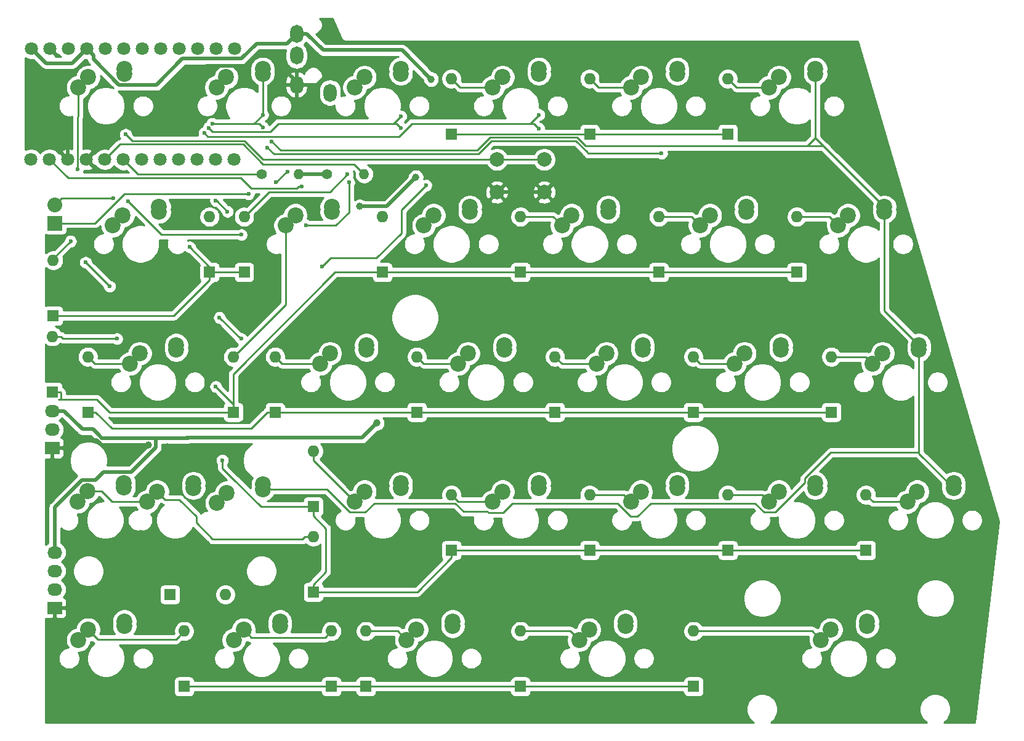
<source format=gtl>
G04 #@! TF.GenerationSoftware,KiCad,Pcbnew,(5.1.6)-1*
G04 #@! TF.CreationDate,2020-06-16T23:59:54+01:00*
G04 #@! TF.ProjectId,Mint60,4d696e74-3630-42e6-9b69-6361645f7063,rev?*
G04 #@! TF.SameCoordinates,Original*
G04 #@! TF.FileFunction,Copper,L1,Top*
G04 #@! TF.FilePolarity,Positive*
%FSLAX46Y46*%
G04 Gerber Fmt 4.6, Leading zero omitted, Abs format (unit mm)*
G04 Created by KiCad (PCBNEW (5.1.6)-1) date 2020-06-16 23:59:54*
%MOMM*%
%LPD*%
G01*
G04 APERTURE LIST*
G04 #@! TA.AperFunction,ComponentPad*
%ADD10C,2.200000*%
G04 #@! TD*
G04 #@! TA.AperFunction,ComponentPad*
%ADD11O,1.600000X1.600000*%
G04 #@! TD*
G04 #@! TA.AperFunction,ComponentPad*
%ADD12R,1.600000X1.600000*%
G04 #@! TD*
G04 #@! TA.AperFunction,ComponentPad*
%ADD13R,2.032000X1.727200*%
G04 #@! TD*
G04 #@! TA.AperFunction,ComponentPad*
%ADD14O,2.032000X1.727200*%
G04 #@! TD*
G04 #@! TA.AperFunction,ComponentPad*
%ADD15C,1.800000*%
G04 #@! TD*
G04 #@! TA.AperFunction,ComponentPad*
%ADD16O,1.800000X2.500000*%
G04 #@! TD*
G04 #@! TA.AperFunction,ComponentPad*
%ADD17R,2.032000X2.032000*%
G04 #@! TD*
G04 #@! TA.AperFunction,ComponentPad*
%ADD18O,2.032000X2.032000*%
G04 #@! TD*
G04 #@! TA.AperFunction,ComponentPad*
%ADD19C,1.400000*%
G04 #@! TD*
G04 #@! TA.AperFunction,ComponentPad*
%ADD20O,1.400000X1.400000*%
G04 #@! TD*
G04 #@! TA.AperFunction,ComponentPad*
%ADD21C,2.000000*%
G04 #@! TD*
G04 #@! TA.AperFunction,ViaPad*
%ADD22C,0.600000*%
G04 #@! TD*
G04 #@! TA.AperFunction,ViaPad*
%ADD23C,1.000000*%
G04 #@! TD*
G04 #@! TA.AperFunction,Conductor*
%ADD24C,0.250000*%
G04 #@! TD*
G04 #@! TA.AperFunction,Conductor*
%ADD25C,0.500000*%
G04 #@! TD*
G04 #@! TA.AperFunction,Conductor*
%ADD26C,0.254000*%
G04 #@! TD*
G04 APERTURE END LIST*
D10*
X51290000Y-44430000D03*
X46290000Y-44930000D03*
X44940000Y-46335000D03*
X51290000Y-43795000D03*
X65590000Y-81970000D03*
X59240000Y-84510000D03*
X60590000Y-83105000D03*
X65590000Y-82605000D03*
X56040000Y-82430000D03*
X49690000Y-84335000D03*
X56040000Y-81795000D03*
X51040000Y-82930000D03*
X46440000Y-81770000D03*
X40090000Y-84310000D03*
X41440000Y-82905000D03*
X46440000Y-82405000D03*
D11*
X60420000Y-97100000D03*
D12*
X52800000Y-97100000D03*
D13*
X36950000Y-98930000D03*
D14*
X36950000Y-96390000D03*
X36950000Y-93850000D03*
X36950000Y-91310000D03*
D15*
X61690000Y-22030000D03*
X59150000Y-22030000D03*
X56610000Y-22030000D03*
X54070000Y-22030000D03*
X51530000Y-22030000D03*
X48990000Y-22030000D03*
X46450000Y-22030000D03*
X43910000Y-22000000D03*
X41370000Y-22000000D03*
X38830000Y-22000000D03*
X36290000Y-22000000D03*
X33750000Y-22000000D03*
X33690000Y-37240000D03*
X36230000Y-37240000D03*
X38770000Y-37240000D03*
X41310000Y-37240000D03*
X43850000Y-37240000D03*
X46390000Y-37270000D03*
X48930000Y-37270000D03*
X51470000Y-37270000D03*
X54010000Y-37270000D03*
X56550000Y-37270000D03*
X59090000Y-37270000D03*
X61630000Y-37270000D03*
D12*
X36750000Y-58750000D03*
D11*
X36750000Y-51130000D03*
D12*
X58250000Y-52750000D03*
D11*
X58250000Y-45130000D03*
D12*
X63000000Y-52750000D03*
D11*
X63000000Y-45130000D03*
D12*
X91500000Y-33750000D03*
D11*
X91500000Y-26130000D03*
D12*
X110500000Y-33750000D03*
D11*
X110500000Y-26130000D03*
D12*
X129500000Y-33750000D03*
D11*
X129500000Y-26130000D03*
D12*
X36650000Y-69200000D03*
D11*
X36650000Y-61580000D03*
D12*
X61500000Y-72000000D03*
D11*
X61500000Y-64380000D03*
D12*
X82000000Y-52750000D03*
D11*
X82000000Y-45130000D03*
D12*
X101000000Y-52750000D03*
D11*
X101000000Y-45130000D03*
D12*
X120000000Y-52750000D03*
D11*
X120000000Y-45130000D03*
D12*
X139000000Y-52750000D03*
D11*
X139000000Y-45130000D03*
D12*
X41500000Y-72000000D03*
D11*
X41500000Y-64380000D03*
D12*
X67250000Y-72000000D03*
D11*
X67250000Y-64380000D03*
D12*
X86750000Y-72000000D03*
D11*
X86750000Y-64380000D03*
D12*
X105750000Y-72000000D03*
D11*
X105750000Y-64380000D03*
D12*
X124750000Y-72000000D03*
D11*
X124750000Y-64380000D03*
D12*
X143750000Y-72000000D03*
D11*
X143750000Y-64380000D03*
D12*
X72500000Y-96750000D03*
D11*
X72500000Y-89130000D03*
D12*
X72500000Y-85000000D03*
D11*
X72500000Y-77380000D03*
D12*
X91500000Y-91000000D03*
D11*
X91500000Y-83380000D03*
D12*
X110500000Y-91000000D03*
D11*
X110500000Y-83380000D03*
D12*
X129500000Y-91000000D03*
D11*
X129500000Y-83380000D03*
D12*
X148500000Y-91000000D03*
D11*
X148500000Y-83380000D03*
D12*
X54750000Y-109750000D03*
D11*
X54750000Y-102130000D03*
D12*
X75000000Y-109750000D03*
D11*
X75000000Y-102130000D03*
D12*
X79750000Y-109750000D03*
D11*
X79750000Y-102130000D03*
D12*
X101000000Y-109750000D03*
D11*
X101000000Y-102130000D03*
D12*
X124800000Y-109750000D03*
D11*
X124800000Y-102130000D03*
D16*
X74800000Y-28050000D03*
X70200000Y-26950000D03*
X70200000Y-19950000D03*
X70200000Y-22950000D03*
D13*
X36600000Y-76940000D03*
D14*
X36600000Y-74400000D03*
X36600000Y-71860000D03*
D17*
X37000000Y-46000000D03*
D18*
X37000000Y-43460000D03*
D19*
X74420000Y-39250000D03*
D20*
X79500000Y-39250000D03*
D19*
X65420000Y-39250000D03*
D20*
X70500000Y-39250000D03*
D10*
X46540000Y-25430000D03*
X41540000Y-25930000D03*
X40190000Y-27335000D03*
X46540000Y-24795000D03*
X65540000Y-25430000D03*
X60540000Y-25930000D03*
X59190000Y-27335000D03*
X65540000Y-24795000D03*
X84540000Y-25430000D03*
X79540000Y-25930000D03*
X78190000Y-27335000D03*
X84540000Y-24795000D03*
X103540000Y-25430000D03*
X98540000Y-25930000D03*
X97190000Y-27335000D03*
X103540000Y-24795000D03*
X122540000Y-25430000D03*
X117540000Y-25930000D03*
X116190000Y-27335000D03*
X122540000Y-24795000D03*
X141540000Y-25430000D03*
X136540000Y-25930000D03*
X135190000Y-27335000D03*
X141540000Y-24795000D03*
X75040000Y-44430000D03*
X70040000Y-44930000D03*
X68690000Y-46335000D03*
X75040000Y-43795000D03*
X94040000Y-44430000D03*
X89040000Y-44930000D03*
X87690000Y-46335000D03*
X94040000Y-43795000D03*
X113040000Y-44430000D03*
X108040000Y-44930000D03*
X106690000Y-46335000D03*
X113040000Y-43795000D03*
X132040000Y-44430000D03*
X127040000Y-44930000D03*
X125690000Y-46335000D03*
X132040000Y-43795000D03*
X151040000Y-44430000D03*
X146040000Y-44930000D03*
X144690000Y-46335000D03*
X151040000Y-43795000D03*
X53665000Y-63430000D03*
X48665000Y-63930000D03*
X47315000Y-65335000D03*
X53665000Y-62795000D03*
X79790000Y-63430000D03*
X74790000Y-63930000D03*
X73440000Y-65335000D03*
X79790000Y-62795000D03*
X98790000Y-63430000D03*
X93790000Y-63930000D03*
X92440000Y-65335000D03*
X98790000Y-62795000D03*
X117790000Y-63430000D03*
X112790000Y-63930000D03*
X111440000Y-65335000D03*
X117790000Y-62795000D03*
X136790000Y-63430000D03*
X131790000Y-63930000D03*
X130440000Y-65335000D03*
X136790000Y-62795000D03*
X155790000Y-63430000D03*
X150790000Y-63930000D03*
X149440000Y-65335000D03*
X155790000Y-62795000D03*
X84540000Y-82430000D03*
X79540000Y-82930000D03*
X78190000Y-84335000D03*
X84540000Y-81795000D03*
X103540000Y-82430000D03*
X98540000Y-82930000D03*
X97190000Y-84335000D03*
X103540000Y-81795000D03*
X122540000Y-82430000D03*
X117540000Y-82930000D03*
X116190000Y-84335000D03*
X122540000Y-81795000D03*
X141540000Y-82430000D03*
X136540000Y-82930000D03*
X135190000Y-84335000D03*
X141540000Y-81795000D03*
X160540000Y-82430000D03*
X155540000Y-82930000D03*
X154190000Y-84335000D03*
X160540000Y-81795000D03*
X46540000Y-101430000D03*
X41540000Y-101930000D03*
X40190000Y-103335000D03*
X46540000Y-100795000D03*
X67915000Y-101430000D03*
X62915000Y-101930000D03*
X61565000Y-103335000D03*
X67915000Y-100795000D03*
X91665000Y-101430000D03*
X86665000Y-101930000D03*
X85315000Y-103335000D03*
X91665000Y-100795000D03*
X115415000Y-101430000D03*
X110415000Y-101930000D03*
X109065000Y-103335000D03*
X115415000Y-100795000D03*
D21*
X104250000Y-41750000D03*
X104250000Y-37250000D03*
X97750000Y-41750000D03*
X97750000Y-37250000D03*
D10*
X148665000Y-101430000D03*
X142315000Y-103335000D03*
X148665000Y-100795000D03*
X143665000Y-101930000D03*
D22*
X55500000Y-49300000D03*
X88000000Y-40800000D03*
X73700000Y-52000000D03*
X39125000Y-48500000D03*
X40084999Y-38584999D03*
X77200000Y-39300000D03*
X59100000Y-68500000D03*
X45500000Y-61900000D03*
X62600000Y-61900000D03*
X59600000Y-59000000D03*
X60000000Y-78600000D03*
X60700000Y-44400000D03*
X59100000Y-42900000D03*
X77400000Y-40400000D03*
X45000000Y-42600000D03*
X47000000Y-43000000D03*
X62600000Y-47600000D03*
X71500000Y-46300000D03*
D23*
X50900000Y-31300000D03*
X107750000Y-26710998D03*
X92500000Y-56900000D03*
X92200000Y-54000000D03*
X84700000Y-54100000D03*
X80400000Y-56000000D03*
X71800000Y-59800000D03*
X63300000Y-56400000D03*
X48600000Y-53700000D03*
X49700000Y-52200000D03*
X53300000Y-52100000D03*
X53300000Y-52100000D03*
X53300000Y-55900000D03*
X54000000Y-59900000D03*
X57900000Y-60800000D03*
X57900000Y-64200000D03*
X57800000Y-69500000D03*
X55000000Y-70800000D03*
X52400000Y-70800000D03*
X49800000Y-76500000D03*
X37100000Y-33200000D03*
X107800000Y-36800000D03*
X74750000Y-25250000D03*
X39550000Y-75850000D03*
X52950000Y-80650000D03*
X52500000Y-76800000D03*
X78880001Y-43710001D03*
X86600000Y-39700000D03*
X88700000Y-26200000D03*
X81250000Y-73500000D03*
D22*
X69000000Y-38900000D03*
X63600000Y-42000000D03*
X67400000Y-40375000D03*
X44500000Y-54700000D03*
X41200000Y-51400000D03*
X70900000Y-41000000D03*
X65540000Y-32800000D03*
X65540000Y-31100000D03*
X58600000Y-32294002D03*
X84540000Y-32900000D03*
X84540000Y-31300000D03*
X58090861Y-32911076D03*
X103540000Y-33000000D03*
X103540000Y-31100000D03*
X57500000Y-33600000D03*
X120400000Y-36425000D03*
X66208441Y-35591559D03*
X66800000Y-34800000D03*
X46700000Y-33800000D03*
D24*
X55500000Y-49300000D02*
X58250000Y-52050000D01*
X58250000Y-52050000D02*
X58250000Y-52750000D01*
X84600000Y-44400000D02*
X84600000Y-44200000D01*
X84600000Y-44200000D02*
X88000000Y-40800000D01*
X73700000Y-52000000D02*
X74900000Y-50800000D01*
X74900000Y-50800000D02*
X81200000Y-50800000D01*
X84600000Y-47400000D02*
X84600000Y-44400000D01*
X81200000Y-50800000D02*
X84600000Y-47400000D01*
X36750000Y-58750000D02*
X53300000Y-58750000D01*
X53300000Y-58750000D02*
X58250000Y-53800000D01*
X58250000Y-53800000D02*
X58250000Y-52750000D01*
X110500000Y-33750000D02*
X91500000Y-33750000D01*
X129500000Y-33750000D02*
X110500000Y-33750000D01*
X58250000Y-52750000D02*
X63000000Y-52750000D01*
X39125000Y-48500000D02*
X36750000Y-50875000D01*
X36750000Y-50875000D02*
X36750000Y-51130000D01*
X40190000Y-31310000D02*
X40084999Y-31415001D01*
X40084999Y-31415001D02*
X40084999Y-38160735D01*
X40084999Y-38160735D02*
X40100000Y-38175736D01*
X40100000Y-38175736D02*
X40100000Y-38600000D01*
X40190000Y-27335000D02*
X40190000Y-31310000D01*
X40084999Y-38584999D02*
X40100000Y-38600000D01*
X66430000Y-41700000D02*
X74800000Y-41700000D01*
X74800000Y-41700000D02*
X77200000Y-39300000D01*
X63000000Y-45130000D02*
X66430000Y-41700000D01*
X79540000Y-25930000D02*
X79540000Y-25985000D01*
X79540000Y-25985000D02*
X78190000Y-27335000D01*
X97190000Y-27335000D02*
X92705000Y-27335000D01*
X92705000Y-27335000D02*
X91500000Y-26130000D01*
X98540000Y-25930000D02*
X98540000Y-25985000D01*
X98540000Y-25985000D02*
X97190000Y-27335000D01*
X116190000Y-27335000D02*
X111705000Y-27335000D01*
X111705000Y-27335000D02*
X110500000Y-26130000D01*
X117540000Y-25930000D02*
X117540000Y-25985000D01*
X117540000Y-25985000D02*
X116190000Y-27335000D01*
X130705000Y-27335000D02*
X129500000Y-26130000D01*
X135190000Y-27335000D02*
X130705000Y-27335000D01*
X136540000Y-25930000D02*
X136540000Y-25985000D01*
X136540000Y-25985000D02*
X135190000Y-27335000D01*
X59100000Y-68500000D02*
X61500000Y-70900000D01*
X61500000Y-70900000D02*
X61500000Y-72000000D01*
X120000000Y-52750000D02*
X139000000Y-52750000D01*
X101000000Y-52750000D02*
X120000000Y-52750000D01*
X82000000Y-52750000D02*
X101000000Y-52750000D01*
X42750000Y-70250000D02*
X44500000Y-72000000D01*
X44500000Y-72000000D02*
X61500000Y-72000000D01*
X82000000Y-52750000D02*
X75500000Y-52750000D01*
X75500000Y-52750000D02*
X61500000Y-66750000D01*
X61500000Y-66750000D02*
X61500000Y-72000000D01*
X37700000Y-69200000D02*
X36650000Y-69200000D01*
X37800000Y-69300000D02*
X37700000Y-69200000D01*
X37800000Y-70250000D02*
X37800000Y-69300000D01*
X37800000Y-70250000D02*
X42750000Y-70250000D01*
X37450000Y-70250000D02*
X37800000Y-70250000D01*
X46290000Y-44930000D02*
X46290000Y-44985000D01*
X46290000Y-44985000D02*
X44940000Y-46335000D01*
X38101370Y-61900000D02*
X39250000Y-61900000D01*
X37781370Y-61580000D02*
X38101370Y-61900000D01*
X36650000Y-61580000D02*
X37781370Y-61580000D01*
X39200000Y-61900000D02*
X39250000Y-61900000D01*
X39250000Y-61900000D02*
X45500000Y-61900000D01*
X68690000Y-46335000D02*
X68690000Y-57190000D01*
X68690000Y-57190000D02*
X61500000Y-64380000D01*
X70040000Y-44930000D02*
X70040000Y-44985000D01*
X70040000Y-44985000D02*
X68690000Y-46335000D01*
X87690000Y-46335000D02*
X87690000Y-46280000D01*
X87690000Y-46280000D02*
X89040000Y-44930000D01*
X106690000Y-46335000D02*
X106690000Y-46280000D01*
X106690000Y-46280000D02*
X108040000Y-44930000D01*
X101000000Y-45130000D02*
X105485000Y-45130000D01*
X105485000Y-45130000D02*
X106690000Y-46335000D01*
X125690000Y-46335000D02*
X125690000Y-46280000D01*
X125690000Y-46280000D02*
X127040000Y-44930000D01*
X120000000Y-45130000D02*
X124485000Y-45130000D01*
X124485000Y-45130000D02*
X125690000Y-46335000D01*
X144690000Y-46335000D02*
X144690000Y-46280000D01*
X144690000Y-46280000D02*
X146040000Y-44930000D01*
X139000000Y-45130000D02*
X143485000Y-45130000D01*
X143485000Y-45130000D02*
X144690000Y-46335000D01*
X59600000Y-59000000D02*
X62500000Y-61900000D01*
X62500000Y-61900000D02*
X62600000Y-61900000D01*
X124750000Y-72000000D02*
X143750000Y-72000000D01*
X105750000Y-72000000D02*
X124750000Y-72000000D01*
X86750000Y-72000000D02*
X105750000Y-72000000D01*
X67250000Y-72000000D02*
X86750000Y-72000000D01*
X44800000Y-74250000D02*
X63950000Y-74250000D01*
X63950000Y-74250000D02*
X66200000Y-72000000D01*
X66200000Y-72000000D02*
X67250000Y-72000000D01*
X41500000Y-72000000D02*
X42550000Y-72000000D01*
X42550000Y-72000000D02*
X44800000Y-74250000D01*
X47315000Y-65335000D02*
X47315000Y-65280000D01*
X47315000Y-65280000D02*
X48665000Y-63930000D01*
X47315000Y-65335000D02*
X42455000Y-65335000D01*
X42455000Y-65335000D02*
X41500000Y-64380000D01*
X73440000Y-65335000D02*
X68205000Y-65335000D01*
X68205000Y-65335000D02*
X67250000Y-64380000D01*
X74790000Y-63930000D02*
X74790000Y-63985000D01*
X74790000Y-63985000D02*
X73440000Y-65335000D01*
X92440000Y-65335000D02*
X87705000Y-65335000D01*
X87705000Y-65335000D02*
X86750000Y-64380000D01*
X93790000Y-63930000D02*
X93790000Y-63985000D01*
X93790000Y-63985000D02*
X92440000Y-65335000D01*
X111440000Y-65335000D02*
X106705000Y-65335000D01*
X106705000Y-65335000D02*
X105750000Y-64380000D01*
X112790000Y-63930000D02*
X112790000Y-63985000D01*
X112790000Y-63985000D02*
X111440000Y-65335000D01*
X130440000Y-65335000D02*
X125705000Y-65335000D01*
X125705000Y-65335000D02*
X124750000Y-64380000D01*
X131790000Y-63930000D02*
X131790000Y-63985000D01*
X131790000Y-63985000D02*
X130440000Y-65335000D01*
X149440000Y-65335000D02*
X149440000Y-65280000D01*
X149440000Y-65280000D02*
X150790000Y-63930000D01*
X143750000Y-64380000D02*
X148485000Y-64380000D01*
X148485000Y-64380000D02*
X149440000Y-65335000D01*
X72500000Y-96750000D02*
X86800000Y-96750000D01*
X86800000Y-96750000D02*
X91500000Y-92050000D01*
X91500000Y-92050000D02*
X91500000Y-91000000D01*
X74250000Y-88000000D02*
X74250000Y-93950000D01*
X74250000Y-93950000D02*
X72500000Y-95700000D01*
X72500000Y-95700000D02*
X72500000Y-96750000D01*
X72500000Y-86250000D02*
X74250000Y-88000000D01*
X72500000Y-85000000D02*
X72500000Y-86250000D01*
X59100000Y-42900000D02*
X59200000Y-42900000D01*
X59200000Y-42900000D02*
X60700000Y-44400000D01*
X129500000Y-91000000D02*
X148500000Y-91000000D01*
X110500000Y-91000000D02*
X129500000Y-91000000D01*
X91500000Y-91000000D02*
X110500000Y-91000000D01*
X65300000Y-85000000D02*
X72500000Y-85000000D01*
X60000000Y-79700000D02*
X61300000Y-81000000D01*
X60000000Y-78600000D02*
X60000000Y-79700000D01*
X61200000Y-80900000D02*
X61300000Y-81000000D01*
X61300000Y-81000000D02*
X65300000Y-85000000D01*
X48134366Y-84335000D02*
X49690000Y-84335000D01*
X44826002Y-84335000D02*
X48134366Y-84335000D01*
X43396002Y-82905000D02*
X44826002Y-84335000D01*
X41440000Y-82905000D02*
X43396002Y-82905000D01*
X54096001Y-84029999D02*
X56400000Y-86333998D01*
X51040000Y-82930000D02*
X52139999Y-84029999D01*
X52139999Y-84029999D02*
X54096001Y-84029999D01*
X56400000Y-87219002D02*
X58680998Y-89500000D01*
X56400000Y-86333998D02*
X56400000Y-87219002D01*
X71368630Y-89130000D02*
X72500000Y-89130000D01*
X70998630Y-89500000D02*
X71368630Y-89130000D01*
X58680998Y-89500000D02*
X70998630Y-89500000D01*
X72500000Y-77380000D02*
X72500000Y-78645000D01*
X72500000Y-78645000D02*
X78190000Y-84335000D01*
X79540000Y-82930000D02*
X79540000Y-82985000D01*
X79540000Y-82985000D02*
X78190000Y-84335000D01*
X97190000Y-84335000D02*
X97190000Y-84280000D01*
X97190000Y-84280000D02*
X98540000Y-82930000D01*
X91500000Y-83380000D02*
X92455000Y-84335000D01*
X92455000Y-84335000D02*
X97190000Y-84335000D01*
X116190000Y-84335000D02*
X116190000Y-84280000D01*
X116190000Y-84280000D02*
X117540000Y-82930000D01*
X110500000Y-83380000D02*
X115235000Y-83380000D01*
X115235000Y-83380000D02*
X116190000Y-84335000D01*
X135190000Y-84335000D02*
X135190000Y-84280000D01*
X135190000Y-84280000D02*
X136540000Y-82930000D01*
X129500000Y-83380000D02*
X134235000Y-83380000D01*
X134235000Y-83380000D02*
X135190000Y-84335000D01*
X154190000Y-84335000D02*
X154190000Y-84280000D01*
X154190000Y-84280000D02*
X155540000Y-82930000D01*
X148500000Y-83380000D02*
X149455000Y-84335000D01*
X149455000Y-84335000D02*
X154190000Y-84335000D01*
X124800000Y-109750000D02*
X101000000Y-109750000D01*
X101000000Y-109750000D02*
X79750000Y-109750000D01*
X75000000Y-109750000D02*
X79750000Y-109750000D01*
X54750000Y-109750000D02*
X75000000Y-109750000D01*
X41540000Y-101930000D02*
X42860000Y-103250000D01*
X53950001Y-102929999D02*
X54750000Y-102130000D01*
X42860000Y-103250000D02*
X53630000Y-103250000D01*
X53630000Y-103250000D02*
X53950001Y-102929999D01*
X41540000Y-101930000D02*
X41540000Y-101985000D01*
X41540000Y-101985000D02*
X40190000Y-103335000D01*
X62915000Y-101930000D02*
X64014999Y-103029999D01*
X64014999Y-103029999D02*
X74100001Y-103029999D01*
X74100001Y-103029999D02*
X74200001Y-102929999D01*
X74200001Y-102929999D02*
X75000000Y-102130000D01*
X62915000Y-101930000D02*
X62915000Y-101985000D01*
X62915000Y-101985000D02*
X61565000Y-103335000D01*
X86665000Y-101930000D02*
X86665000Y-101985000D01*
X86665000Y-101985000D02*
X85315000Y-103335000D01*
X79750000Y-102130000D02*
X84110000Y-102130000D01*
X84110000Y-102130000D02*
X85315000Y-103335000D01*
X103250000Y-102130000D02*
X101000000Y-102130000D01*
X110415000Y-101930000D02*
X110415000Y-101985000D01*
X110415000Y-101985000D02*
X109065000Y-103335000D01*
X103250000Y-102130000D02*
X107860000Y-102130000D01*
X107860000Y-102130000D02*
X109065000Y-103335000D01*
X141110000Y-102130000D02*
X124800000Y-102130000D01*
X142315000Y-103335000D02*
X141110000Y-102130000D01*
X142315000Y-103335000D02*
X142315000Y-103280000D01*
X142315000Y-103280000D02*
X143665000Y-101930000D01*
X75600000Y-46300000D02*
X77400000Y-44500000D01*
X77400000Y-44500000D02*
X77400000Y-40400000D01*
X75600000Y-46300000D02*
X71500000Y-46300000D01*
X40700000Y-42600000D02*
X45000000Y-42600000D01*
X40700000Y-42600000D02*
X37860000Y-42600000D01*
X37860000Y-42600000D02*
X37000000Y-43460000D01*
X51600000Y-47600000D02*
X47000000Y-43000000D01*
X62600000Y-47600000D02*
X51600000Y-47600000D01*
D25*
X50900000Y-31300000D02*
X57820001Y-24379999D01*
X49500000Y-32700000D02*
X50900000Y-31300000D01*
X108400000Y-25353892D02*
X108400000Y-23900000D01*
X107750000Y-26710998D02*
X107750000Y-26003892D01*
X107750000Y-26003892D02*
X108400000Y-25353892D01*
X104800000Y-56900000D02*
X105000000Y-57100000D01*
X92500000Y-56900000D02*
X104800000Y-56900000D01*
X84700000Y-54100000D02*
X92100000Y-54100000D01*
X92100000Y-54100000D02*
X92200000Y-54000000D01*
X78000000Y-56000000D02*
X80400000Y-56000000D01*
X73700001Y-60299999D02*
X78000000Y-56000000D01*
X71800000Y-59800000D02*
X72299999Y-60299999D01*
X72299999Y-60299999D02*
X73700001Y-60299999D01*
X57900000Y-57500000D02*
X59000000Y-56400000D01*
X59000000Y-56400000D02*
X63300000Y-56400000D01*
X57900000Y-60092894D02*
X57900000Y-57500000D01*
X57900000Y-60800000D02*
X57900000Y-60092894D01*
X53300000Y-52100000D02*
X49800000Y-52100000D01*
X49800000Y-52100000D02*
X49700000Y-52200000D01*
X53300000Y-55900000D02*
X53300000Y-52100000D01*
X57900000Y-60800000D02*
X54900000Y-60800000D01*
X54900000Y-60800000D02*
X54000000Y-59900000D01*
X57800000Y-69500000D02*
X57800000Y-64300000D01*
X57800000Y-64300000D02*
X57900000Y-64200000D01*
X52400000Y-70800000D02*
X55000000Y-70800000D01*
X56600000Y-70800000D02*
X55000000Y-70800000D01*
X43400000Y-76500000D02*
X49800000Y-76500000D01*
X64600000Y-23000000D02*
X66600000Y-23000000D01*
X66600000Y-23000000D02*
X70200000Y-26600000D01*
X70200000Y-26600000D02*
X70200000Y-26950000D01*
X63220001Y-24379999D02*
X64600000Y-23000000D01*
X57820001Y-24379999D02*
X63220001Y-24379999D01*
X44189998Y-32700000D02*
X49500000Y-32700000D01*
X41310000Y-37240000D02*
X42209999Y-36340001D01*
X42209999Y-36340001D02*
X42209999Y-34679999D01*
X42209999Y-34679999D02*
X44189998Y-32700000D01*
X38800000Y-34900000D02*
X38770000Y-34930000D01*
X38770000Y-34930000D02*
X38770000Y-37240000D01*
X37100000Y-33200000D02*
X38800000Y-34900000D01*
X107800000Y-36800000D02*
X107800000Y-38200000D01*
X107800000Y-38200000D02*
X107750000Y-38250000D01*
X74750000Y-25250000D02*
X73050000Y-26950000D01*
X73050000Y-26950000D02*
X70200000Y-26950000D01*
X104250000Y-41750000D02*
X107750000Y-38250000D01*
X97750000Y-41750000D02*
X104250000Y-41750000D01*
X43400000Y-76500000D02*
X42750000Y-75850000D01*
X38116000Y-76940000D02*
X36600000Y-76940000D01*
X39206000Y-75850000D02*
X38116000Y-76940000D01*
X39550000Y-75850000D02*
X39206000Y-75850000D01*
X42750000Y-75850000D02*
X39550000Y-75850000D01*
X52950000Y-80650000D02*
X52950000Y-77250000D01*
X52950000Y-77250000D02*
X52500000Y-76800000D01*
X70200000Y-19950000D02*
X70200000Y-20000000D01*
X70200000Y-20000000D02*
X68900000Y-21300000D01*
X62619999Y-23380001D02*
X54519999Y-23380001D01*
X68900000Y-21300000D02*
X64700000Y-21300000D01*
X50919999Y-26980001D02*
X45795999Y-26980001D01*
X45795999Y-26980001D02*
X42269999Y-23454001D01*
X64700000Y-21300000D02*
X62619999Y-23380001D01*
X54519999Y-23380001D02*
X50919999Y-26980001D01*
X42269999Y-23454001D02*
X42269999Y-22899999D01*
X42269999Y-22899999D02*
X41370000Y-22000000D01*
X86600000Y-39700000D02*
X82589999Y-43710001D01*
X82589999Y-43710001D02*
X78880001Y-43710001D01*
X73850000Y-22200000D02*
X84700000Y-22200000D01*
X84700000Y-22200000D02*
X88700000Y-26200000D01*
X70200000Y-19950000D02*
X71600000Y-19950000D01*
X71600000Y-19950000D02*
X73850000Y-22200000D01*
X33750000Y-22000000D02*
X35750000Y-24000000D01*
X35750000Y-24000000D02*
X39370000Y-24000000D01*
X39370000Y-24000000D02*
X40470001Y-22899999D01*
X40470001Y-22899999D02*
X41370000Y-22000000D01*
X79250000Y-75500000D02*
X81250000Y-73500000D01*
X74420000Y-39250000D02*
X70500000Y-39250000D01*
X38116000Y-71860000D02*
X36600000Y-71860000D01*
X55072400Y-75500000D02*
X55350000Y-75500000D01*
X55350000Y-75500000D02*
X55300001Y-75549999D01*
X55350000Y-75500000D02*
X79250000Y-75500000D01*
X43039954Y-75149992D02*
X43039954Y-75139954D01*
X43439961Y-75549999D02*
X43039954Y-75149992D01*
X43039954Y-75139954D02*
X42250000Y-74350000D01*
X42250000Y-74350000D02*
X40750000Y-74350000D01*
X38260000Y-71860000D02*
X36600000Y-71860000D01*
X40750000Y-74350000D02*
X38260000Y-71860000D01*
X36950000Y-89946400D02*
X36950000Y-91310000D01*
X36950000Y-85100998D02*
X36950000Y-89946400D01*
X42545001Y-81354999D02*
X40695999Y-81354999D01*
X43680001Y-80219999D02*
X42545001Y-81354999D01*
X47486003Y-80219999D02*
X43680001Y-80219999D01*
X40695999Y-81354999D02*
X36950000Y-85100998D01*
X50850001Y-76856001D02*
X47486003Y-80219999D01*
X50850001Y-75549999D02*
X50850001Y-76856001D01*
X50850001Y-75549999D02*
X43439961Y-75549999D01*
X55300001Y-75549999D02*
X50850001Y-75549999D01*
D24*
X37000000Y-46000000D02*
X42500000Y-46000000D01*
X42500000Y-46000000D02*
X46500000Y-42000000D01*
X46500000Y-42000000D02*
X63600000Y-42000000D01*
X69000000Y-38900000D02*
X68875000Y-38900000D01*
X68875000Y-38900000D02*
X67400000Y-40375000D01*
X67525000Y-40375000D02*
X67400000Y-40375000D01*
X41200000Y-51400000D02*
X44500000Y-54700000D01*
X62850010Y-35150010D02*
X45939990Y-35150010D01*
X45939990Y-35150010D02*
X43850000Y-37240000D01*
X65600000Y-37900000D02*
X62850010Y-35150010D01*
X79500000Y-39250000D02*
X78150000Y-37900000D01*
X78150000Y-37900000D02*
X65600000Y-37900000D01*
X43850000Y-37025000D02*
X43850000Y-37240000D01*
X65420000Y-39250000D02*
X48370000Y-39250000D01*
X48370000Y-39250000D02*
X46390000Y-37270000D01*
X70900000Y-41000000D02*
X70475736Y-41000000D01*
X70475736Y-41000000D02*
X70225746Y-41249990D01*
X70225746Y-41249990D02*
X63949990Y-41249990D01*
X63949990Y-41249990D02*
X62500000Y-39800000D01*
X62500000Y-39800000D02*
X38790000Y-39800000D01*
X38790000Y-39800000D02*
X36230000Y-37240000D01*
X65540000Y-31100000D02*
X65540000Y-24795000D01*
X64345998Y-32294002D02*
X65034002Y-32294002D01*
X65034002Y-32294002D02*
X65540000Y-32800000D01*
X64345998Y-32294002D02*
X65540000Y-31100000D01*
X58600000Y-32294002D02*
X64345998Y-32294002D01*
X64995000Y-24250000D02*
X65540000Y-24795000D01*
X83540000Y-32300000D02*
X83940000Y-32300000D01*
X83940000Y-32300000D02*
X84540000Y-32900000D01*
X83540000Y-32300000D02*
X84540000Y-31300000D01*
X67700000Y-32300000D02*
X83540000Y-32300000D01*
X66574999Y-33425001D02*
X67700000Y-32300000D01*
X58090861Y-32911076D02*
X58604786Y-33425001D01*
X58604786Y-33425001D02*
X66574999Y-33425001D01*
X102340000Y-32300000D02*
X102840000Y-32300000D01*
X102840000Y-32300000D02*
X103540000Y-33000000D01*
X57500000Y-33600000D02*
X58000000Y-34100000D01*
X58000000Y-34100000D02*
X84265002Y-34100000D01*
X86065002Y-32300000D02*
X102340000Y-32300000D01*
X84265002Y-34100000D02*
X86065002Y-32300000D01*
X102340000Y-32300000D02*
X103540000Y-31100000D01*
X103540000Y-26350634D02*
X103540000Y-24795000D01*
X110178597Y-36278597D02*
X110325000Y-36425000D01*
X110325000Y-36425000D02*
X120400000Y-36425000D01*
X108628588Y-34700000D02*
X110178597Y-36250009D01*
X110178597Y-36250009D02*
X110178597Y-36278597D01*
X97000000Y-34700000D02*
X108628588Y-34700000D01*
X95249991Y-36450009D02*
X97000000Y-34700000D01*
X66208441Y-35591559D02*
X67066891Y-36450009D01*
X67066891Y-36450009D02*
X95249991Y-36450009D01*
X141540000Y-34295000D02*
X142645000Y-35400000D01*
X142645000Y-35400000D02*
X143200000Y-35955000D01*
X140435000Y-35400000D02*
X142645000Y-35400000D01*
X66800000Y-34800000D02*
X68000000Y-36000000D01*
X95075001Y-35924999D02*
X96799990Y-34200010D01*
X68000000Y-36000000D02*
X68075001Y-35924999D01*
X68075001Y-35924999D02*
X95075001Y-35924999D01*
X96799990Y-34200010D02*
X108765008Y-34200010D01*
X108765008Y-34200010D02*
X109964998Y-35400000D01*
X109964998Y-35400000D02*
X140435000Y-35400000D01*
X140435000Y-35400000D02*
X141540000Y-34295000D01*
X143200000Y-35955000D02*
X151040000Y-43795000D01*
X143045000Y-35800000D02*
X143200000Y-35955000D01*
X155790000Y-77680000D02*
X160540000Y-82430000D01*
X151040000Y-43795000D02*
X151040000Y-58045000D01*
X151040000Y-58045000D02*
X155790000Y-62795000D01*
X141540000Y-24795000D02*
X141540000Y-34295000D01*
X143665998Y-77560000D02*
X155790000Y-77560000D01*
X140114999Y-81685001D02*
X140114999Y-81110999D01*
X136039999Y-85760001D02*
X140114999Y-81685001D01*
X134460001Y-85760001D02*
X136039999Y-85760001D01*
X133249999Y-84549999D02*
X134460001Y-85760001D01*
X118883999Y-84549999D02*
X133249999Y-84549999D01*
X117083998Y-86350000D02*
X118883999Y-84549999D01*
X116134002Y-86350000D02*
X117083998Y-86350000D01*
X114334001Y-84549999D02*
X116134002Y-86350000D01*
X99883999Y-84549999D02*
X114334001Y-84549999D01*
X96484001Y-85699999D02*
X96584002Y-85800000D01*
X93183589Y-85699999D02*
X96484001Y-85699999D01*
X140114999Y-81110999D02*
X143665998Y-77560000D01*
X92033589Y-84549999D02*
X93183589Y-85699999D01*
X80883999Y-84549999D02*
X92033589Y-84549999D01*
X79673997Y-85760001D02*
X80883999Y-84549999D01*
X77505999Y-85760001D02*
X79673997Y-85760001D01*
X98633998Y-85800000D02*
X99883999Y-84549999D01*
X74350998Y-82605000D02*
X77505999Y-85760001D01*
X96584002Y-85800000D02*
X98633998Y-85800000D01*
X65590000Y-82605000D02*
X74350998Y-82605000D01*
X155790000Y-62795000D02*
X155790000Y-77560000D01*
X155790000Y-77560000D02*
X155790000Y-77680000D01*
X46700000Y-33800000D02*
X47600000Y-34700000D01*
X47600000Y-34700000D02*
X63036411Y-34700001D01*
X63036411Y-34700001D02*
X65586410Y-37250000D01*
X65586410Y-37250000D02*
X97750000Y-37250000D01*
X97750000Y-37250000D02*
X104250000Y-37250000D01*
X58750000Y-84000000D02*
X58720001Y-84029999D01*
D26*
G36*
X76332737Y-20546202D02*
G01*
X76340872Y-20573020D01*
X76360694Y-20610105D01*
X76363507Y-20616534D01*
X76377144Y-20640881D01*
X76406800Y-20696363D01*
X76411276Y-20701817D01*
X76414727Y-20707978D01*
X76455609Y-20755838D01*
X76495525Y-20804475D01*
X76500981Y-20808953D01*
X76505566Y-20814320D01*
X76554986Y-20853273D01*
X76603637Y-20893200D01*
X76609863Y-20896528D01*
X76615405Y-20900896D01*
X76671469Y-20929457D01*
X76726980Y-20959128D01*
X76733735Y-20961177D01*
X76740024Y-20964381D01*
X76800587Y-20981457D01*
X76860816Y-20999727D01*
X76867842Y-21000419D01*
X76874634Y-21002334D01*
X76937358Y-21007265D01*
X76965123Y-21010000D01*
X76972139Y-21010000D01*
X77014061Y-21013296D01*
X77041891Y-21010000D01*
X147368616Y-21010000D01*
X166777707Y-87060327D01*
X163469931Y-114690000D01*
X159196558Y-114690000D01*
X159401920Y-114552781D01*
X159702781Y-114251920D01*
X159939167Y-113898144D01*
X160101992Y-113505049D01*
X160185000Y-113087741D01*
X160185000Y-112662259D01*
X160101992Y-112244951D01*
X159939167Y-111851856D01*
X159702781Y-111498080D01*
X159401920Y-111197219D01*
X159048144Y-110960833D01*
X158655049Y-110798008D01*
X158237741Y-110715000D01*
X157812259Y-110715000D01*
X157394951Y-110798008D01*
X157001856Y-110960833D01*
X156648080Y-111197219D01*
X156347219Y-111498080D01*
X156110833Y-111851856D01*
X155948008Y-112244951D01*
X155865000Y-112662259D01*
X155865000Y-113087741D01*
X155948008Y-113505049D01*
X156110833Y-113898144D01*
X156347219Y-114251920D01*
X156648080Y-114552781D01*
X156853442Y-114690000D01*
X135396558Y-114690000D01*
X135601920Y-114552781D01*
X135902781Y-114251920D01*
X136139167Y-113898144D01*
X136301992Y-113505049D01*
X136385000Y-113087741D01*
X136385000Y-112662259D01*
X136301992Y-112244951D01*
X136139167Y-111851856D01*
X135902781Y-111498080D01*
X135601920Y-111197219D01*
X135248144Y-110960833D01*
X134855049Y-110798008D01*
X134437741Y-110715000D01*
X134012259Y-110715000D01*
X133594951Y-110798008D01*
X133201856Y-110960833D01*
X132848080Y-111197219D01*
X132547219Y-111498080D01*
X132310833Y-111851856D01*
X132148008Y-112244951D01*
X132065000Y-112662259D01*
X132065000Y-113087741D01*
X132148008Y-113505049D01*
X132310833Y-113898144D01*
X132547219Y-114251920D01*
X132848080Y-114552781D01*
X133053442Y-114690000D01*
X35710000Y-114690000D01*
X35710000Y-108950000D01*
X53311928Y-108950000D01*
X53311928Y-110550000D01*
X53324188Y-110674482D01*
X53360498Y-110794180D01*
X53419463Y-110904494D01*
X53498815Y-111001185D01*
X53595506Y-111080537D01*
X53705820Y-111139502D01*
X53825518Y-111175812D01*
X53950000Y-111188072D01*
X55550000Y-111188072D01*
X55674482Y-111175812D01*
X55794180Y-111139502D01*
X55904494Y-111080537D01*
X56001185Y-111001185D01*
X56080537Y-110904494D01*
X56139502Y-110794180D01*
X56175812Y-110674482D01*
X56188072Y-110550000D01*
X56188072Y-110510000D01*
X73561928Y-110510000D01*
X73561928Y-110550000D01*
X73574188Y-110674482D01*
X73610498Y-110794180D01*
X73669463Y-110904494D01*
X73748815Y-111001185D01*
X73845506Y-111080537D01*
X73955820Y-111139502D01*
X74075518Y-111175812D01*
X74200000Y-111188072D01*
X75800000Y-111188072D01*
X75924482Y-111175812D01*
X76044180Y-111139502D01*
X76154494Y-111080537D01*
X76251185Y-111001185D01*
X76330537Y-110904494D01*
X76389502Y-110794180D01*
X76425812Y-110674482D01*
X76438072Y-110550000D01*
X76438072Y-110510000D01*
X78311928Y-110510000D01*
X78311928Y-110550000D01*
X78324188Y-110674482D01*
X78360498Y-110794180D01*
X78419463Y-110904494D01*
X78498815Y-111001185D01*
X78595506Y-111080537D01*
X78705820Y-111139502D01*
X78825518Y-111175812D01*
X78950000Y-111188072D01*
X80550000Y-111188072D01*
X80674482Y-111175812D01*
X80794180Y-111139502D01*
X80904494Y-111080537D01*
X81001185Y-111001185D01*
X81080537Y-110904494D01*
X81139502Y-110794180D01*
X81175812Y-110674482D01*
X81188072Y-110550000D01*
X81188072Y-110510000D01*
X99561928Y-110510000D01*
X99561928Y-110550000D01*
X99574188Y-110674482D01*
X99610498Y-110794180D01*
X99669463Y-110904494D01*
X99748815Y-111001185D01*
X99845506Y-111080537D01*
X99955820Y-111139502D01*
X100075518Y-111175812D01*
X100200000Y-111188072D01*
X101800000Y-111188072D01*
X101924482Y-111175812D01*
X102044180Y-111139502D01*
X102154494Y-111080537D01*
X102251185Y-111001185D01*
X102330537Y-110904494D01*
X102389502Y-110794180D01*
X102425812Y-110674482D01*
X102438072Y-110550000D01*
X102438072Y-110510000D01*
X123361928Y-110510000D01*
X123361928Y-110550000D01*
X123374188Y-110674482D01*
X123410498Y-110794180D01*
X123469463Y-110904494D01*
X123548815Y-111001185D01*
X123645506Y-111080537D01*
X123755820Y-111139502D01*
X123875518Y-111175812D01*
X124000000Y-111188072D01*
X125600000Y-111188072D01*
X125724482Y-111175812D01*
X125844180Y-111139502D01*
X125954494Y-111080537D01*
X126051185Y-111001185D01*
X126130537Y-110904494D01*
X126189502Y-110794180D01*
X126225812Y-110674482D01*
X126238072Y-110550000D01*
X126238072Y-108950000D01*
X126225812Y-108825518D01*
X126189502Y-108705820D01*
X126130537Y-108595506D01*
X126051185Y-108498815D01*
X125954494Y-108419463D01*
X125844180Y-108360498D01*
X125724482Y-108324188D01*
X125600000Y-108311928D01*
X124000000Y-108311928D01*
X123875518Y-108324188D01*
X123755820Y-108360498D01*
X123645506Y-108419463D01*
X123548815Y-108498815D01*
X123469463Y-108595506D01*
X123410498Y-108705820D01*
X123374188Y-108825518D01*
X123361928Y-108950000D01*
X123361928Y-108990000D01*
X102438072Y-108990000D01*
X102438072Y-108950000D01*
X102425812Y-108825518D01*
X102389502Y-108705820D01*
X102330537Y-108595506D01*
X102251185Y-108498815D01*
X102154494Y-108419463D01*
X102044180Y-108360498D01*
X101924482Y-108324188D01*
X101800000Y-108311928D01*
X100200000Y-108311928D01*
X100075518Y-108324188D01*
X99955820Y-108360498D01*
X99845506Y-108419463D01*
X99748815Y-108498815D01*
X99669463Y-108595506D01*
X99610498Y-108705820D01*
X99574188Y-108825518D01*
X99561928Y-108950000D01*
X99561928Y-108990000D01*
X81188072Y-108990000D01*
X81188072Y-108950000D01*
X81175812Y-108825518D01*
X81139502Y-108705820D01*
X81080537Y-108595506D01*
X81001185Y-108498815D01*
X80904494Y-108419463D01*
X80794180Y-108360498D01*
X80674482Y-108324188D01*
X80550000Y-108311928D01*
X78950000Y-108311928D01*
X78825518Y-108324188D01*
X78705820Y-108360498D01*
X78595506Y-108419463D01*
X78498815Y-108498815D01*
X78419463Y-108595506D01*
X78360498Y-108705820D01*
X78324188Y-108825518D01*
X78311928Y-108950000D01*
X78311928Y-108990000D01*
X76438072Y-108990000D01*
X76438072Y-108950000D01*
X76425812Y-108825518D01*
X76389502Y-108705820D01*
X76330537Y-108595506D01*
X76251185Y-108498815D01*
X76154494Y-108419463D01*
X76044180Y-108360498D01*
X75924482Y-108324188D01*
X75800000Y-108311928D01*
X74200000Y-108311928D01*
X74075518Y-108324188D01*
X73955820Y-108360498D01*
X73845506Y-108419463D01*
X73748815Y-108498815D01*
X73669463Y-108595506D01*
X73610498Y-108705820D01*
X73574188Y-108825518D01*
X73561928Y-108950000D01*
X73561928Y-108990000D01*
X56188072Y-108990000D01*
X56188072Y-108950000D01*
X56175812Y-108825518D01*
X56139502Y-108705820D01*
X56080537Y-108595506D01*
X56001185Y-108498815D01*
X55904494Y-108419463D01*
X55794180Y-108360498D01*
X55674482Y-108324188D01*
X55550000Y-108311928D01*
X53950000Y-108311928D01*
X53825518Y-108324188D01*
X53705820Y-108360498D01*
X53595506Y-108419463D01*
X53498815Y-108498815D01*
X53419463Y-108595506D01*
X53360498Y-108705820D01*
X53324188Y-108825518D01*
X53311928Y-108950000D01*
X35710000Y-108950000D01*
X35710000Y-105728740D01*
X37435000Y-105728740D01*
X37435000Y-106021260D01*
X37492068Y-106308158D01*
X37604010Y-106578411D01*
X37766525Y-106821632D01*
X37973368Y-107028475D01*
X38216589Y-107190990D01*
X38486842Y-107302932D01*
X38773740Y-107360000D01*
X39066260Y-107360000D01*
X39353158Y-107302932D01*
X39623411Y-107190990D01*
X39866632Y-107028475D01*
X40073475Y-106821632D01*
X40235990Y-106578411D01*
X40347932Y-106308158D01*
X40405000Y-106021260D01*
X40405000Y-105728740D01*
X40347932Y-105441842D01*
X40235990Y-105171589D01*
X40168110Y-105070000D01*
X40360883Y-105070000D01*
X40696081Y-105003325D01*
X41011831Y-104872537D01*
X41295998Y-104682663D01*
X41537663Y-104440998D01*
X41727537Y-104156831D01*
X41858325Y-103841081D01*
X41900867Y-103627210D01*
X42046081Y-103598325D01*
X42107912Y-103572714D01*
X42296201Y-103761003D01*
X42319999Y-103790001D01*
X42345826Y-103811196D01*
X42320285Y-103828262D01*
X41953262Y-104195285D01*
X41664893Y-104626859D01*
X41466261Y-105106399D01*
X41365000Y-105615475D01*
X41365000Y-106134525D01*
X41466261Y-106643601D01*
X41664893Y-107123141D01*
X41953262Y-107554715D01*
X42320285Y-107921738D01*
X42751859Y-108210107D01*
X43231399Y-108408739D01*
X43740475Y-108510000D01*
X44259525Y-108510000D01*
X44768601Y-108408739D01*
X45248141Y-108210107D01*
X45679715Y-107921738D01*
X46046738Y-107554715D01*
X46335107Y-107123141D01*
X46533739Y-106643601D01*
X46635000Y-106134525D01*
X46635000Y-105728740D01*
X47595000Y-105728740D01*
X47595000Y-106021260D01*
X47652068Y-106308158D01*
X47764010Y-106578411D01*
X47926525Y-106821632D01*
X48133368Y-107028475D01*
X48376589Y-107190990D01*
X48646842Y-107302932D01*
X48933740Y-107360000D01*
X49226260Y-107360000D01*
X49513158Y-107302932D01*
X49783411Y-107190990D01*
X50026632Y-107028475D01*
X50233475Y-106821632D01*
X50395990Y-106578411D01*
X50507932Y-106308158D01*
X50565000Y-106021260D01*
X50565000Y-105728740D01*
X58810000Y-105728740D01*
X58810000Y-106021260D01*
X58867068Y-106308158D01*
X58979010Y-106578411D01*
X59141525Y-106821632D01*
X59348368Y-107028475D01*
X59591589Y-107190990D01*
X59861842Y-107302932D01*
X60148740Y-107360000D01*
X60441260Y-107360000D01*
X60728158Y-107302932D01*
X60998411Y-107190990D01*
X61241632Y-107028475D01*
X61448475Y-106821632D01*
X61610990Y-106578411D01*
X61722932Y-106308158D01*
X61780000Y-106021260D01*
X61780000Y-105728740D01*
X61722932Y-105441842D01*
X61610990Y-105171589D01*
X61543110Y-105070000D01*
X61735883Y-105070000D01*
X62071081Y-105003325D01*
X62386831Y-104872537D01*
X62670998Y-104682663D01*
X62912663Y-104440998D01*
X63102537Y-104156831D01*
X63233325Y-103841081D01*
X63275867Y-103627210D01*
X63421081Y-103598325D01*
X63479850Y-103573982D01*
X63544754Y-103627247D01*
X63590723Y-103664973D01*
X63722752Y-103735545D01*
X63799296Y-103758764D01*
X63695285Y-103828262D01*
X63328262Y-104195285D01*
X63039893Y-104626859D01*
X62841261Y-105106399D01*
X62740000Y-105615475D01*
X62740000Y-106134525D01*
X62841261Y-106643601D01*
X63039893Y-107123141D01*
X63328262Y-107554715D01*
X63695285Y-107921738D01*
X64126859Y-108210107D01*
X64606399Y-108408739D01*
X65115475Y-108510000D01*
X65634525Y-108510000D01*
X66143601Y-108408739D01*
X66623141Y-108210107D01*
X67054715Y-107921738D01*
X67421738Y-107554715D01*
X67710107Y-107123141D01*
X67908739Y-106643601D01*
X68010000Y-106134525D01*
X68010000Y-105728740D01*
X68970000Y-105728740D01*
X68970000Y-106021260D01*
X69027068Y-106308158D01*
X69139010Y-106578411D01*
X69301525Y-106821632D01*
X69508368Y-107028475D01*
X69751589Y-107190990D01*
X70021842Y-107302932D01*
X70308740Y-107360000D01*
X70601260Y-107360000D01*
X70888158Y-107302932D01*
X71158411Y-107190990D01*
X71401632Y-107028475D01*
X71608475Y-106821632D01*
X71770990Y-106578411D01*
X71882932Y-106308158D01*
X71940000Y-106021260D01*
X71940000Y-105728740D01*
X71882932Y-105441842D01*
X71770990Y-105171589D01*
X71608475Y-104928368D01*
X71401632Y-104721525D01*
X71158411Y-104559010D01*
X70888158Y-104447068D01*
X70601260Y-104390000D01*
X70308740Y-104390000D01*
X70021842Y-104447068D01*
X69751589Y-104559010D01*
X69508368Y-104721525D01*
X69301525Y-104928368D01*
X69139010Y-105171589D01*
X69027068Y-105441842D01*
X68970000Y-105728740D01*
X68010000Y-105728740D01*
X68010000Y-105615475D01*
X67908739Y-105106399D01*
X67710107Y-104626859D01*
X67421738Y-104195285D01*
X67054715Y-103828262D01*
X66997450Y-103789999D01*
X74062679Y-103789999D01*
X74100001Y-103793675D01*
X74137323Y-103789999D01*
X74137334Y-103789999D01*
X74248987Y-103779002D01*
X74392248Y-103735545D01*
X74524277Y-103664973D01*
X74640002Y-103570000D01*
X74663805Y-103540996D01*
X74676113Y-103528688D01*
X74858665Y-103565000D01*
X75141335Y-103565000D01*
X75418574Y-103509853D01*
X75679727Y-103401680D01*
X75914759Y-103244637D01*
X76114637Y-103044759D01*
X76271680Y-102809727D01*
X76379853Y-102548574D01*
X76435000Y-102271335D01*
X76435000Y-101988665D01*
X78315000Y-101988665D01*
X78315000Y-102271335D01*
X78370147Y-102548574D01*
X78478320Y-102809727D01*
X78635363Y-103044759D01*
X78835241Y-103244637D01*
X79070273Y-103401680D01*
X79331426Y-103509853D01*
X79608665Y-103565000D01*
X79891335Y-103565000D01*
X80168574Y-103509853D01*
X80429727Y-103401680D01*
X80664759Y-103244637D01*
X80864637Y-103044759D01*
X80968043Y-102890000D01*
X83634525Y-102890000D01*
X83580000Y-103164117D01*
X83580000Y-103505883D01*
X83646675Y-103841081D01*
X83777463Y-104156831D01*
X83933261Y-104390000D01*
X83898740Y-104390000D01*
X83611842Y-104447068D01*
X83341589Y-104559010D01*
X83098368Y-104721525D01*
X82891525Y-104928368D01*
X82729010Y-105171589D01*
X82617068Y-105441842D01*
X82560000Y-105728740D01*
X82560000Y-106021260D01*
X82617068Y-106308158D01*
X82729010Y-106578411D01*
X82891525Y-106821632D01*
X83098368Y-107028475D01*
X83341589Y-107190990D01*
X83611842Y-107302932D01*
X83898740Y-107360000D01*
X84191260Y-107360000D01*
X84478158Y-107302932D01*
X84748411Y-107190990D01*
X84991632Y-107028475D01*
X85198475Y-106821632D01*
X85360990Y-106578411D01*
X85472932Y-106308158D01*
X85530000Y-106021260D01*
X85530000Y-105728740D01*
X85507471Y-105615475D01*
X86490000Y-105615475D01*
X86490000Y-106134525D01*
X86591261Y-106643601D01*
X86789893Y-107123141D01*
X87078262Y-107554715D01*
X87445285Y-107921738D01*
X87876859Y-108210107D01*
X88356399Y-108408739D01*
X88865475Y-108510000D01*
X89384525Y-108510000D01*
X89893601Y-108408739D01*
X90373141Y-108210107D01*
X90804715Y-107921738D01*
X91171738Y-107554715D01*
X91460107Y-107123141D01*
X91658739Y-106643601D01*
X91760000Y-106134525D01*
X91760000Y-105728740D01*
X92720000Y-105728740D01*
X92720000Y-106021260D01*
X92777068Y-106308158D01*
X92889010Y-106578411D01*
X93051525Y-106821632D01*
X93258368Y-107028475D01*
X93501589Y-107190990D01*
X93771842Y-107302932D01*
X94058740Y-107360000D01*
X94351260Y-107360000D01*
X94638158Y-107302932D01*
X94908411Y-107190990D01*
X95151632Y-107028475D01*
X95358475Y-106821632D01*
X95520990Y-106578411D01*
X95632932Y-106308158D01*
X95690000Y-106021260D01*
X95690000Y-105728740D01*
X95632932Y-105441842D01*
X95520990Y-105171589D01*
X95358475Y-104928368D01*
X95151632Y-104721525D01*
X94908411Y-104559010D01*
X94638158Y-104447068D01*
X94351260Y-104390000D01*
X94058740Y-104390000D01*
X93771842Y-104447068D01*
X93501589Y-104559010D01*
X93258368Y-104721525D01*
X93051525Y-104928368D01*
X92889010Y-105171589D01*
X92777068Y-105441842D01*
X92720000Y-105728740D01*
X91760000Y-105728740D01*
X91760000Y-105615475D01*
X91658739Y-105106399D01*
X91460107Y-104626859D01*
X91171738Y-104195285D01*
X90804715Y-103828262D01*
X90373141Y-103539893D01*
X89893601Y-103341261D01*
X89384525Y-103240000D01*
X88865475Y-103240000D01*
X88356399Y-103341261D01*
X87876859Y-103539893D01*
X87445285Y-103828262D01*
X87078262Y-104195285D01*
X86789893Y-104626859D01*
X86591261Y-105106399D01*
X86490000Y-105615475D01*
X85507471Y-105615475D01*
X85472932Y-105441842D01*
X85360990Y-105171589D01*
X85293110Y-105070000D01*
X85485883Y-105070000D01*
X85821081Y-105003325D01*
X86136831Y-104872537D01*
X86420998Y-104682663D01*
X86662663Y-104440998D01*
X86852537Y-104156831D01*
X86983325Y-103841081D01*
X87025867Y-103627210D01*
X87171081Y-103598325D01*
X87486831Y-103467537D01*
X87770998Y-103277663D01*
X88012663Y-103035998D01*
X88202537Y-102751831D01*
X88333325Y-102436081D01*
X88400000Y-102100883D01*
X88400000Y-101759117D01*
X88333325Y-101423919D01*
X88202537Y-101108169D01*
X88012663Y-100824002D01*
X87812778Y-100624117D01*
X89930000Y-100624117D01*
X89930000Y-100965883D01*
X89959164Y-101112500D01*
X89930000Y-101259117D01*
X89930000Y-101600883D01*
X89996675Y-101936081D01*
X90127463Y-102251831D01*
X90317337Y-102535998D01*
X90559002Y-102777663D01*
X90843169Y-102967537D01*
X91158919Y-103098325D01*
X91494117Y-103165000D01*
X91835883Y-103165000D01*
X92171081Y-103098325D01*
X92486831Y-102967537D01*
X92770998Y-102777663D01*
X93012663Y-102535998D01*
X93202537Y-102251831D01*
X93311543Y-101988665D01*
X99565000Y-101988665D01*
X99565000Y-102271335D01*
X99620147Y-102548574D01*
X99728320Y-102809727D01*
X99885363Y-103044759D01*
X100085241Y-103244637D01*
X100320273Y-103401680D01*
X100581426Y-103509853D01*
X100858665Y-103565000D01*
X101141335Y-103565000D01*
X101418574Y-103509853D01*
X101679727Y-103401680D01*
X101914759Y-103244637D01*
X102114637Y-103044759D01*
X102218043Y-102890000D01*
X107384525Y-102890000D01*
X107330000Y-103164117D01*
X107330000Y-103505883D01*
X107396675Y-103841081D01*
X107527463Y-104156831D01*
X107683261Y-104390000D01*
X107648740Y-104390000D01*
X107361842Y-104447068D01*
X107091589Y-104559010D01*
X106848368Y-104721525D01*
X106641525Y-104928368D01*
X106479010Y-105171589D01*
X106367068Y-105441842D01*
X106310000Y-105728740D01*
X106310000Y-106021260D01*
X106367068Y-106308158D01*
X106479010Y-106578411D01*
X106641525Y-106821632D01*
X106848368Y-107028475D01*
X107091589Y-107190990D01*
X107361842Y-107302932D01*
X107648740Y-107360000D01*
X107941260Y-107360000D01*
X108228158Y-107302932D01*
X108498411Y-107190990D01*
X108741632Y-107028475D01*
X108948475Y-106821632D01*
X109110990Y-106578411D01*
X109222932Y-106308158D01*
X109280000Y-106021260D01*
X109280000Y-105728740D01*
X109257471Y-105615475D01*
X110240000Y-105615475D01*
X110240000Y-106134525D01*
X110341261Y-106643601D01*
X110539893Y-107123141D01*
X110828262Y-107554715D01*
X111195285Y-107921738D01*
X111626859Y-108210107D01*
X112106399Y-108408739D01*
X112615475Y-108510000D01*
X113134525Y-108510000D01*
X113643601Y-108408739D01*
X114123141Y-108210107D01*
X114554715Y-107921738D01*
X114921738Y-107554715D01*
X115210107Y-107123141D01*
X115408739Y-106643601D01*
X115510000Y-106134525D01*
X115510000Y-105728740D01*
X116470000Y-105728740D01*
X116470000Y-106021260D01*
X116527068Y-106308158D01*
X116639010Y-106578411D01*
X116801525Y-106821632D01*
X117008368Y-107028475D01*
X117251589Y-107190990D01*
X117521842Y-107302932D01*
X117808740Y-107360000D01*
X118101260Y-107360000D01*
X118388158Y-107302932D01*
X118658411Y-107190990D01*
X118901632Y-107028475D01*
X119108475Y-106821632D01*
X119270990Y-106578411D01*
X119382932Y-106308158D01*
X119440000Y-106021260D01*
X119440000Y-105728740D01*
X119382932Y-105441842D01*
X119270990Y-105171589D01*
X119108475Y-104928368D01*
X118901632Y-104721525D01*
X118658411Y-104559010D01*
X118388158Y-104447068D01*
X118101260Y-104390000D01*
X117808740Y-104390000D01*
X117521842Y-104447068D01*
X117251589Y-104559010D01*
X117008368Y-104721525D01*
X116801525Y-104928368D01*
X116639010Y-105171589D01*
X116527068Y-105441842D01*
X116470000Y-105728740D01*
X115510000Y-105728740D01*
X115510000Y-105615475D01*
X115408739Y-105106399D01*
X115210107Y-104626859D01*
X114921738Y-104195285D01*
X114554715Y-103828262D01*
X114123141Y-103539893D01*
X113643601Y-103341261D01*
X113134525Y-103240000D01*
X112615475Y-103240000D01*
X112106399Y-103341261D01*
X111626859Y-103539893D01*
X111195285Y-103828262D01*
X110828262Y-104195285D01*
X110539893Y-104626859D01*
X110341261Y-105106399D01*
X110240000Y-105615475D01*
X109257471Y-105615475D01*
X109222932Y-105441842D01*
X109110990Y-105171589D01*
X109043110Y-105070000D01*
X109235883Y-105070000D01*
X109571081Y-105003325D01*
X109886831Y-104872537D01*
X110170998Y-104682663D01*
X110412663Y-104440998D01*
X110602537Y-104156831D01*
X110733325Y-103841081D01*
X110775867Y-103627210D01*
X110921081Y-103598325D01*
X111236831Y-103467537D01*
X111520998Y-103277663D01*
X111762663Y-103035998D01*
X111952537Y-102751831D01*
X112083325Y-102436081D01*
X112150000Y-102100883D01*
X112150000Y-101759117D01*
X112083325Y-101423919D01*
X111952537Y-101108169D01*
X111762663Y-100824002D01*
X111562778Y-100624117D01*
X113680000Y-100624117D01*
X113680000Y-100965883D01*
X113709164Y-101112500D01*
X113680000Y-101259117D01*
X113680000Y-101600883D01*
X113746675Y-101936081D01*
X113877463Y-102251831D01*
X114067337Y-102535998D01*
X114309002Y-102777663D01*
X114593169Y-102967537D01*
X114908919Y-103098325D01*
X115244117Y-103165000D01*
X115585883Y-103165000D01*
X115921081Y-103098325D01*
X116236831Y-102967537D01*
X116520998Y-102777663D01*
X116762663Y-102535998D01*
X116952537Y-102251831D01*
X117061543Y-101988665D01*
X123365000Y-101988665D01*
X123365000Y-102271335D01*
X123420147Y-102548574D01*
X123528320Y-102809727D01*
X123685363Y-103044759D01*
X123885241Y-103244637D01*
X124120273Y-103401680D01*
X124381426Y-103509853D01*
X124658665Y-103565000D01*
X124941335Y-103565000D01*
X125218574Y-103509853D01*
X125479727Y-103401680D01*
X125714759Y-103244637D01*
X125914637Y-103044759D01*
X126018043Y-102890000D01*
X140634525Y-102890000D01*
X140580000Y-103164117D01*
X140580000Y-103505883D01*
X140646675Y-103841081D01*
X140777463Y-104156831D01*
X140933261Y-104390000D01*
X140898740Y-104390000D01*
X140611842Y-104447068D01*
X140341589Y-104559010D01*
X140098368Y-104721525D01*
X139891525Y-104928368D01*
X139729010Y-105171589D01*
X139617068Y-105441842D01*
X139560000Y-105728740D01*
X139560000Y-106021260D01*
X139617068Y-106308158D01*
X139729010Y-106578411D01*
X139891525Y-106821632D01*
X140098368Y-107028475D01*
X140341589Y-107190990D01*
X140611842Y-107302932D01*
X140898740Y-107360000D01*
X141191260Y-107360000D01*
X141478158Y-107302932D01*
X141748411Y-107190990D01*
X141991632Y-107028475D01*
X142198475Y-106821632D01*
X142360990Y-106578411D01*
X142472932Y-106308158D01*
X142530000Y-106021260D01*
X142530000Y-105728740D01*
X142507471Y-105615475D01*
X143490000Y-105615475D01*
X143490000Y-106134525D01*
X143591261Y-106643601D01*
X143789893Y-107123141D01*
X144078262Y-107554715D01*
X144445285Y-107921738D01*
X144876859Y-108210107D01*
X145356399Y-108408739D01*
X145865475Y-108510000D01*
X146384525Y-108510000D01*
X146893601Y-108408739D01*
X147373141Y-108210107D01*
X147804715Y-107921738D01*
X148171738Y-107554715D01*
X148460107Y-107123141D01*
X148658739Y-106643601D01*
X148760000Y-106134525D01*
X148760000Y-105728740D01*
X149720000Y-105728740D01*
X149720000Y-106021260D01*
X149777068Y-106308158D01*
X149889010Y-106578411D01*
X150051525Y-106821632D01*
X150258368Y-107028475D01*
X150501589Y-107190990D01*
X150771842Y-107302932D01*
X151058740Y-107360000D01*
X151351260Y-107360000D01*
X151638158Y-107302932D01*
X151908411Y-107190990D01*
X152151632Y-107028475D01*
X152358475Y-106821632D01*
X152520990Y-106578411D01*
X152632932Y-106308158D01*
X152690000Y-106021260D01*
X152690000Y-105728740D01*
X152632932Y-105441842D01*
X152520990Y-105171589D01*
X152358475Y-104928368D01*
X152151632Y-104721525D01*
X151908411Y-104559010D01*
X151638158Y-104447068D01*
X151351260Y-104390000D01*
X151058740Y-104390000D01*
X150771842Y-104447068D01*
X150501589Y-104559010D01*
X150258368Y-104721525D01*
X150051525Y-104928368D01*
X149889010Y-105171589D01*
X149777068Y-105441842D01*
X149720000Y-105728740D01*
X148760000Y-105728740D01*
X148760000Y-105615475D01*
X148658739Y-105106399D01*
X148460107Y-104626859D01*
X148171738Y-104195285D01*
X147804715Y-103828262D01*
X147373141Y-103539893D01*
X146893601Y-103341261D01*
X146384525Y-103240000D01*
X145865475Y-103240000D01*
X145356399Y-103341261D01*
X144876859Y-103539893D01*
X144445285Y-103828262D01*
X144078262Y-104195285D01*
X143789893Y-104626859D01*
X143591261Y-105106399D01*
X143490000Y-105615475D01*
X142507471Y-105615475D01*
X142472932Y-105441842D01*
X142360990Y-105171589D01*
X142293110Y-105070000D01*
X142485883Y-105070000D01*
X142821081Y-105003325D01*
X143136831Y-104872537D01*
X143420998Y-104682663D01*
X143662663Y-104440998D01*
X143852537Y-104156831D01*
X143983325Y-103841081D01*
X144025867Y-103627210D01*
X144171081Y-103598325D01*
X144486831Y-103467537D01*
X144770998Y-103277663D01*
X145012663Y-103035998D01*
X145202537Y-102751831D01*
X145333325Y-102436081D01*
X145400000Y-102100883D01*
X145400000Y-101759117D01*
X145333325Y-101423919D01*
X145202537Y-101108169D01*
X145012663Y-100824002D01*
X144812778Y-100624117D01*
X146930000Y-100624117D01*
X146930000Y-100965883D01*
X146959164Y-101112500D01*
X146930000Y-101259117D01*
X146930000Y-101600883D01*
X146996675Y-101936081D01*
X147127463Y-102251831D01*
X147317337Y-102535998D01*
X147559002Y-102777663D01*
X147843169Y-102967537D01*
X148158919Y-103098325D01*
X148494117Y-103165000D01*
X148835883Y-103165000D01*
X149171081Y-103098325D01*
X149486831Y-102967537D01*
X149770998Y-102777663D01*
X150012663Y-102535998D01*
X150202537Y-102251831D01*
X150333325Y-101936081D01*
X150400000Y-101600883D01*
X150400000Y-101259117D01*
X150370836Y-101112500D01*
X150400000Y-100965883D01*
X150400000Y-100624117D01*
X150333325Y-100288919D01*
X150202537Y-99973169D01*
X150012663Y-99689002D01*
X149770998Y-99447337D01*
X149486831Y-99257463D01*
X149171081Y-99126675D01*
X148835883Y-99060000D01*
X148494117Y-99060000D01*
X148158919Y-99126675D01*
X147843169Y-99257463D01*
X147559002Y-99447337D01*
X147317337Y-99689002D01*
X147127463Y-99973169D01*
X146996675Y-100288919D01*
X146930000Y-100624117D01*
X144812778Y-100624117D01*
X144770998Y-100582337D01*
X144486831Y-100392463D01*
X144171081Y-100261675D01*
X143835883Y-100195000D01*
X143494117Y-100195000D01*
X143158919Y-100261675D01*
X142843169Y-100392463D01*
X142559002Y-100582337D01*
X142317337Y-100824002D01*
X142127463Y-101108169D01*
X141996675Y-101423919D01*
X141954133Y-101637790D01*
X141808919Y-101666675D01*
X141747088Y-101692286D01*
X141673804Y-101619003D01*
X141650001Y-101589999D01*
X141534276Y-101495026D01*
X141402247Y-101424454D01*
X141258986Y-101380997D01*
X141147333Y-101370000D01*
X141147322Y-101370000D01*
X141110000Y-101366324D01*
X141072678Y-101370000D01*
X126018043Y-101370000D01*
X125914637Y-101215241D01*
X125714759Y-101015363D01*
X125479727Y-100858320D01*
X125218574Y-100750147D01*
X124941335Y-100695000D01*
X124658665Y-100695000D01*
X124381426Y-100750147D01*
X124120273Y-100858320D01*
X123885241Y-101015363D01*
X123685363Y-101215241D01*
X123528320Y-101450273D01*
X123420147Y-101711426D01*
X123365000Y-101988665D01*
X117061543Y-101988665D01*
X117083325Y-101936081D01*
X117150000Y-101600883D01*
X117150000Y-101259117D01*
X117120836Y-101112500D01*
X117150000Y-100965883D01*
X117150000Y-100624117D01*
X117083325Y-100288919D01*
X116952537Y-99973169D01*
X116762663Y-99689002D01*
X116520998Y-99447337D01*
X116236831Y-99257463D01*
X115921081Y-99126675D01*
X115585883Y-99060000D01*
X115244117Y-99060000D01*
X114908919Y-99126675D01*
X114593169Y-99257463D01*
X114309002Y-99447337D01*
X114067337Y-99689002D01*
X113877463Y-99973169D01*
X113746675Y-100288919D01*
X113680000Y-100624117D01*
X111562778Y-100624117D01*
X111520998Y-100582337D01*
X111236831Y-100392463D01*
X110921081Y-100261675D01*
X110585883Y-100195000D01*
X110244117Y-100195000D01*
X109908919Y-100261675D01*
X109593169Y-100392463D01*
X109309002Y-100582337D01*
X109067337Y-100824002D01*
X108877463Y-101108169D01*
X108746675Y-101423919D01*
X108704133Y-101637790D01*
X108558919Y-101666675D01*
X108497088Y-101692286D01*
X108423804Y-101619003D01*
X108400001Y-101589999D01*
X108284276Y-101495026D01*
X108152247Y-101424454D01*
X108008986Y-101380997D01*
X107897333Y-101370000D01*
X107897322Y-101370000D01*
X107860000Y-101366324D01*
X107822678Y-101370000D01*
X102218043Y-101370000D01*
X102114637Y-101215241D01*
X101914759Y-101015363D01*
X101679727Y-100858320D01*
X101418574Y-100750147D01*
X101141335Y-100695000D01*
X100858665Y-100695000D01*
X100581426Y-100750147D01*
X100320273Y-100858320D01*
X100085241Y-101015363D01*
X99885363Y-101215241D01*
X99728320Y-101450273D01*
X99620147Y-101711426D01*
X99565000Y-101988665D01*
X93311543Y-101988665D01*
X93333325Y-101936081D01*
X93400000Y-101600883D01*
X93400000Y-101259117D01*
X93370836Y-101112500D01*
X93400000Y-100965883D01*
X93400000Y-100624117D01*
X93333325Y-100288919D01*
X93202537Y-99973169D01*
X93012663Y-99689002D01*
X92770998Y-99447337D01*
X92486831Y-99257463D01*
X92171081Y-99126675D01*
X91835883Y-99060000D01*
X91494117Y-99060000D01*
X91158919Y-99126675D01*
X90843169Y-99257463D01*
X90559002Y-99447337D01*
X90317337Y-99689002D01*
X90127463Y-99973169D01*
X89996675Y-100288919D01*
X89930000Y-100624117D01*
X87812778Y-100624117D01*
X87770998Y-100582337D01*
X87486831Y-100392463D01*
X87171081Y-100261675D01*
X86835883Y-100195000D01*
X86494117Y-100195000D01*
X86158919Y-100261675D01*
X85843169Y-100392463D01*
X85559002Y-100582337D01*
X85317337Y-100824002D01*
X85127463Y-101108169D01*
X84996675Y-101423919D01*
X84954133Y-101637790D01*
X84808919Y-101666675D01*
X84747088Y-101692286D01*
X84673804Y-101619003D01*
X84650001Y-101589999D01*
X84534276Y-101495026D01*
X84402247Y-101424454D01*
X84258986Y-101380997D01*
X84147333Y-101370000D01*
X84147322Y-101370000D01*
X84110000Y-101366324D01*
X84072678Y-101370000D01*
X80968043Y-101370000D01*
X80864637Y-101215241D01*
X80664759Y-101015363D01*
X80429727Y-100858320D01*
X80168574Y-100750147D01*
X79891335Y-100695000D01*
X79608665Y-100695000D01*
X79331426Y-100750147D01*
X79070273Y-100858320D01*
X78835241Y-101015363D01*
X78635363Y-101215241D01*
X78478320Y-101450273D01*
X78370147Y-101711426D01*
X78315000Y-101988665D01*
X76435000Y-101988665D01*
X76379853Y-101711426D01*
X76271680Y-101450273D01*
X76114637Y-101215241D01*
X75914759Y-101015363D01*
X75679727Y-100858320D01*
X75418574Y-100750147D01*
X75141335Y-100695000D01*
X74858665Y-100695000D01*
X74581426Y-100750147D01*
X74320273Y-100858320D01*
X74085241Y-101015363D01*
X73885363Y-101215241D01*
X73728320Y-101450273D01*
X73620147Y-101711426D01*
X73565000Y-101988665D01*
X73565000Y-102269999D01*
X69440398Y-102269999D01*
X69452537Y-102251831D01*
X69583325Y-101936081D01*
X69650000Y-101600883D01*
X69650000Y-101259117D01*
X69620836Y-101112500D01*
X69650000Y-100965883D01*
X69650000Y-100624117D01*
X69583325Y-100288919D01*
X69452537Y-99973169D01*
X69262663Y-99689002D01*
X69020998Y-99447337D01*
X68736831Y-99257463D01*
X68421081Y-99126675D01*
X68085883Y-99060000D01*
X67744117Y-99060000D01*
X67408919Y-99126675D01*
X67093169Y-99257463D01*
X66809002Y-99447337D01*
X66567337Y-99689002D01*
X66377463Y-99973169D01*
X66246675Y-100288919D01*
X66180000Y-100624117D01*
X66180000Y-100965883D01*
X66209164Y-101112500D01*
X66180000Y-101259117D01*
X66180000Y-101600883D01*
X66246675Y-101936081D01*
X66377463Y-102251831D01*
X66389602Y-102269999D01*
X64616361Y-102269999D01*
X64650000Y-102100883D01*
X64650000Y-101759117D01*
X64583325Y-101423919D01*
X64452537Y-101108169D01*
X64262663Y-100824002D01*
X64020998Y-100582337D01*
X63736831Y-100392463D01*
X63421081Y-100261675D01*
X63085883Y-100195000D01*
X62744117Y-100195000D01*
X62408919Y-100261675D01*
X62093169Y-100392463D01*
X61809002Y-100582337D01*
X61567337Y-100824002D01*
X61377463Y-101108169D01*
X61246675Y-101423919D01*
X61204133Y-101637790D01*
X61058919Y-101666675D01*
X60743169Y-101797463D01*
X60459002Y-101987337D01*
X60217337Y-102229002D01*
X60027463Y-102513169D01*
X59896675Y-102828919D01*
X59830000Y-103164117D01*
X59830000Y-103505883D01*
X59896675Y-103841081D01*
X60027463Y-104156831D01*
X60183261Y-104390000D01*
X60148740Y-104390000D01*
X59861842Y-104447068D01*
X59591589Y-104559010D01*
X59348368Y-104721525D01*
X59141525Y-104928368D01*
X58979010Y-105171589D01*
X58867068Y-105441842D01*
X58810000Y-105728740D01*
X50565000Y-105728740D01*
X50507932Y-105441842D01*
X50395990Y-105171589D01*
X50233475Y-104928368D01*
X50026632Y-104721525D01*
X49783411Y-104559010D01*
X49513158Y-104447068D01*
X49226260Y-104390000D01*
X48933740Y-104390000D01*
X48646842Y-104447068D01*
X48376589Y-104559010D01*
X48133368Y-104721525D01*
X47926525Y-104928368D01*
X47764010Y-105171589D01*
X47652068Y-105441842D01*
X47595000Y-105728740D01*
X46635000Y-105728740D01*
X46635000Y-105615475D01*
X46533739Y-105106399D01*
X46335107Y-104626859D01*
X46046738Y-104195285D01*
X45861453Y-104010000D01*
X53592678Y-104010000D01*
X53630000Y-104013676D01*
X53667322Y-104010000D01*
X53667333Y-104010000D01*
X53778986Y-103999003D01*
X53922247Y-103955546D01*
X54054276Y-103884974D01*
X54170001Y-103790001D01*
X54193804Y-103760997D01*
X54426113Y-103528688D01*
X54608665Y-103565000D01*
X54891335Y-103565000D01*
X55168574Y-103509853D01*
X55429727Y-103401680D01*
X55664759Y-103244637D01*
X55864637Y-103044759D01*
X56021680Y-102809727D01*
X56129853Y-102548574D01*
X56185000Y-102271335D01*
X56185000Y-101988665D01*
X56129853Y-101711426D01*
X56021680Y-101450273D01*
X55864637Y-101215241D01*
X55664759Y-101015363D01*
X55429727Y-100858320D01*
X55168574Y-100750147D01*
X54891335Y-100695000D01*
X54608665Y-100695000D01*
X54331426Y-100750147D01*
X54070273Y-100858320D01*
X53835241Y-101015363D01*
X53635363Y-101215241D01*
X53478320Y-101450273D01*
X53370147Y-101711426D01*
X53315000Y-101988665D01*
X53315000Y-102271335D01*
X53351312Y-102453887D01*
X53315199Y-102490000D01*
X47918398Y-102490000D01*
X48077537Y-102251831D01*
X48208325Y-101936081D01*
X48275000Y-101600883D01*
X48275000Y-101259117D01*
X48245836Y-101112500D01*
X48275000Y-100965883D01*
X48275000Y-100624117D01*
X48208325Y-100288919D01*
X48077537Y-99973169D01*
X47887663Y-99689002D01*
X47645998Y-99447337D01*
X47361831Y-99257463D01*
X47046081Y-99126675D01*
X46710883Y-99060000D01*
X46369117Y-99060000D01*
X46033919Y-99126675D01*
X45718169Y-99257463D01*
X45434002Y-99447337D01*
X45192337Y-99689002D01*
X45002463Y-99973169D01*
X44871675Y-100288919D01*
X44805000Y-100624117D01*
X44805000Y-100965883D01*
X44834164Y-101112500D01*
X44805000Y-101259117D01*
X44805000Y-101600883D01*
X44871675Y-101936081D01*
X45002463Y-102251831D01*
X45161602Y-102490000D01*
X43185991Y-102490000D01*
X43208325Y-102436081D01*
X43275000Y-102100883D01*
X43275000Y-101759117D01*
X43208325Y-101423919D01*
X43077537Y-101108169D01*
X42887663Y-100824002D01*
X42645998Y-100582337D01*
X42361831Y-100392463D01*
X42046081Y-100261675D01*
X41710883Y-100195000D01*
X41369117Y-100195000D01*
X41033919Y-100261675D01*
X40718169Y-100392463D01*
X40434002Y-100582337D01*
X40192337Y-100824002D01*
X40002463Y-101108169D01*
X39871675Y-101423919D01*
X39829133Y-101637790D01*
X39683919Y-101666675D01*
X39368169Y-101797463D01*
X39084002Y-101987337D01*
X38842337Y-102229002D01*
X38652463Y-102513169D01*
X38521675Y-102828919D01*
X38455000Y-103164117D01*
X38455000Y-103505883D01*
X38521675Y-103841081D01*
X38652463Y-104156831D01*
X38808261Y-104390000D01*
X38773740Y-104390000D01*
X38486842Y-104447068D01*
X38216589Y-104559010D01*
X37973368Y-104721525D01*
X37766525Y-104928368D01*
X37604010Y-105171589D01*
X37492068Y-105441842D01*
X37435000Y-105728740D01*
X35710000Y-105728740D01*
X35710000Y-100389224D01*
X35809518Y-100419412D01*
X35934000Y-100431672D01*
X36664250Y-100428600D01*
X36823000Y-100269850D01*
X36823000Y-99057000D01*
X37077000Y-99057000D01*
X37077000Y-100269850D01*
X37235750Y-100428600D01*
X37966000Y-100431672D01*
X38090482Y-100419412D01*
X38210180Y-100383102D01*
X38320494Y-100324137D01*
X38417185Y-100244785D01*
X38496537Y-100148094D01*
X38555502Y-100037780D01*
X38591812Y-99918082D01*
X38604072Y-99793600D01*
X38601000Y-99215750D01*
X38442250Y-99057000D01*
X37077000Y-99057000D01*
X36823000Y-99057000D01*
X36803000Y-99057000D01*
X36803000Y-98803000D01*
X36823000Y-98803000D01*
X36823000Y-98783000D01*
X37077000Y-98783000D01*
X37077000Y-98803000D01*
X38442250Y-98803000D01*
X38601000Y-98644250D01*
X38604072Y-98066400D01*
X38591812Y-97941918D01*
X38555502Y-97822220D01*
X38496537Y-97711906D01*
X38417185Y-97615215D01*
X38320494Y-97535863D01*
X38210180Y-97476898D01*
X38159135Y-97461414D01*
X38167197Y-97454797D01*
X38354469Y-97226606D01*
X38493625Y-96966264D01*
X38579316Y-96683777D01*
X38608251Y-96390000D01*
X38599387Y-96300000D01*
X51361928Y-96300000D01*
X51361928Y-97900000D01*
X51374188Y-98024482D01*
X51410498Y-98144180D01*
X51469463Y-98254494D01*
X51548815Y-98351185D01*
X51645506Y-98430537D01*
X51755820Y-98489502D01*
X51875518Y-98525812D01*
X52000000Y-98538072D01*
X53600000Y-98538072D01*
X53724482Y-98525812D01*
X53844180Y-98489502D01*
X53954494Y-98430537D01*
X54051185Y-98351185D01*
X54130537Y-98254494D01*
X54189502Y-98144180D01*
X54225812Y-98024482D01*
X54238072Y-97900000D01*
X54238072Y-96958665D01*
X58985000Y-96958665D01*
X58985000Y-97241335D01*
X59040147Y-97518574D01*
X59148320Y-97779727D01*
X59305363Y-98014759D01*
X59505241Y-98214637D01*
X59740273Y-98371680D01*
X60001426Y-98479853D01*
X60278665Y-98535000D01*
X60561335Y-98535000D01*
X60838574Y-98479853D01*
X61099727Y-98371680D01*
X61334759Y-98214637D01*
X61534637Y-98014759D01*
X61691680Y-97779727D01*
X61799853Y-97518574D01*
X61855000Y-97241335D01*
X61855000Y-96958665D01*
X61799853Y-96681426D01*
X61691680Y-96420273D01*
X61534637Y-96185241D01*
X61334759Y-95985363D01*
X61099727Y-95828320D01*
X60838574Y-95720147D01*
X60561335Y-95665000D01*
X60278665Y-95665000D01*
X60001426Y-95720147D01*
X59740273Y-95828320D01*
X59505241Y-95985363D01*
X59305363Y-96185241D01*
X59148320Y-96420273D01*
X59040147Y-96681426D01*
X58985000Y-96958665D01*
X54238072Y-96958665D01*
X54238072Y-96300000D01*
X54225812Y-96175518D01*
X54189502Y-96055820D01*
X54130537Y-95945506D01*
X54051185Y-95848815D01*
X53954494Y-95769463D01*
X53844180Y-95710498D01*
X53724482Y-95674188D01*
X53600000Y-95661928D01*
X52000000Y-95661928D01*
X51875518Y-95674188D01*
X51755820Y-95710498D01*
X51645506Y-95769463D01*
X51548815Y-95848815D01*
X51469463Y-95945506D01*
X51410498Y-96055820D01*
X51374188Y-96175518D01*
X51361928Y-96300000D01*
X38599387Y-96300000D01*
X38579316Y-96096223D01*
X38493625Y-95813736D01*
X38354469Y-95553394D01*
X38167197Y-95325203D01*
X37939006Y-95137931D01*
X37905460Y-95120000D01*
X37939006Y-95102069D01*
X38167197Y-94914797D01*
X38354469Y-94686606D01*
X38493625Y-94426264D01*
X38579316Y-94143777D01*
X38608251Y-93850000D01*
X38589760Y-93662259D01*
X39440000Y-93662259D01*
X39440000Y-94087741D01*
X39523008Y-94505049D01*
X39685833Y-94898144D01*
X39922219Y-95251920D01*
X40223080Y-95552781D01*
X40576856Y-95789167D01*
X40969951Y-95951992D01*
X41387259Y-96035000D01*
X41812741Y-96035000D01*
X42230049Y-95951992D01*
X42623144Y-95789167D01*
X42976920Y-95552781D01*
X43277781Y-95251920D01*
X43514167Y-94898144D01*
X43676992Y-94505049D01*
X43760000Y-94087741D01*
X43760000Y-93662259D01*
X63240000Y-93662259D01*
X63240000Y-94087741D01*
X63323008Y-94505049D01*
X63485833Y-94898144D01*
X63722219Y-95251920D01*
X64023080Y-95552781D01*
X64376856Y-95789167D01*
X64769951Y-95951992D01*
X65187259Y-96035000D01*
X65612741Y-96035000D01*
X66030049Y-95951992D01*
X66423144Y-95789167D01*
X66776920Y-95552781D01*
X67077781Y-95251920D01*
X67314167Y-94898144D01*
X67476992Y-94505049D01*
X67560000Y-94087741D01*
X67560000Y-93662259D01*
X67476992Y-93244951D01*
X67314167Y-92851856D01*
X67077781Y-92498080D01*
X66776920Y-92197219D01*
X66423144Y-91960833D01*
X66030049Y-91798008D01*
X65612741Y-91715000D01*
X65187259Y-91715000D01*
X64769951Y-91798008D01*
X64376856Y-91960833D01*
X64023080Y-92197219D01*
X63722219Y-92498080D01*
X63485833Y-92851856D01*
X63323008Y-93244951D01*
X63240000Y-93662259D01*
X43760000Y-93662259D01*
X43676992Y-93244951D01*
X43514167Y-92851856D01*
X43277781Y-92498080D01*
X42976920Y-92197219D01*
X42623144Y-91960833D01*
X42230049Y-91798008D01*
X41812741Y-91715000D01*
X41387259Y-91715000D01*
X40969951Y-91798008D01*
X40576856Y-91960833D01*
X40223080Y-92197219D01*
X39922219Y-92498080D01*
X39685833Y-92851856D01*
X39523008Y-93244951D01*
X39440000Y-93662259D01*
X38589760Y-93662259D01*
X38579316Y-93556223D01*
X38493625Y-93273736D01*
X38354469Y-93013394D01*
X38167197Y-92785203D01*
X37939006Y-92597931D01*
X37905460Y-92580000D01*
X37939006Y-92562069D01*
X38167197Y-92374797D01*
X38354469Y-92146606D01*
X38493625Y-91886264D01*
X38579316Y-91603777D01*
X38608251Y-91310000D01*
X38579316Y-91016223D01*
X38493625Y-90733736D01*
X38354469Y-90473394D01*
X38167197Y-90245203D01*
X37939006Y-90057931D01*
X37835000Y-90002339D01*
X37835000Y-87965107D01*
X37873368Y-88003475D01*
X38116589Y-88165990D01*
X38386842Y-88277932D01*
X38673740Y-88335000D01*
X38966260Y-88335000D01*
X39253158Y-88277932D01*
X39523411Y-88165990D01*
X39766632Y-88003475D01*
X39973475Y-87796632D01*
X40135990Y-87553411D01*
X40247932Y-87283158D01*
X40305000Y-86996260D01*
X40305000Y-86703740D01*
X40247932Y-86416842D01*
X40135990Y-86146589D01*
X40068110Y-86045000D01*
X40260883Y-86045000D01*
X40596081Y-85978325D01*
X40911831Y-85847537D01*
X41195998Y-85657663D01*
X41437663Y-85415998D01*
X41627537Y-85131831D01*
X41758325Y-84816081D01*
X41800867Y-84602210D01*
X41946081Y-84573325D01*
X42261831Y-84442537D01*
X42545998Y-84252663D01*
X42787663Y-84010998D01*
X42977537Y-83726831D01*
X43003148Y-83665000D01*
X43081201Y-83665000D01*
X43632739Y-84216539D01*
X43131399Y-84316261D01*
X42651859Y-84514893D01*
X42220285Y-84803262D01*
X41853262Y-85170285D01*
X41564893Y-85601859D01*
X41366261Y-86081399D01*
X41265000Y-86590475D01*
X41265000Y-87109525D01*
X41366261Y-87618601D01*
X41564893Y-88098141D01*
X41853262Y-88529715D01*
X42220285Y-88896738D01*
X42651859Y-89185107D01*
X43131399Y-89383739D01*
X43640475Y-89485000D01*
X44159525Y-89485000D01*
X44668601Y-89383739D01*
X45148141Y-89185107D01*
X45579715Y-88896738D01*
X45946738Y-88529715D01*
X46235107Y-88098141D01*
X46433739Y-87618601D01*
X46535000Y-87109525D01*
X46535000Y-86590475D01*
X46433739Y-86081399D01*
X46235107Y-85601859D01*
X45946738Y-85170285D01*
X45871453Y-85095000D01*
X48126852Y-85095000D01*
X48152463Y-85156831D01*
X48308261Y-85390000D01*
X48273740Y-85390000D01*
X47986842Y-85447068D01*
X47716589Y-85559010D01*
X47473368Y-85721525D01*
X47266525Y-85928368D01*
X47104010Y-86171589D01*
X46992068Y-86441842D01*
X46935000Y-86728740D01*
X46935000Y-87021260D01*
X46992068Y-87308158D01*
X47104010Y-87578411D01*
X47266525Y-87821632D01*
X47473368Y-88028475D01*
X47716589Y-88190990D01*
X47986842Y-88302932D01*
X48273740Y-88360000D01*
X48566260Y-88360000D01*
X48762841Y-88320897D01*
X48833740Y-88335000D01*
X49126260Y-88335000D01*
X49413158Y-88277932D01*
X49683411Y-88165990D01*
X49926632Y-88003475D01*
X50133475Y-87796632D01*
X50295990Y-87553411D01*
X50407932Y-87283158D01*
X50465000Y-86996260D01*
X50465000Y-86703740D01*
X50407932Y-86416842D01*
X50295990Y-86146589D01*
X50199357Y-86001968D01*
X50511831Y-85872537D01*
X50795998Y-85682663D01*
X51037663Y-85440998D01*
X51227537Y-85156831D01*
X51358325Y-84841081D01*
X51400867Y-84627210D01*
X51546081Y-84598325D01*
X51604850Y-84573982D01*
X51669754Y-84627247D01*
X51715723Y-84664973D01*
X51847752Y-84735545D01*
X51924296Y-84758764D01*
X51820285Y-84828262D01*
X51453262Y-85195285D01*
X51164893Y-85626859D01*
X50966261Y-86106399D01*
X50865000Y-86615475D01*
X50865000Y-87134525D01*
X50966261Y-87643601D01*
X51164893Y-88123141D01*
X51453262Y-88554715D01*
X51820285Y-88921738D01*
X52251859Y-89210107D01*
X52731399Y-89408739D01*
X53240475Y-89510000D01*
X53759525Y-89510000D01*
X54268601Y-89408739D01*
X54748141Y-89210107D01*
X55179715Y-88921738D01*
X55546738Y-88554715D01*
X55835107Y-88123141D01*
X55950575Y-87844378D01*
X58117199Y-90011003D01*
X58140997Y-90040001D01*
X58256722Y-90134974D01*
X58388751Y-90205546D01*
X58532012Y-90249003D01*
X58643665Y-90260000D01*
X58643674Y-90260000D01*
X58680997Y-90263676D01*
X58718320Y-90260000D01*
X70961308Y-90260000D01*
X70998630Y-90263676D01*
X71035952Y-90260000D01*
X71035963Y-90260000D01*
X71147616Y-90249003D01*
X71290877Y-90205546D01*
X71422906Y-90134974D01*
X71451836Y-90111232D01*
X71585241Y-90244637D01*
X71820273Y-90401680D01*
X72081426Y-90509853D01*
X72358665Y-90565000D01*
X72641335Y-90565000D01*
X72918574Y-90509853D01*
X73179727Y-90401680D01*
X73414759Y-90244637D01*
X73490000Y-90169396D01*
X73490001Y-93635197D01*
X71989003Y-95136196D01*
X71959999Y-95159999D01*
X71904871Y-95227174D01*
X71865026Y-95275724D01*
X71845674Y-95311928D01*
X71700000Y-95311928D01*
X71575518Y-95324188D01*
X71455820Y-95360498D01*
X71345506Y-95419463D01*
X71248815Y-95498815D01*
X71169463Y-95595506D01*
X71110498Y-95705820D01*
X71074188Y-95825518D01*
X71061928Y-95950000D01*
X71061928Y-97550000D01*
X71074188Y-97674482D01*
X71110498Y-97794180D01*
X71169463Y-97904494D01*
X71248815Y-98001185D01*
X71345506Y-98080537D01*
X71455820Y-98139502D01*
X71575518Y-98175812D01*
X71700000Y-98188072D01*
X73300000Y-98188072D01*
X73424482Y-98175812D01*
X73544180Y-98139502D01*
X73654494Y-98080537D01*
X73751185Y-98001185D01*
X73830537Y-97904494D01*
X73889502Y-97794180D01*
X73925812Y-97674482D01*
X73938072Y-97550000D01*
X73938072Y-97510000D01*
X86762678Y-97510000D01*
X86800000Y-97513676D01*
X86837322Y-97510000D01*
X86837333Y-97510000D01*
X86948986Y-97499003D01*
X87092247Y-97455546D01*
X87224276Y-97384974D01*
X87235850Y-97375475D01*
X131590000Y-97375475D01*
X131590000Y-97894525D01*
X131691261Y-98403601D01*
X131889893Y-98883141D01*
X132178262Y-99314715D01*
X132545285Y-99681738D01*
X132976859Y-99970107D01*
X133456399Y-100168739D01*
X133965475Y-100270000D01*
X134484525Y-100270000D01*
X134993601Y-100168739D01*
X135473141Y-99970107D01*
X135904715Y-99681738D01*
X136271738Y-99314715D01*
X136560107Y-98883141D01*
X136758739Y-98403601D01*
X136860000Y-97894525D01*
X136860000Y-97375475D01*
X155390000Y-97375475D01*
X155390000Y-97894525D01*
X155491261Y-98403601D01*
X155689893Y-98883141D01*
X155978262Y-99314715D01*
X156345285Y-99681738D01*
X156776859Y-99970107D01*
X157256399Y-100168739D01*
X157765475Y-100270000D01*
X158284525Y-100270000D01*
X158793601Y-100168739D01*
X159273141Y-99970107D01*
X159704715Y-99681738D01*
X160071738Y-99314715D01*
X160360107Y-98883141D01*
X160558739Y-98403601D01*
X160660000Y-97894525D01*
X160660000Y-97375475D01*
X160558739Y-96866399D01*
X160360107Y-96386859D01*
X160071738Y-95955285D01*
X159704715Y-95588262D01*
X159273141Y-95299893D01*
X158793601Y-95101261D01*
X158284525Y-95000000D01*
X157765475Y-95000000D01*
X157256399Y-95101261D01*
X156776859Y-95299893D01*
X156345285Y-95588262D01*
X155978262Y-95955285D01*
X155689893Y-96386859D01*
X155491261Y-96866399D01*
X155390000Y-97375475D01*
X136860000Y-97375475D01*
X136758739Y-96866399D01*
X136560107Y-96386859D01*
X136271738Y-95955285D01*
X135904715Y-95588262D01*
X135473141Y-95299893D01*
X134993601Y-95101261D01*
X134484525Y-95000000D01*
X133965475Y-95000000D01*
X133456399Y-95101261D01*
X132976859Y-95299893D01*
X132545285Y-95588262D01*
X132178262Y-95955285D01*
X131889893Y-96386859D01*
X131691261Y-96866399D01*
X131590000Y-97375475D01*
X87235850Y-97375475D01*
X87340001Y-97290001D01*
X87363804Y-97260997D01*
X92011004Y-92613798D01*
X92040001Y-92590001D01*
X92134974Y-92474276D01*
X92154326Y-92438072D01*
X92300000Y-92438072D01*
X92424482Y-92425812D01*
X92544180Y-92389502D01*
X92654494Y-92330537D01*
X92751185Y-92251185D01*
X92830537Y-92154494D01*
X92889502Y-92044180D01*
X92925812Y-91924482D01*
X92938072Y-91800000D01*
X92938072Y-91760000D01*
X109061928Y-91760000D01*
X109061928Y-91800000D01*
X109074188Y-91924482D01*
X109110498Y-92044180D01*
X109169463Y-92154494D01*
X109248815Y-92251185D01*
X109345506Y-92330537D01*
X109455820Y-92389502D01*
X109575518Y-92425812D01*
X109700000Y-92438072D01*
X111300000Y-92438072D01*
X111424482Y-92425812D01*
X111544180Y-92389502D01*
X111654494Y-92330537D01*
X111751185Y-92251185D01*
X111830537Y-92154494D01*
X111889502Y-92044180D01*
X111925812Y-91924482D01*
X111938072Y-91800000D01*
X111938072Y-91760000D01*
X128061928Y-91760000D01*
X128061928Y-91800000D01*
X128074188Y-91924482D01*
X128110498Y-92044180D01*
X128169463Y-92154494D01*
X128248815Y-92251185D01*
X128345506Y-92330537D01*
X128455820Y-92389502D01*
X128575518Y-92425812D01*
X128700000Y-92438072D01*
X130300000Y-92438072D01*
X130424482Y-92425812D01*
X130544180Y-92389502D01*
X130654494Y-92330537D01*
X130751185Y-92251185D01*
X130830537Y-92154494D01*
X130889502Y-92044180D01*
X130925812Y-91924482D01*
X130938072Y-91800000D01*
X130938072Y-91760000D01*
X147061928Y-91760000D01*
X147061928Y-91800000D01*
X147074188Y-91924482D01*
X147110498Y-92044180D01*
X147169463Y-92154494D01*
X147248815Y-92251185D01*
X147345506Y-92330537D01*
X147455820Y-92389502D01*
X147575518Y-92425812D01*
X147700000Y-92438072D01*
X149300000Y-92438072D01*
X149424482Y-92425812D01*
X149544180Y-92389502D01*
X149654494Y-92330537D01*
X149751185Y-92251185D01*
X149830537Y-92154494D01*
X149889502Y-92044180D01*
X149925812Y-91924482D01*
X149938072Y-91800000D01*
X149938072Y-90200000D01*
X149925812Y-90075518D01*
X149889502Y-89955820D01*
X149830537Y-89845506D01*
X149751185Y-89748815D01*
X149654494Y-89669463D01*
X149544180Y-89610498D01*
X149424482Y-89574188D01*
X149300000Y-89561928D01*
X147700000Y-89561928D01*
X147575518Y-89574188D01*
X147455820Y-89610498D01*
X147345506Y-89669463D01*
X147248815Y-89748815D01*
X147169463Y-89845506D01*
X147110498Y-89955820D01*
X147074188Y-90075518D01*
X147061928Y-90200000D01*
X147061928Y-90240000D01*
X130938072Y-90240000D01*
X130938072Y-90200000D01*
X130925812Y-90075518D01*
X130889502Y-89955820D01*
X130830537Y-89845506D01*
X130751185Y-89748815D01*
X130654494Y-89669463D01*
X130544180Y-89610498D01*
X130424482Y-89574188D01*
X130300000Y-89561928D01*
X128700000Y-89561928D01*
X128575518Y-89574188D01*
X128455820Y-89610498D01*
X128345506Y-89669463D01*
X128248815Y-89748815D01*
X128169463Y-89845506D01*
X128110498Y-89955820D01*
X128074188Y-90075518D01*
X128061928Y-90200000D01*
X128061928Y-90240000D01*
X111938072Y-90240000D01*
X111938072Y-90200000D01*
X111925812Y-90075518D01*
X111889502Y-89955820D01*
X111830537Y-89845506D01*
X111751185Y-89748815D01*
X111654494Y-89669463D01*
X111544180Y-89610498D01*
X111424482Y-89574188D01*
X111300000Y-89561928D01*
X109700000Y-89561928D01*
X109575518Y-89574188D01*
X109455820Y-89610498D01*
X109345506Y-89669463D01*
X109248815Y-89748815D01*
X109169463Y-89845506D01*
X109110498Y-89955820D01*
X109074188Y-90075518D01*
X109061928Y-90200000D01*
X109061928Y-90240000D01*
X92938072Y-90240000D01*
X92938072Y-90200000D01*
X92925812Y-90075518D01*
X92889502Y-89955820D01*
X92830537Y-89845506D01*
X92751185Y-89748815D01*
X92654494Y-89669463D01*
X92544180Y-89610498D01*
X92424482Y-89574188D01*
X92300000Y-89561928D01*
X90700000Y-89561928D01*
X90575518Y-89574188D01*
X90455820Y-89610498D01*
X90345506Y-89669463D01*
X90248815Y-89748815D01*
X90169463Y-89845506D01*
X90110498Y-89955820D01*
X90074188Y-90075518D01*
X90061928Y-90200000D01*
X90061928Y-91800000D01*
X90074188Y-91924482D01*
X90110498Y-92044180D01*
X90169463Y-92154494D01*
X90237635Y-92237563D01*
X86485199Y-95990000D01*
X73938072Y-95990000D01*
X73938072Y-95950000D01*
X73925812Y-95825518D01*
X73889502Y-95705820D01*
X73830537Y-95595506D01*
X73762364Y-95512437D01*
X74761003Y-94513799D01*
X74790001Y-94490001D01*
X74884974Y-94374276D01*
X74955546Y-94242247D01*
X74999003Y-94098986D01*
X75010000Y-93987333D01*
X75010000Y-93987325D01*
X75013676Y-93950000D01*
X75010000Y-93912675D01*
X75010000Y-88037325D01*
X75013676Y-88000000D01*
X75010000Y-87962675D01*
X75010000Y-87962667D01*
X74999003Y-87851014D01*
X74955546Y-87707753D01*
X74884974Y-87575724D01*
X74790001Y-87459999D01*
X74761004Y-87436202D01*
X73654958Y-86330156D01*
X73751185Y-86251185D01*
X73830537Y-86154494D01*
X73889502Y-86044180D01*
X73925812Y-85924482D01*
X73938072Y-85800000D01*
X73938072Y-84200000D01*
X73925812Y-84075518D01*
X73889502Y-83955820D01*
X73830537Y-83845506D01*
X73751185Y-83748815D01*
X73654494Y-83669463D01*
X73544180Y-83610498D01*
X73424482Y-83574188D01*
X73300000Y-83561928D01*
X71700000Y-83561928D01*
X71575518Y-83574188D01*
X71455820Y-83610498D01*
X71345506Y-83669463D01*
X71248815Y-83748815D01*
X71169463Y-83845506D01*
X71110498Y-83955820D01*
X71074188Y-84075518D01*
X71061928Y-84200000D01*
X71061928Y-84240000D01*
X66176535Y-84240000D01*
X66411831Y-84142537D01*
X66695998Y-83952663D01*
X66937663Y-83710998D01*
X67127537Y-83426831D01*
X67153148Y-83365000D01*
X74036197Y-83365000D01*
X76226218Y-85555022D01*
X76216589Y-85559010D01*
X75973368Y-85721525D01*
X75766525Y-85928368D01*
X75604010Y-86171589D01*
X75492068Y-86441842D01*
X75435000Y-86728740D01*
X75435000Y-87021260D01*
X75492068Y-87308158D01*
X75604010Y-87578411D01*
X75766525Y-87821632D01*
X75973368Y-88028475D01*
X76216589Y-88190990D01*
X76486842Y-88302932D01*
X76773740Y-88360000D01*
X77066260Y-88360000D01*
X77353158Y-88302932D01*
X77623411Y-88190990D01*
X77866632Y-88028475D01*
X78073475Y-87821632D01*
X78235990Y-87578411D01*
X78347932Y-87308158D01*
X78405000Y-87021260D01*
X78405000Y-86728740D01*
X78363479Y-86520001D01*
X79383991Y-86520001D01*
X79365000Y-86615475D01*
X79365000Y-87134525D01*
X79466261Y-87643601D01*
X79664893Y-88123141D01*
X79953262Y-88554715D01*
X80320285Y-88921738D01*
X80751859Y-89210107D01*
X81231399Y-89408739D01*
X81740475Y-89510000D01*
X82259525Y-89510000D01*
X82768601Y-89408739D01*
X83248141Y-89210107D01*
X83679715Y-88921738D01*
X84046738Y-88554715D01*
X84335107Y-88123141D01*
X84533739Y-87643601D01*
X84635000Y-87134525D01*
X84635000Y-86728740D01*
X85595000Y-86728740D01*
X85595000Y-87021260D01*
X85652068Y-87308158D01*
X85764010Y-87578411D01*
X85926525Y-87821632D01*
X86133368Y-88028475D01*
X86376589Y-88190990D01*
X86646842Y-88302932D01*
X86933740Y-88360000D01*
X87226260Y-88360000D01*
X87513158Y-88302932D01*
X87783411Y-88190990D01*
X88026632Y-88028475D01*
X88233475Y-87821632D01*
X88395990Y-87578411D01*
X88507932Y-87308158D01*
X88565000Y-87021260D01*
X88565000Y-86728740D01*
X88507932Y-86441842D01*
X88395990Y-86171589D01*
X88233475Y-85928368D01*
X88026632Y-85721525D01*
X87783411Y-85559010D01*
X87513158Y-85447068D01*
X87226260Y-85390000D01*
X86933740Y-85390000D01*
X86646842Y-85447068D01*
X86376589Y-85559010D01*
X86133368Y-85721525D01*
X85926525Y-85928368D01*
X85764010Y-86171589D01*
X85652068Y-86441842D01*
X85595000Y-86728740D01*
X84635000Y-86728740D01*
X84635000Y-86615475D01*
X84533739Y-86106399D01*
X84335107Y-85626859D01*
X84123388Y-85309999D01*
X91718788Y-85309999D01*
X92619789Y-86211001D01*
X92643588Y-86240000D01*
X92672586Y-86263798D01*
X92759313Y-86334973D01*
X92891342Y-86405545D01*
X93034603Y-86449002D01*
X93183589Y-86463676D01*
X93220922Y-86459999D01*
X94488456Y-86459999D01*
X94435000Y-86728740D01*
X94435000Y-87021260D01*
X94492068Y-87308158D01*
X94604010Y-87578411D01*
X94766525Y-87821632D01*
X94973368Y-88028475D01*
X95216589Y-88190990D01*
X95486842Y-88302932D01*
X95773740Y-88360000D01*
X96066260Y-88360000D01*
X96353158Y-88302932D01*
X96623411Y-88190990D01*
X96866632Y-88028475D01*
X97073475Y-87821632D01*
X97235990Y-87578411D01*
X97347932Y-87308158D01*
X97405000Y-87021260D01*
X97405000Y-86728740D01*
X97371435Y-86560000D01*
X98376035Y-86560000D01*
X98365000Y-86615475D01*
X98365000Y-87134525D01*
X98466261Y-87643601D01*
X98664893Y-88123141D01*
X98953262Y-88554715D01*
X99320285Y-88921738D01*
X99751859Y-89210107D01*
X100231399Y-89408739D01*
X100740475Y-89510000D01*
X101259525Y-89510000D01*
X101768601Y-89408739D01*
X102248141Y-89210107D01*
X102679715Y-88921738D01*
X103046738Y-88554715D01*
X103335107Y-88123141D01*
X103533739Y-87643601D01*
X103635000Y-87134525D01*
X103635000Y-86728740D01*
X104595000Y-86728740D01*
X104595000Y-87021260D01*
X104652068Y-87308158D01*
X104764010Y-87578411D01*
X104926525Y-87821632D01*
X105133368Y-88028475D01*
X105376589Y-88190990D01*
X105646842Y-88302932D01*
X105933740Y-88360000D01*
X106226260Y-88360000D01*
X106513158Y-88302932D01*
X106783411Y-88190990D01*
X107026632Y-88028475D01*
X107233475Y-87821632D01*
X107395990Y-87578411D01*
X107507932Y-87308158D01*
X107565000Y-87021260D01*
X107565000Y-86728740D01*
X107507932Y-86441842D01*
X107395990Y-86171589D01*
X107233475Y-85928368D01*
X107026632Y-85721525D01*
X106783411Y-85559010D01*
X106513158Y-85447068D01*
X106226260Y-85390000D01*
X105933740Y-85390000D01*
X105646842Y-85447068D01*
X105376589Y-85559010D01*
X105133368Y-85721525D01*
X104926525Y-85928368D01*
X104764010Y-86171589D01*
X104652068Y-86441842D01*
X104595000Y-86728740D01*
X103635000Y-86728740D01*
X103635000Y-86615475D01*
X103533739Y-86106399D01*
X103335107Y-85626859D01*
X103123388Y-85309999D01*
X114019200Y-85309999D01*
X114253091Y-85543890D01*
X114216589Y-85559010D01*
X113973368Y-85721525D01*
X113766525Y-85928368D01*
X113604010Y-86171589D01*
X113492068Y-86441842D01*
X113435000Y-86728740D01*
X113435000Y-87021260D01*
X113492068Y-87308158D01*
X113604010Y-87578411D01*
X113766525Y-87821632D01*
X113973368Y-88028475D01*
X114216589Y-88190990D01*
X114486842Y-88302932D01*
X114773740Y-88360000D01*
X115066260Y-88360000D01*
X115353158Y-88302932D01*
X115623411Y-88190990D01*
X115866632Y-88028475D01*
X116073475Y-87821632D01*
X116235990Y-87578411D01*
X116347932Y-87308158D01*
X116387348Y-87110000D01*
X117046676Y-87110000D01*
X117083998Y-87113676D01*
X117121320Y-87110000D01*
X117121331Y-87110000D01*
X117232984Y-87099003D01*
X117365000Y-87058957D01*
X117365000Y-87134525D01*
X117466261Y-87643601D01*
X117664893Y-88123141D01*
X117953262Y-88554715D01*
X118320285Y-88921738D01*
X118751859Y-89210107D01*
X119231399Y-89408739D01*
X119740475Y-89510000D01*
X120259525Y-89510000D01*
X120768601Y-89408739D01*
X121248141Y-89210107D01*
X121679715Y-88921738D01*
X122046738Y-88554715D01*
X122335107Y-88123141D01*
X122533739Y-87643601D01*
X122635000Y-87134525D01*
X122635000Y-86728740D01*
X123595000Y-86728740D01*
X123595000Y-87021260D01*
X123652068Y-87308158D01*
X123764010Y-87578411D01*
X123926525Y-87821632D01*
X124133368Y-88028475D01*
X124376589Y-88190990D01*
X124646842Y-88302932D01*
X124933740Y-88360000D01*
X125226260Y-88360000D01*
X125513158Y-88302932D01*
X125783411Y-88190990D01*
X126026632Y-88028475D01*
X126233475Y-87821632D01*
X126395990Y-87578411D01*
X126507932Y-87308158D01*
X126565000Y-87021260D01*
X126565000Y-86728740D01*
X126507932Y-86441842D01*
X126395990Y-86171589D01*
X126233475Y-85928368D01*
X126026632Y-85721525D01*
X125783411Y-85559010D01*
X125513158Y-85447068D01*
X125226260Y-85390000D01*
X124933740Y-85390000D01*
X124646842Y-85447068D01*
X124376589Y-85559010D01*
X124133368Y-85721525D01*
X123926525Y-85928368D01*
X123764010Y-86171589D01*
X123652068Y-86441842D01*
X123595000Y-86728740D01*
X122635000Y-86728740D01*
X122635000Y-86615475D01*
X122533739Y-86106399D01*
X122335107Y-85626859D01*
X122123388Y-85309999D01*
X132935198Y-85309999D01*
X133197178Y-85571980D01*
X132973368Y-85721525D01*
X132766525Y-85928368D01*
X132604010Y-86171589D01*
X132492068Y-86441842D01*
X132435000Y-86728740D01*
X132435000Y-87021260D01*
X132492068Y-87308158D01*
X132604010Y-87578411D01*
X132766525Y-87821632D01*
X132973368Y-88028475D01*
X133216589Y-88190990D01*
X133486842Y-88302932D01*
X133773740Y-88360000D01*
X134066260Y-88360000D01*
X134353158Y-88302932D01*
X134623411Y-88190990D01*
X134866632Y-88028475D01*
X135073475Y-87821632D01*
X135235990Y-87578411D01*
X135347932Y-87308158D01*
X135405000Y-87021260D01*
X135405000Y-86728740D01*
X135363479Y-86520001D01*
X136002677Y-86520001D01*
X136039999Y-86523677D01*
X136077321Y-86520001D01*
X136077332Y-86520001D01*
X136188985Y-86509004D01*
X136332246Y-86465547D01*
X136402267Y-86428119D01*
X136365000Y-86615475D01*
X136365000Y-87134525D01*
X136466261Y-87643601D01*
X136664893Y-88123141D01*
X136953262Y-88554715D01*
X137320285Y-88921738D01*
X137751859Y-89210107D01*
X138231399Y-89408739D01*
X138740475Y-89510000D01*
X139259525Y-89510000D01*
X139768601Y-89408739D01*
X140248141Y-89210107D01*
X140679715Y-88921738D01*
X141046738Y-88554715D01*
X141335107Y-88123141D01*
X141533739Y-87643601D01*
X141635000Y-87134525D01*
X141635000Y-86728740D01*
X142595000Y-86728740D01*
X142595000Y-87021260D01*
X142652068Y-87308158D01*
X142764010Y-87578411D01*
X142926525Y-87821632D01*
X143133368Y-88028475D01*
X143376589Y-88190990D01*
X143646842Y-88302932D01*
X143933740Y-88360000D01*
X144226260Y-88360000D01*
X144513158Y-88302932D01*
X144783411Y-88190990D01*
X145026632Y-88028475D01*
X145233475Y-87821632D01*
X145395990Y-87578411D01*
X145507932Y-87308158D01*
X145565000Y-87021260D01*
X145565000Y-86728740D01*
X145507932Y-86441842D01*
X145395990Y-86171589D01*
X145233475Y-85928368D01*
X145026632Y-85721525D01*
X144783411Y-85559010D01*
X144513158Y-85447068D01*
X144226260Y-85390000D01*
X143933740Y-85390000D01*
X143646842Y-85447068D01*
X143376589Y-85559010D01*
X143133368Y-85721525D01*
X142926525Y-85928368D01*
X142764010Y-86171589D01*
X142652068Y-86441842D01*
X142595000Y-86728740D01*
X141635000Y-86728740D01*
X141635000Y-86615475D01*
X141533739Y-86106399D01*
X141335107Y-85626859D01*
X141046738Y-85195285D01*
X140679715Y-84828262D01*
X140248141Y-84539893D01*
X139768601Y-84341261D01*
X139259525Y-84240000D01*
X138740475Y-84240000D01*
X138608563Y-84266239D01*
X139891312Y-82983490D01*
X140002463Y-83251831D01*
X140192337Y-83535998D01*
X140434002Y-83777663D01*
X140718169Y-83967537D01*
X141033919Y-84098325D01*
X141369117Y-84165000D01*
X141710883Y-84165000D01*
X142046081Y-84098325D01*
X142361831Y-83967537D01*
X142645998Y-83777663D01*
X142887663Y-83535998D01*
X143077537Y-83251831D01*
X143082990Y-83238665D01*
X147065000Y-83238665D01*
X147065000Y-83521335D01*
X147120147Y-83798574D01*
X147228320Y-84059727D01*
X147385363Y-84294759D01*
X147585241Y-84494637D01*
X147820273Y-84651680D01*
X148081426Y-84759853D01*
X148358665Y-84815000D01*
X148641335Y-84815000D01*
X148823886Y-84778688D01*
X148891201Y-84846003D01*
X148914999Y-84875001D01*
X148943997Y-84898799D01*
X149030723Y-84969974D01*
X149107473Y-85010998D01*
X149162753Y-85040546D01*
X149306014Y-85084003D01*
X149417667Y-85095000D01*
X149417677Y-85095000D01*
X149455000Y-85098676D01*
X149492323Y-85095000D01*
X152626852Y-85095000D01*
X152652463Y-85156831D01*
X152808261Y-85390000D01*
X152773740Y-85390000D01*
X152486842Y-85447068D01*
X152216589Y-85559010D01*
X151973368Y-85721525D01*
X151766525Y-85928368D01*
X151604010Y-86171589D01*
X151492068Y-86441842D01*
X151435000Y-86728740D01*
X151435000Y-87021260D01*
X151492068Y-87308158D01*
X151604010Y-87578411D01*
X151766525Y-87821632D01*
X151973368Y-88028475D01*
X152216589Y-88190990D01*
X152486842Y-88302932D01*
X152773740Y-88360000D01*
X153066260Y-88360000D01*
X153353158Y-88302932D01*
X153623411Y-88190990D01*
X153866632Y-88028475D01*
X154073475Y-87821632D01*
X154235990Y-87578411D01*
X154347932Y-87308158D01*
X154405000Y-87021260D01*
X154405000Y-86728740D01*
X154382471Y-86615475D01*
X155365000Y-86615475D01*
X155365000Y-87134525D01*
X155466261Y-87643601D01*
X155664893Y-88123141D01*
X155953262Y-88554715D01*
X156320285Y-88921738D01*
X156751859Y-89210107D01*
X157231399Y-89408739D01*
X157740475Y-89510000D01*
X158259525Y-89510000D01*
X158768601Y-89408739D01*
X159248141Y-89210107D01*
X159679715Y-88921738D01*
X160046738Y-88554715D01*
X160335107Y-88123141D01*
X160533739Y-87643601D01*
X160635000Y-87134525D01*
X160635000Y-86728740D01*
X161595000Y-86728740D01*
X161595000Y-87021260D01*
X161652068Y-87308158D01*
X161764010Y-87578411D01*
X161926525Y-87821632D01*
X162133368Y-88028475D01*
X162376589Y-88190990D01*
X162646842Y-88302932D01*
X162933740Y-88360000D01*
X163226260Y-88360000D01*
X163513158Y-88302932D01*
X163783411Y-88190990D01*
X164026632Y-88028475D01*
X164233475Y-87821632D01*
X164395990Y-87578411D01*
X164507932Y-87308158D01*
X164565000Y-87021260D01*
X164565000Y-86728740D01*
X164507932Y-86441842D01*
X164395990Y-86171589D01*
X164233475Y-85928368D01*
X164026632Y-85721525D01*
X163783411Y-85559010D01*
X163513158Y-85447068D01*
X163226260Y-85390000D01*
X162933740Y-85390000D01*
X162646842Y-85447068D01*
X162376589Y-85559010D01*
X162133368Y-85721525D01*
X161926525Y-85928368D01*
X161764010Y-86171589D01*
X161652068Y-86441842D01*
X161595000Y-86728740D01*
X160635000Y-86728740D01*
X160635000Y-86615475D01*
X160533739Y-86106399D01*
X160335107Y-85626859D01*
X160046738Y-85195285D01*
X159679715Y-84828262D01*
X159248141Y-84539893D01*
X158768601Y-84341261D01*
X158259525Y-84240000D01*
X157740475Y-84240000D01*
X157231399Y-84341261D01*
X156751859Y-84539893D01*
X156320285Y-84828262D01*
X155953262Y-85195285D01*
X155664893Y-85626859D01*
X155466261Y-86106399D01*
X155365000Y-86615475D01*
X154382471Y-86615475D01*
X154347932Y-86441842D01*
X154235990Y-86171589D01*
X154168110Y-86070000D01*
X154360883Y-86070000D01*
X154696081Y-86003325D01*
X155011831Y-85872537D01*
X155295998Y-85682663D01*
X155537663Y-85440998D01*
X155727537Y-85156831D01*
X155858325Y-84841081D01*
X155900867Y-84627210D01*
X156046081Y-84598325D01*
X156361831Y-84467537D01*
X156645998Y-84277663D01*
X156887663Y-84035998D01*
X157077537Y-83751831D01*
X157208325Y-83436081D01*
X157275000Y-83100883D01*
X157275000Y-82759117D01*
X157208325Y-82423919D01*
X157077537Y-82108169D01*
X156887663Y-81824002D01*
X156645998Y-81582337D01*
X156361831Y-81392463D01*
X156046081Y-81261675D01*
X155710883Y-81195000D01*
X155369117Y-81195000D01*
X155033919Y-81261675D01*
X154718169Y-81392463D01*
X154434002Y-81582337D01*
X154192337Y-81824002D01*
X154002463Y-82108169D01*
X153871675Y-82423919D01*
X153829133Y-82637790D01*
X153683919Y-82666675D01*
X153368169Y-82797463D01*
X153084002Y-82987337D01*
X152842337Y-83229002D01*
X152652463Y-83513169D01*
X152626852Y-83575000D01*
X149924325Y-83575000D01*
X149935000Y-83521335D01*
X149935000Y-83238665D01*
X149879853Y-82961426D01*
X149771680Y-82700273D01*
X149614637Y-82465241D01*
X149414759Y-82265363D01*
X149179727Y-82108320D01*
X148918574Y-82000147D01*
X148641335Y-81945000D01*
X148358665Y-81945000D01*
X148081426Y-82000147D01*
X147820273Y-82108320D01*
X147585241Y-82265363D01*
X147385363Y-82465241D01*
X147228320Y-82700273D01*
X147120147Y-82961426D01*
X147065000Y-83238665D01*
X143082990Y-83238665D01*
X143208325Y-82936081D01*
X143275000Y-82600883D01*
X143275000Y-82259117D01*
X143245836Y-82112500D01*
X143275000Y-81965883D01*
X143275000Y-81624117D01*
X143208325Y-81288919D01*
X143077537Y-80973169D01*
X142887663Y-80689002D01*
X142645998Y-80447337D01*
X142361831Y-80257463D01*
X142136621Y-80164178D01*
X143980800Y-78320000D01*
X155355199Y-78320000D01*
X158805000Y-81769802D01*
X158805000Y-81965883D01*
X158834164Y-82112500D01*
X158805000Y-82259117D01*
X158805000Y-82600883D01*
X158871675Y-82936081D01*
X159002463Y-83251831D01*
X159192337Y-83535998D01*
X159434002Y-83777663D01*
X159718169Y-83967537D01*
X160033919Y-84098325D01*
X160369117Y-84165000D01*
X160710883Y-84165000D01*
X161046081Y-84098325D01*
X161361831Y-83967537D01*
X161645998Y-83777663D01*
X161887663Y-83535998D01*
X162077537Y-83251831D01*
X162208325Y-82936081D01*
X162275000Y-82600883D01*
X162275000Y-82259117D01*
X162245836Y-82112500D01*
X162275000Y-81965883D01*
X162275000Y-81624117D01*
X162208325Y-81288919D01*
X162077537Y-80973169D01*
X161887663Y-80689002D01*
X161645998Y-80447337D01*
X161361831Y-80257463D01*
X161046081Y-80126675D01*
X160710883Y-80060000D01*
X160369117Y-80060000D01*
X160033919Y-80126675D01*
X159718169Y-80257463D01*
X159552777Y-80367974D01*
X156550000Y-77365199D01*
X156550000Y-67728740D01*
X156845000Y-67728740D01*
X156845000Y-68021260D01*
X156902068Y-68308158D01*
X157014010Y-68578411D01*
X157176525Y-68821632D01*
X157383368Y-69028475D01*
X157626589Y-69190990D01*
X157896842Y-69302932D01*
X158183740Y-69360000D01*
X158476260Y-69360000D01*
X158763158Y-69302932D01*
X159033411Y-69190990D01*
X159276632Y-69028475D01*
X159483475Y-68821632D01*
X159645990Y-68578411D01*
X159757932Y-68308158D01*
X159815000Y-68021260D01*
X159815000Y-67728740D01*
X159757932Y-67441842D01*
X159645990Y-67171589D01*
X159483475Y-66928368D01*
X159276632Y-66721525D01*
X159033411Y-66559010D01*
X158763158Y-66447068D01*
X158476260Y-66390000D01*
X158183740Y-66390000D01*
X157896842Y-66447068D01*
X157626589Y-66559010D01*
X157383368Y-66721525D01*
X157176525Y-66928368D01*
X157014010Y-67171589D01*
X156902068Y-67441842D01*
X156845000Y-67728740D01*
X156550000Y-67728740D01*
X156550000Y-64993148D01*
X156611831Y-64967537D01*
X156895998Y-64777663D01*
X157137663Y-64535998D01*
X157327537Y-64251831D01*
X157458325Y-63936081D01*
X157525000Y-63600883D01*
X157525000Y-63259117D01*
X157495836Y-63112500D01*
X157525000Y-62965883D01*
X157525000Y-62624117D01*
X157458325Y-62288919D01*
X157327537Y-61973169D01*
X157137663Y-61689002D01*
X156895998Y-61447337D01*
X156611831Y-61257463D01*
X156296081Y-61126675D01*
X155960883Y-61060000D01*
X155619117Y-61060000D01*
X155283919Y-61126675D01*
X155222089Y-61152286D01*
X151800000Y-57730199D01*
X151800000Y-48728740D01*
X152095000Y-48728740D01*
X152095000Y-49021260D01*
X152152068Y-49308158D01*
X152264010Y-49578411D01*
X152426525Y-49821632D01*
X152633368Y-50028475D01*
X152876589Y-50190990D01*
X153146842Y-50302932D01*
X153433740Y-50360000D01*
X153726260Y-50360000D01*
X154013158Y-50302932D01*
X154283411Y-50190990D01*
X154526632Y-50028475D01*
X154733475Y-49821632D01*
X154895990Y-49578411D01*
X155007932Y-49308158D01*
X155065000Y-49021260D01*
X155065000Y-48728740D01*
X155007932Y-48441842D01*
X154895990Y-48171589D01*
X154733475Y-47928368D01*
X154526632Y-47721525D01*
X154283411Y-47559010D01*
X154013158Y-47447068D01*
X153726260Y-47390000D01*
X153433740Y-47390000D01*
X153146842Y-47447068D01*
X152876589Y-47559010D01*
X152633368Y-47721525D01*
X152426525Y-47928368D01*
X152264010Y-48171589D01*
X152152068Y-48441842D01*
X152095000Y-48728740D01*
X151800000Y-48728740D01*
X151800000Y-45993148D01*
X151861831Y-45967537D01*
X152145998Y-45777663D01*
X152387663Y-45535998D01*
X152577537Y-45251831D01*
X152708325Y-44936081D01*
X152775000Y-44600883D01*
X152775000Y-44259117D01*
X152745836Y-44112500D01*
X152775000Y-43965883D01*
X152775000Y-43624117D01*
X152708325Y-43288919D01*
X152577537Y-42973169D01*
X152387663Y-42689002D01*
X152145998Y-42447337D01*
X151861831Y-42257463D01*
X151546081Y-42126675D01*
X151210883Y-42060000D01*
X150869117Y-42060000D01*
X150533919Y-42126675D01*
X150472088Y-42152286D01*
X143763804Y-35444003D01*
X143763799Y-35443997D01*
X143208803Y-34889002D01*
X143208799Y-34888997D01*
X143185001Y-34859999D01*
X143156003Y-34836201D01*
X142300000Y-33980199D01*
X142300000Y-29728740D01*
X142595000Y-29728740D01*
X142595000Y-30021260D01*
X142652068Y-30308158D01*
X142764010Y-30578411D01*
X142926525Y-30821632D01*
X143133368Y-31028475D01*
X143376589Y-31190990D01*
X143646842Y-31302932D01*
X143933740Y-31360000D01*
X144226260Y-31360000D01*
X144513158Y-31302932D01*
X144783411Y-31190990D01*
X145026632Y-31028475D01*
X145233475Y-30821632D01*
X145395990Y-30578411D01*
X145507932Y-30308158D01*
X145565000Y-30021260D01*
X145565000Y-29728740D01*
X145507932Y-29441842D01*
X145395990Y-29171589D01*
X145233475Y-28928368D01*
X145026632Y-28721525D01*
X144783411Y-28559010D01*
X144513158Y-28447068D01*
X144226260Y-28390000D01*
X143933740Y-28390000D01*
X143646842Y-28447068D01*
X143376589Y-28559010D01*
X143133368Y-28721525D01*
X142926525Y-28928368D01*
X142764010Y-29171589D01*
X142652068Y-29441842D01*
X142595000Y-29728740D01*
X142300000Y-29728740D01*
X142300000Y-26993148D01*
X142361831Y-26967537D01*
X142645998Y-26777663D01*
X142887663Y-26535998D01*
X143077537Y-26251831D01*
X143208325Y-25936081D01*
X143275000Y-25600883D01*
X143275000Y-25259117D01*
X143245836Y-25112500D01*
X143275000Y-24965883D01*
X143275000Y-24624117D01*
X143208325Y-24288919D01*
X143077537Y-23973169D01*
X142887663Y-23689002D01*
X142645998Y-23447337D01*
X142361831Y-23257463D01*
X142046081Y-23126675D01*
X141710883Y-23060000D01*
X141369117Y-23060000D01*
X141033919Y-23126675D01*
X140718169Y-23257463D01*
X140434002Y-23447337D01*
X140192337Y-23689002D01*
X140002463Y-23973169D01*
X139871675Y-24288919D01*
X139805000Y-24624117D01*
X139805000Y-24965883D01*
X139834164Y-25112500D01*
X139805000Y-25259117D01*
X139805000Y-25600883D01*
X139871675Y-25936081D01*
X140002463Y-26251831D01*
X140192337Y-26535998D01*
X140434002Y-26777663D01*
X140718169Y-26967537D01*
X140780000Y-26993148D01*
X140780000Y-27928547D01*
X140679715Y-27828262D01*
X140248141Y-27539893D01*
X139768601Y-27341261D01*
X139259525Y-27240000D01*
X138740475Y-27240000D01*
X138231399Y-27341261D01*
X137751859Y-27539893D01*
X137320285Y-27828262D01*
X136953262Y-28195285D01*
X136664893Y-28626859D01*
X136466261Y-29106399D01*
X136365000Y-29615475D01*
X136365000Y-30134525D01*
X136466261Y-30643601D01*
X136664893Y-31123141D01*
X136953262Y-31554715D01*
X137320285Y-31921738D01*
X137751859Y-32210107D01*
X138231399Y-32408739D01*
X138740475Y-32510000D01*
X139259525Y-32510000D01*
X139768601Y-32408739D01*
X140248141Y-32210107D01*
X140679715Y-31921738D01*
X140780001Y-31821452D01*
X140780001Y-33980197D01*
X140120199Y-34640000D01*
X130929208Y-34640000D01*
X130938072Y-34550000D01*
X130938072Y-32950000D01*
X130925812Y-32825518D01*
X130889502Y-32705820D01*
X130830537Y-32595506D01*
X130751185Y-32498815D01*
X130654494Y-32419463D01*
X130544180Y-32360498D01*
X130424482Y-32324188D01*
X130300000Y-32311928D01*
X128700000Y-32311928D01*
X128575518Y-32324188D01*
X128455820Y-32360498D01*
X128345506Y-32419463D01*
X128248815Y-32498815D01*
X128169463Y-32595506D01*
X128110498Y-32705820D01*
X128074188Y-32825518D01*
X128061928Y-32950000D01*
X128061928Y-32990000D01*
X111938072Y-32990000D01*
X111938072Y-32950000D01*
X111925812Y-32825518D01*
X111889502Y-32705820D01*
X111830537Y-32595506D01*
X111751185Y-32498815D01*
X111654494Y-32419463D01*
X111544180Y-32360498D01*
X111424482Y-32324188D01*
X111300000Y-32311928D01*
X109700000Y-32311928D01*
X109575518Y-32324188D01*
X109455820Y-32360498D01*
X109345506Y-32419463D01*
X109248815Y-32498815D01*
X109169463Y-32595506D01*
X109110498Y-32705820D01*
X109074188Y-32825518D01*
X109061928Y-32950000D01*
X109061928Y-32990000D01*
X104475000Y-32990000D01*
X104475000Y-32907911D01*
X104439068Y-32727271D01*
X104368586Y-32557111D01*
X104266262Y-32403972D01*
X104136028Y-32273738D01*
X103982889Y-32171414D01*
X103812729Y-32100932D01*
X103691649Y-32076847D01*
X103664802Y-32050000D01*
X103691649Y-32023153D01*
X103812729Y-31999068D01*
X103982889Y-31928586D01*
X104136028Y-31826262D01*
X104266262Y-31696028D01*
X104368586Y-31542889D01*
X104439068Y-31372729D01*
X104475000Y-31192089D01*
X104475000Y-31007911D01*
X104439068Y-30827271D01*
X104368586Y-30657111D01*
X104266262Y-30503972D01*
X104136028Y-30373738D01*
X103982889Y-30271414D01*
X103812729Y-30200932D01*
X103632089Y-30165000D01*
X103628938Y-30165000D01*
X103635000Y-30134525D01*
X103635000Y-29728740D01*
X104595000Y-29728740D01*
X104595000Y-30021260D01*
X104652068Y-30308158D01*
X104764010Y-30578411D01*
X104926525Y-30821632D01*
X105133368Y-31028475D01*
X105376589Y-31190990D01*
X105646842Y-31302932D01*
X105933740Y-31360000D01*
X106226260Y-31360000D01*
X106513158Y-31302932D01*
X106783411Y-31190990D01*
X107026632Y-31028475D01*
X107233475Y-30821632D01*
X107395990Y-30578411D01*
X107507932Y-30308158D01*
X107565000Y-30021260D01*
X107565000Y-29728740D01*
X107507932Y-29441842D01*
X107395990Y-29171589D01*
X107233475Y-28928368D01*
X107026632Y-28721525D01*
X106783411Y-28559010D01*
X106513158Y-28447068D01*
X106226260Y-28390000D01*
X105933740Y-28390000D01*
X105646842Y-28447068D01*
X105376589Y-28559010D01*
X105133368Y-28721525D01*
X104926525Y-28928368D01*
X104764010Y-29171589D01*
X104652068Y-29441842D01*
X104595000Y-29728740D01*
X103635000Y-29728740D01*
X103635000Y-29615475D01*
X103533739Y-29106399D01*
X103335107Y-28626859D01*
X103046738Y-28195285D01*
X102679715Y-27828262D01*
X102248141Y-27539893D01*
X101768601Y-27341261D01*
X101259525Y-27240000D01*
X100740475Y-27240000D01*
X100231399Y-27341261D01*
X99751859Y-27539893D01*
X99320285Y-27828262D01*
X98953262Y-28195285D01*
X98664893Y-28626859D01*
X98466261Y-29106399D01*
X98365000Y-29615475D01*
X98365000Y-30134525D01*
X98466261Y-30643601D01*
X98664893Y-31123141D01*
X98943430Y-31540000D01*
X86102324Y-31540000D01*
X86065001Y-31536324D01*
X86027678Y-31540000D01*
X86027669Y-31540000D01*
X85916016Y-31550997D01*
X85772755Y-31594454D01*
X85640726Y-31665026D01*
X85640724Y-31665027D01*
X85640725Y-31665027D01*
X85553998Y-31736201D01*
X85553994Y-31736205D01*
X85525001Y-31759999D01*
X85501207Y-31788992D01*
X85124299Y-32165901D01*
X85025671Y-32100000D01*
X85136028Y-32026262D01*
X85266262Y-31896028D01*
X85368586Y-31742889D01*
X85439068Y-31572729D01*
X85475000Y-31392089D01*
X85475000Y-31207911D01*
X85439068Y-31027271D01*
X85368586Y-30857111D01*
X85266262Y-30703972D01*
X85136028Y-30573738D01*
X84982889Y-30471414D01*
X84812729Y-30400932D01*
X84632089Y-30365000D01*
X84589156Y-30365000D01*
X84635000Y-30134525D01*
X84635000Y-29728740D01*
X85595000Y-29728740D01*
X85595000Y-30021260D01*
X85652068Y-30308158D01*
X85764010Y-30578411D01*
X85926525Y-30821632D01*
X86133368Y-31028475D01*
X86376589Y-31190990D01*
X86646842Y-31302932D01*
X86933740Y-31360000D01*
X87226260Y-31360000D01*
X87513158Y-31302932D01*
X87783411Y-31190990D01*
X88026632Y-31028475D01*
X88233475Y-30821632D01*
X88395990Y-30578411D01*
X88507932Y-30308158D01*
X88565000Y-30021260D01*
X88565000Y-29728740D01*
X88507932Y-29441842D01*
X88395990Y-29171589D01*
X88233475Y-28928368D01*
X88026632Y-28721525D01*
X87783411Y-28559010D01*
X87513158Y-28447068D01*
X87226260Y-28390000D01*
X86933740Y-28390000D01*
X86646842Y-28447068D01*
X86376589Y-28559010D01*
X86133368Y-28721525D01*
X85926525Y-28928368D01*
X85764010Y-29171589D01*
X85652068Y-29441842D01*
X85595000Y-29728740D01*
X84635000Y-29728740D01*
X84635000Y-29615475D01*
X84533739Y-29106399D01*
X84335107Y-28626859D01*
X84046738Y-28195285D01*
X83679715Y-27828262D01*
X83248141Y-27539893D01*
X82768601Y-27341261D01*
X82259525Y-27240000D01*
X81740475Y-27240000D01*
X81231399Y-27341261D01*
X80751859Y-27539893D01*
X80320285Y-27828262D01*
X79953262Y-28195285D01*
X79664893Y-28626859D01*
X79466261Y-29106399D01*
X79365000Y-29615475D01*
X79365000Y-30134525D01*
X79466261Y-30643601D01*
X79664893Y-31123141D01*
X79943430Y-31540000D01*
X67737325Y-31540000D01*
X67700000Y-31536324D01*
X67662675Y-31540000D01*
X67662667Y-31540000D01*
X67551014Y-31550997D01*
X67407753Y-31594454D01*
X67275724Y-31665026D01*
X67159999Y-31759999D01*
X67136201Y-31788997D01*
X66427018Y-32498180D01*
X66368586Y-32357111D01*
X66266262Y-32203972D01*
X66136028Y-32073738D01*
X65982889Y-31971414D01*
X65931191Y-31950000D01*
X65982889Y-31928586D01*
X66136028Y-31826262D01*
X66266262Y-31696028D01*
X66368586Y-31542889D01*
X66439068Y-31372729D01*
X66475000Y-31192089D01*
X66475000Y-31007911D01*
X66439068Y-30827271D01*
X66368586Y-30657111D01*
X66300000Y-30554465D01*
X66300000Y-29728740D01*
X66595000Y-29728740D01*
X66595000Y-30021260D01*
X66652068Y-30308158D01*
X66764010Y-30578411D01*
X66926525Y-30821632D01*
X67133368Y-31028475D01*
X67376589Y-31190990D01*
X67646842Y-31302932D01*
X67933740Y-31360000D01*
X68226260Y-31360000D01*
X68513158Y-31302932D01*
X68783411Y-31190990D01*
X69026632Y-31028475D01*
X69233475Y-30821632D01*
X69395990Y-30578411D01*
X69507932Y-30308158D01*
X69565000Y-30021260D01*
X69565000Y-29728740D01*
X69507932Y-29441842D01*
X69395990Y-29171589D01*
X69233475Y-28928368D01*
X69026632Y-28721525D01*
X68783411Y-28559010D01*
X68513158Y-28447068D01*
X68226260Y-28390000D01*
X67933740Y-28390000D01*
X67646842Y-28447068D01*
X67376589Y-28559010D01*
X67133368Y-28721525D01*
X66926525Y-28928368D01*
X66764010Y-29171589D01*
X66652068Y-29441842D01*
X66595000Y-29728740D01*
X66300000Y-29728740D01*
X66300000Y-27077000D01*
X68665000Y-27077000D01*
X68665000Y-27427000D01*
X68719271Y-27724023D01*
X68830446Y-28004751D01*
X68994252Y-28258396D01*
X69204394Y-28475210D01*
X69452796Y-28646862D01*
X69729913Y-28766755D01*
X69835260Y-28791036D01*
X70073000Y-28670378D01*
X70073000Y-27077000D01*
X70327000Y-27077000D01*
X70327000Y-28670378D01*
X70564740Y-28791036D01*
X70670087Y-28766755D01*
X70947204Y-28646862D01*
X71195606Y-28475210D01*
X71405748Y-28258396D01*
X71569554Y-28004751D01*
X71680729Y-27724023D01*
X71698896Y-27624592D01*
X73265000Y-27624592D01*
X73265000Y-28475407D01*
X73287210Y-28700912D01*
X73374983Y-28990260D01*
X73517519Y-29256926D01*
X73709339Y-29490661D01*
X73943073Y-29682481D01*
X74209739Y-29825017D01*
X74499087Y-29912790D01*
X74800000Y-29942427D01*
X75100912Y-29912790D01*
X75390260Y-29825017D01*
X75435000Y-29801103D01*
X75435000Y-30021260D01*
X75492068Y-30308158D01*
X75604010Y-30578411D01*
X75766525Y-30821632D01*
X75973368Y-31028475D01*
X76216589Y-31190990D01*
X76486842Y-31302932D01*
X76773740Y-31360000D01*
X77066260Y-31360000D01*
X77353158Y-31302932D01*
X77623411Y-31190990D01*
X77866632Y-31028475D01*
X78073475Y-30821632D01*
X78235990Y-30578411D01*
X78347932Y-30308158D01*
X78405000Y-30021260D01*
X78405000Y-29728740D01*
X78347932Y-29441842D01*
X78235990Y-29171589D01*
X78168110Y-29070000D01*
X78360883Y-29070000D01*
X78696081Y-29003325D01*
X79011831Y-28872537D01*
X79295998Y-28682663D01*
X79537663Y-28440998D01*
X79727537Y-28156831D01*
X79858325Y-27841081D01*
X79900867Y-27627210D01*
X80046081Y-27598325D01*
X80361831Y-27467537D01*
X80645998Y-27277663D01*
X80887663Y-27035998D01*
X81077537Y-26751831D01*
X81208325Y-26436081D01*
X81275000Y-26100883D01*
X81275000Y-25759117D01*
X81208325Y-25423919D01*
X81077537Y-25108169D01*
X80887663Y-24824002D01*
X80645998Y-24582337D01*
X80361831Y-24392463D01*
X80046081Y-24261675D01*
X79710883Y-24195000D01*
X79369117Y-24195000D01*
X79033919Y-24261675D01*
X78718169Y-24392463D01*
X78434002Y-24582337D01*
X78192337Y-24824002D01*
X78002463Y-25108169D01*
X77871675Y-25423919D01*
X77829133Y-25637790D01*
X77683919Y-25666675D01*
X77368169Y-25797463D01*
X77084002Y-25987337D01*
X76842337Y-26229002D01*
X76652463Y-26513169D01*
X76521675Y-26828919D01*
X76455000Y-27164117D01*
X76455000Y-27505883D01*
X76521675Y-27841081D01*
X76652463Y-28156831D01*
X76808261Y-28390000D01*
X76773740Y-28390000D01*
X76486842Y-28447068D01*
X76331452Y-28511432D01*
X76335000Y-28475408D01*
X76335000Y-27624593D01*
X76312790Y-27399088D01*
X76225017Y-27109739D01*
X76082481Y-26843073D01*
X75890661Y-26609339D01*
X75656927Y-26417519D01*
X75390261Y-26274983D01*
X75100913Y-26187210D01*
X74800000Y-26157573D01*
X74499088Y-26187210D01*
X74209740Y-26274983D01*
X73943074Y-26417519D01*
X73709339Y-26609339D01*
X73517519Y-26843073D01*
X73374983Y-27109739D01*
X73287210Y-27399087D01*
X73265000Y-27624592D01*
X71698896Y-27624592D01*
X71735000Y-27427000D01*
X71735000Y-27077000D01*
X70327000Y-27077000D01*
X70073000Y-27077000D01*
X68665000Y-27077000D01*
X66300000Y-27077000D01*
X66300000Y-26993148D01*
X66361831Y-26967537D01*
X66645998Y-26777663D01*
X66887663Y-26535998D01*
X66929756Y-26473000D01*
X68665000Y-26473000D01*
X68665000Y-26823000D01*
X70073000Y-26823000D01*
X70073000Y-25229622D01*
X70327000Y-25229622D01*
X70327000Y-26823000D01*
X71735000Y-26823000D01*
X71735000Y-26784300D01*
X71891324Y-26888753D01*
X72125179Y-26985619D01*
X72373439Y-27035000D01*
X72626561Y-27035000D01*
X72874821Y-26985619D01*
X73108676Y-26888753D01*
X73319140Y-26748125D01*
X73498125Y-26569140D01*
X73638753Y-26358676D01*
X73735619Y-26124821D01*
X73785000Y-25876561D01*
X73785000Y-25623439D01*
X73735619Y-25375179D01*
X73638753Y-25141324D01*
X73498125Y-24930860D01*
X73319140Y-24751875D01*
X73108676Y-24611247D01*
X72874821Y-24514381D01*
X72626561Y-24465000D01*
X72373439Y-24465000D01*
X72125179Y-24514381D01*
X71891324Y-24611247D01*
X71680860Y-24751875D01*
X71501875Y-24930860D01*
X71361247Y-25141324D01*
X71264381Y-25375179D01*
X71244482Y-25475218D01*
X71195606Y-25424790D01*
X70947204Y-25253138D01*
X70670087Y-25133245D01*
X70564740Y-25108964D01*
X70327000Y-25229622D01*
X70073000Y-25229622D01*
X69835260Y-25108964D01*
X69729913Y-25133245D01*
X69452796Y-25253138D01*
X69204394Y-25424790D01*
X68994252Y-25641604D01*
X68830446Y-25895249D01*
X68719271Y-26175977D01*
X68665000Y-26473000D01*
X66929756Y-26473000D01*
X67077537Y-26251831D01*
X67208325Y-25936081D01*
X67275000Y-25600883D01*
X67275000Y-25259117D01*
X67245836Y-25112500D01*
X67275000Y-24965883D01*
X67275000Y-24624117D01*
X67208325Y-24288919D01*
X67077537Y-23973169D01*
X66887663Y-23689002D01*
X66645998Y-23447337D01*
X66361831Y-23257463D01*
X66046081Y-23126675D01*
X65710883Y-23060000D01*
X65369117Y-23060000D01*
X65033919Y-23126675D01*
X64718169Y-23257463D01*
X64434002Y-23447337D01*
X64192337Y-23689002D01*
X64002463Y-23973169D01*
X63871675Y-24288919D01*
X63805000Y-24624117D01*
X63805000Y-24965883D01*
X63834164Y-25112500D01*
X63805000Y-25259117D01*
X63805000Y-25600883D01*
X63871675Y-25936081D01*
X64002463Y-26251831D01*
X64192337Y-26535998D01*
X64434002Y-26777663D01*
X64718169Y-26967537D01*
X64780001Y-26993149D01*
X64780001Y-27928548D01*
X64679715Y-27828262D01*
X64248141Y-27539893D01*
X63768601Y-27341261D01*
X63259525Y-27240000D01*
X62740475Y-27240000D01*
X62231399Y-27341261D01*
X61751859Y-27539893D01*
X61320285Y-27828262D01*
X60953262Y-28195285D01*
X60664893Y-28626859D01*
X60466261Y-29106399D01*
X60365000Y-29615475D01*
X60365000Y-30134525D01*
X60466261Y-30643601D01*
X60664893Y-31123141D01*
X60939422Y-31534002D01*
X59145535Y-31534002D01*
X59042889Y-31465416D01*
X58872729Y-31394934D01*
X58692089Y-31359002D01*
X58507911Y-31359002D01*
X58327271Y-31394934D01*
X58157111Y-31465416D01*
X58003972Y-31567740D01*
X57873738Y-31697974D01*
X57771414Y-31851113D01*
X57700932Y-32021273D01*
X57692417Y-32064080D01*
X57647972Y-32082490D01*
X57494833Y-32184814D01*
X57364599Y-32315048D01*
X57262275Y-32468187D01*
X57191793Y-32638347D01*
X57175040Y-32722566D01*
X57057111Y-32771414D01*
X56903972Y-32873738D01*
X56773738Y-33003972D01*
X56671414Y-33157111D01*
X56600932Y-33327271D01*
X56565000Y-33507911D01*
X56565000Y-33692089D01*
X56600932Y-33872729D01*
X56628797Y-33940001D01*
X47914802Y-33940000D01*
X47623153Y-33648351D01*
X47599068Y-33527271D01*
X47528586Y-33357111D01*
X47426262Y-33203972D01*
X47296028Y-33073738D01*
X47142889Y-32971414D01*
X46972729Y-32900932D01*
X46792089Y-32865000D01*
X46607911Y-32865000D01*
X46427271Y-32900932D01*
X46257111Y-32971414D01*
X46103972Y-33073738D01*
X45973738Y-33203972D01*
X45871414Y-33357111D01*
X45800932Y-33527271D01*
X45765000Y-33707911D01*
X45765000Y-33892089D01*
X45800932Y-34072729D01*
X45871414Y-34242889D01*
X45969182Y-34389209D01*
X45939989Y-34386334D01*
X45902666Y-34390010D01*
X45902657Y-34390010D01*
X45791004Y-34401007D01*
X45647743Y-34444464D01*
X45515714Y-34515036D01*
X45399989Y-34610009D01*
X45376191Y-34639007D01*
X44258930Y-35756269D01*
X44001184Y-35705000D01*
X43698816Y-35705000D01*
X43402257Y-35763989D01*
X43122905Y-35879701D01*
X42871495Y-36047688D01*
X42657688Y-36261495D01*
X42555049Y-36415105D01*
X42374080Y-36355525D01*
X41489605Y-37240000D01*
X42374080Y-38124475D01*
X42555049Y-38064895D01*
X42657688Y-38218505D01*
X42871495Y-38432312D01*
X43122905Y-38600299D01*
X43402257Y-38716011D01*
X43698816Y-38775000D01*
X44001184Y-38775000D01*
X44297743Y-38716011D01*
X44577095Y-38600299D01*
X44828505Y-38432312D01*
X45042312Y-38218505D01*
X45109977Y-38117237D01*
X45197688Y-38248505D01*
X45411495Y-38462312D01*
X45662905Y-38630299D01*
X45942257Y-38746011D01*
X46238816Y-38805000D01*
X46541184Y-38805000D01*
X46798930Y-38753731D01*
X47085198Y-39040000D01*
X40905492Y-39040000D01*
X40913585Y-39027888D01*
X40984067Y-38857728D01*
X41006138Y-38746773D01*
X41074642Y-38764365D01*
X41376553Y-38780991D01*
X41675907Y-38738397D01*
X41961199Y-38638222D01*
X42110792Y-38558261D01*
X42194475Y-38304080D01*
X41310000Y-37419605D01*
X41295858Y-37433748D01*
X41116253Y-37254143D01*
X41130395Y-37240000D01*
X41116253Y-37225858D01*
X41295858Y-37046253D01*
X41310000Y-37060395D01*
X42194475Y-36175920D01*
X42110792Y-35921739D01*
X41838225Y-35790842D01*
X41545358Y-35715635D01*
X41243447Y-35699009D01*
X40944093Y-35741603D01*
X40844999Y-35776398D01*
X40844999Y-31696812D01*
X40895546Y-31602247D01*
X40939003Y-31458986D01*
X40950000Y-31347333D01*
X40950000Y-31347322D01*
X40953676Y-31310000D01*
X40950000Y-31272677D01*
X40950000Y-28898148D01*
X41011831Y-28872537D01*
X41295998Y-28682663D01*
X41537663Y-28440998D01*
X41727537Y-28156831D01*
X41858325Y-27841081D01*
X41900867Y-27627210D01*
X42046081Y-27598325D01*
X42361831Y-27467537D01*
X42645998Y-27277663D01*
X42887663Y-27035998D01*
X43077537Y-26751831D01*
X43208325Y-26436081D01*
X43275000Y-26100883D01*
X43275000Y-25759117D01*
X43262948Y-25698529D01*
X45002610Y-27438191D01*
X44768601Y-27341261D01*
X44259525Y-27240000D01*
X43740475Y-27240000D01*
X43231399Y-27341261D01*
X42751859Y-27539893D01*
X42320285Y-27828262D01*
X41953262Y-28195285D01*
X41664893Y-28626859D01*
X41466261Y-29106399D01*
X41365000Y-29615475D01*
X41365000Y-30134525D01*
X41466261Y-30643601D01*
X41664893Y-31123141D01*
X41953262Y-31554715D01*
X42320285Y-31921738D01*
X42751859Y-32210107D01*
X43231399Y-32408739D01*
X43740475Y-32510000D01*
X44259525Y-32510000D01*
X44768601Y-32408739D01*
X45248141Y-32210107D01*
X45679715Y-31921738D01*
X46046738Y-31554715D01*
X46335107Y-31123141D01*
X46533739Y-30643601D01*
X46635000Y-30134525D01*
X46635000Y-29728740D01*
X47595000Y-29728740D01*
X47595000Y-30021260D01*
X47652068Y-30308158D01*
X47764010Y-30578411D01*
X47926525Y-30821632D01*
X48133368Y-31028475D01*
X48376589Y-31190990D01*
X48646842Y-31302932D01*
X48933740Y-31360000D01*
X49226260Y-31360000D01*
X49513158Y-31302932D01*
X49783411Y-31190990D01*
X50026632Y-31028475D01*
X50233475Y-30821632D01*
X50395990Y-30578411D01*
X50507932Y-30308158D01*
X50565000Y-30021260D01*
X50565000Y-29728740D01*
X50507932Y-29441842D01*
X50395990Y-29171589D01*
X50233475Y-28928368D01*
X50026632Y-28721525D01*
X49783411Y-28559010D01*
X49513158Y-28447068D01*
X49226260Y-28390000D01*
X48933740Y-28390000D01*
X48646842Y-28447068D01*
X48376589Y-28559010D01*
X48133368Y-28721525D01*
X47926525Y-28928368D01*
X47764010Y-29171589D01*
X47652068Y-29441842D01*
X47595000Y-29728740D01*
X46635000Y-29728740D01*
X46635000Y-29615475D01*
X46533739Y-29106399D01*
X46335107Y-28626859D01*
X46046738Y-28195285D01*
X45712514Y-27861061D01*
X45752522Y-27865001D01*
X45752532Y-27865001D01*
X45795998Y-27869282D01*
X45839465Y-27865001D01*
X50876530Y-27865001D01*
X50919999Y-27869282D01*
X50963468Y-27865001D01*
X50963476Y-27865001D01*
X51093489Y-27852196D01*
X51260312Y-27801590D01*
X51414058Y-27719412D01*
X51548816Y-27608818D01*
X51576533Y-27575045D01*
X54886578Y-24265001D01*
X60025889Y-24265001D01*
X59718169Y-24392463D01*
X59434002Y-24582337D01*
X59192337Y-24824002D01*
X59002463Y-25108169D01*
X58871675Y-25423919D01*
X58829133Y-25637790D01*
X58683919Y-25666675D01*
X58368169Y-25797463D01*
X58084002Y-25987337D01*
X57842337Y-26229002D01*
X57652463Y-26513169D01*
X57521675Y-26828919D01*
X57455000Y-27164117D01*
X57455000Y-27505883D01*
X57521675Y-27841081D01*
X57652463Y-28156831D01*
X57808261Y-28390000D01*
X57773740Y-28390000D01*
X57486842Y-28447068D01*
X57216589Y-28559010D01*
X56973368Y-28721525D01*
X56766525Y-28928368D01*
X56604010Y-29171589D01*
X56492068Y-29441842D01*
X56435000Y-29728740D01*
X56435000Y-30021260D01*
X56492068Y-30308158D01*
X56604010Y-30578411D01*
X56766525Y-30821632D01*
X56973368Y-31028475D01*
X57216589Y-31190990D01*
X57486842Y-31302932D01*
X57773740Y-31360000D01*
X58066260Y-31360000D01*
X58353158Y-31302932D01*
X58623411Y-31190990D01*
X58866632Y-31028475D01*
X59073475Y-30821632D01*
X59235990Y-30578411D01*
X59347932Y-30308158D01*
X59405000Y-30021260D01*
X59405000Y-29728740D01*
X59347932Y-29441842D01*
X59235990Y-29171589D01*
X59168110Y-29070000D01*
X59360883Y-29070000D01*
X59696081Y-29003325D01*
X60011831Y-28872537D01*
X60295998Y-28682663D01*
X60537663Y-28440998D01*
X60727537Y-28156831D01*
X60858325Y-27841081D01*
X60900867Y-27627210D01*
X61046081Y-27598325D01*
X61361831Y-27467537D01*
X61645998Y-27277663D01*
X61887663Y-27035998D01*
X62077537Y-26751831D01*
X62208325Y-26436081D01*
X62275000Y-26100883D01*
X62275000Y-25759117D01*
X62208325Y-25423919D01*
X62077537Y-25108169D01*
X61887663Y-24824002D01*
X61645998Y-24582337D01*
X61361831Y-24392463D01*
X61054111Y-24265001D01*
X62576530Y-24265001D01*
X62619999Y-24269282D01*
X62663468Y-24265001D01*
X62663476Y-24265001D01*
X62793489Y-24252196D01*
X62960312Y-24201590D01*
X63114058Y-24119412D01*
X63248816Y-24008818D01*
X63276533Y-23975045D01*
X65066579Y-22185000D01*
X68721818Y-22185000D01*
X68687210Y-22299087D01*
X68665000Y-22524592D01*
X68665000Y-23375407D01*
X68687210Y-23600912D01*
X68774983Y-23890260D01*
X68917519Y-24156926D01*
X69109339Y-24390661D01*
X69343073Y-24582481D01*
X69609739Y-24725017D01*
X69899087Y-24812790D01*
X70200000Y-24842427D01*
X70500912Y-24812790D01*
X70790260Y-24725017D01*
X71056926Y-24582481D01*
X71290661Y-24390661D01*
X71482481Y-24156927D01*
X71625017Y-23890261D01*
X71712790Y-23600913D01*
X71735000Y-23375408D01*
X71735000Y-22524593D01*
X71712790Y-22299088D01*
X71625017Y-22009739D01*
X71482481Y-21743073D01*
X71290661Y-21509339D01*
X71218356Y-21450000D01*
X71290661Y-21390661D01*
X71482481Y-21156927D01*
X71507863Y-21109441D01*
X73193470Y-22795049D01*
X73221183Y-22828817D01*
X73254951Y-22856530D01*
X73254953Y-22856532D01*
X73355941Y-22939411D01*
X73509686Y-23021589D01*
X73569350Y-23039688D01*
X73676510Y-23072195D01*
X73806523Y-23085000D01*
X73806531Y-23085000D01*
X73850000Y-23089281D01*
X73893469Y-23085000D01*
X84243433Y-23085000D01*
X84033919Y-23126675D01*
X83718169Y-23257463D01*
X83434002Y-23447337D01*
X83192337Y-23689002D01*
X83002463Y-23973169D01*
X82871675Y-24288919D01*
X82805000Y-24624117D01*
X82805000Y-24965883D01*
X82834164Y-25112500D01*
X82805000Y-25259117D01*
X82805000Y-25600883D01*
X82871675Y-25936081D01*
X83002463Y-26251831D01*
X83192337Y-26535998D01*
X83434002Y-26777663D01*
X83718169Y-26967537D01*
X84033919Y-27098325D01*
X84369117Y-27165000D01*
X84710883Y-27165000D01*
X85046081Y-27098325D01*
X85361831Y-26967537D01*
X85645998Y-26777663D01*
X85887663Y-26535998D01*
X86077537Y-26251831D01*
X86208325Y-25936081D01*
X86275000Y-25600883D01*
X86275000Y-25259117D01*
X86245836Y-25112500D01*
X86264930Y-25016509D01*
X87566190Y-26317768D01*
X87608617Y-26531067D01*
X87694176Y-26737624D01*
X87818388Y-26923520D01*
X87976480Y-27081612D01*
X88162376Y-27205824D01*
X88368933Y-27291383D01*
X88588212Y-27335000D01*
X88811788Y-27335000D01*
X89031067Y-27291383D01*
X89237624Y-27205824D01*
X89423520Y-27081612D01*
X89581612Y-26923520D01*
X89705824Y-26737624D01*
X89791383Y-26531067D01*
X89835000Y-26311788D01*
X89835000Y-26088212D01*
X89815200Y-25988665D01*
X90065000Y-25988665D01*
X90065000Y-26271335D01*
X90120147Y-26548574D01*
X90228320Y-26809727D01*
X90385363Y-27044759D01*
X90585241Y-27244637D01*
X90820273Y-27401680D01*
X91081426Y-27509853D01*
X91358665Y-27565000D01*
X91641335Y-27565000D01*
X91823886Y-27528688D01*
X92141201Y-27846003D01*
X92164999Y-27875001D01*
X92280724Y-27969974D01*
X92412753Y-28040546D01*
X92556014Y-28084003D01*
X92667667Y-28095000D01*
X92667676Y-28095000D01*
X92704999Y-28098676D01*
X92742322Y-28095000D01*
X95626852Y-28095000D01*
X95652463Y-28156831D01*
X95808261Y-28390000D01*
X95773740Y-28390000D01*
X95486842Y-28447068D01*
X95216589Y-28559010D01*
X94973368Y-28721525D01*
X94766525Y-28928368D01*
X94604010Y-29171589D01*
X94492068Y-29441842D01*
X94435000Y-29728740D01*
X94435000Y-30021260D01*
X94492068Y-30308158D01*
X94604010Y-30578411D01*
X94766525Y-30821632D01*
X94973368Y-31028475D01*
X95216589Y-31190990D01*
X95486842Y-31302932D01*
X95773740Y-31360000D01*
X96066260Y-31360000D01*
X96353158Y-31302932D01*
X96623411Y-31190990D01*
X96866632Y-31028475D01*
X97073475Y-30821632D01*
X97235990Y-30578411D01*
X97347932Y-30308158D01*
X97405000Y-30021260D01*
X97405000Y-29728740D01*
X97347932Y-29441842D01*
X97235990Y-29171589D01*
X97168110Y-29070000D01*
X97360883Y-29070000D01*
X97696081Y-29003325D01*
X98011831Y-28872537D01*
X98295998Y-28682663D01*
X98537663Y-28440998D01*
X98727537Y-28156831D01*
X98858325Y-27841081D01*
X98900867Y-27627210D01*
X99046081Y-27598325D01*
X99361831Y-27467537D01*
X99645998Y-27277663D01*
X99887663Y-27035998D01*
X100077537Y-26751831D01*
X100208325Y-26436081D01*
X100275000Y-26100883D01*
X100275000Y-25759117D01*
X100208325Y-25423919D01*
X100077537Y-25108169D01*
X99887663Y-24824002D01*
X99687778Y-24624117D01*
X101805000Y-24624117D01*
X101805000Y-24965883D01*
X101834164Y-25112500D01*
X101805000Y-25259117D01*
X101805000Y-25600883D01*
X101871675Y-25936081D01*
X102002463Y-26251831D01*
X102192337Y-26535998D01*
X102434002Y-26777663D01*
X102718169Y-26967537D01*
X103033919Y-27098325D01*
X103369117Y-27165000D01*
X103710883Y-27165000D01*
X104046081Y-27098325D01*
X104361831Y-26967537D01*
X104645998Y-26777663D01*
X104887663Y-26535998D01*
X105077537Y-26251831D01*
X105186543Y-25988665D01*
X109065000Y-25988665D01*
X109065000Y-26271335D01*
X109120147Y-26548574D01*
X109228320Y-26809727D01*
X109385363Y-27044759D01*
X109585241Y-27244637D01*
X109820273Y-27401680D01*
X110081426Y-27509853D01*
X110358665Y-27565000D01*
X110641335Y-27565000D01*
X110823886Y-27528688D01*
X111141201Y-27846003D01*
X111164999Y-27875001D01*
X111280724Y-27969974D01*
X111412753Y-28040546D01*
X111556014Y-28084003D01*
X111667667Y-28095000D01*
X111667676Y-28095000D01*
X111704999Y-28098676D01*
X111742322Y-28095000D01*
X114626852Y-28095000D01*
X114652463Y-28156831D01*
X114808261Y-28390000D01*
X114773740Y-28390000D01*
X114486842Y-28447068D01*
X114216589Y-28559010D01*
X113973368Y-28721525D01*
X113766525Y-28928368D01*
X113604010Y-29171589D01*
X113492068Y-29441842D01*
X113435000Y-29728740D01*
X113435000Y-30021260D01*
X113492068Y-30308158D01*
X113604010Y-30578411D01*
X113766525Y-30821632D01*
X113973368Y-31028475D01*
X114216589Y-31190990D01*
X114486842Y-31302932D01*
X114773740Y-31360000D01*
X115066260Y-31360000D01*
X115353158Y-31302932D01*
X115623411Y-31190990D01*
X115866632Y-31028475D01*
X116073475Y-30821632D01*
X116235990Y-30578411D01*
X116347932Y-30308158D01*
X116405000Y-30021260D01*
X116405000Y-29728740D01*
X116382471Y-29615475D01*
X117365000Y-29615475D01*
X117365000Y-30134525D01*
X117466261Y-30643601D01*
X117664893Y-31123141D01*
X117953262Y-31554715D01*
X118320285Y-31921738D01*
X118751859Y-32210107D01*
X119231399Y-32408739D01*
X119740475Y-32510000D01*
X120259525Y-32510000D01*
X120768601Y-32408739D01*
X121248141Y-32210107D01*
X121679715Y-31921738D01*
X122046738Y-31554715D01*
X122335107Y-31123141D01*
X122533739Y-30643601D01*
X122635000Y-30134525D01*
X122635000Y-29728740D01*
X123595000Y-29728740D01*
X123595000Y-30021260D01*
X123652068Y-30308158D01*
X123764010Y-30578411D01*
X123926525Y-30821632D01*
X124133368Y-31028475D01*
X124376589Y-31190990D01*
X124646842Y-31302932D01*
X124933740Y-31360000D01*
X125226260Y-31360000D01*
X125513158Y-31302932D01*
X125783411Y-31190990D01*
X126026632Y-31028475D01*
X126233475Y-30821632D01*
X126395990Y-30578411D01*
X126507932Y-30308158D01*
X126565000Y-30021260D01*
X126565000Y-29728740D01*
X126507932Y-29441842D01*
X126395990Y-29171589D01*
X126233475Y-28928368D01*
X126026632Y-28721525D01*
X125783411Y-28559010D01*
X125513158Y-28447068D01*
X125226260Y-28390000D01*
X124933740Y-28390000D01*
X124646842Y-28447068D01*
X124376589Y-28559010D01*
X124133368Y-28721525D01*
X123926525Y-28928368D01*
X123764010Y-29171589D01*
X123652068Y-29441842D01*
X123595000Y-29728740D01*
X122635000Y-29728740D01*
X122635000Y-29615475D01*
X122533739Y-29106399D01*
X122335107Y-28626859D01*
X122046738Y-28195285D01*
X121679715Y-27828262D01*
X121248141Y-27539893D01*
X120768601Y-27341261D01*
X120259525Y-27240000D01*
X119740475Y-27240000D01*
X119231399Y-27341261D01*
X118751859Y-27539893D01*
X118320285Y-27828262D01*
X117953262Y-28195285D01*
X117664893Y-28626859D01*
X117466261Y-29106399D01*
X117365000Y-29615475D01*
X116382471Y-29615475D01*
X116347932Y-29441842D01*
X116235990Y-29171589D01*
X116168110Y-29070000D01*
X116360883Y-29070000D01*
X116696081Y-29003325D01*
X117011831Y-28872537D01*
X117295998Y-28682663D01*
X117537663Y-28440998D01*
X117727537Y-28156831D01*
X117858325Y-27841081D01*
X117900867Y-27627210D01*
X118046081Y-27598325D01*
X118361831Y-27467537D01*
X118645998Y-27277663D01*
X118887663Y-27035998D01*
X119077537Y-26751831D01*
X119208325Y-26436081D01*
X119275000Y-26100883D01*
X119275000Y-25759117D01*
X119208325Y-25423919D01*
X119077537Y-25108169D01*
X118887663Y-24824002D01*
X118687778Y-24624117D01*
X120805000Y-24624117D01*
X120805000Y-24965883D01*
X120834164Y-25112500D01*
X120805000Y-25259117D01*
X120805000Y-25600883D01*
X120871675Y-25936081D01*
X121002463Y-26251831D01*
X121192337Y-26535998D01*
X121434002Y-26777663D01*
X121718169Y-26967537D01*
X122033919Y-27098325D01*
X122369117Y-27165000D01*
X122710883Y-27165000D01*
X123046081Y-27098325D01*
X123361831Y-26967537D01*
X123645998Y-26777663D01*
X123887663Y-26535998D01*
X124077537Y-26251831D01*
X124186543Y-25988665D01*
X128065000Y-25988665D01*
X128065000Y-26271335D01*
X128120147Y-26548574D01*
X128228320Y-26809727D01*
X128385363Y-27044759D01*
X128585241Y-27244637D01*
X128820273Y-27401680D01*
X129081426Y-27509853D01*
X129358665Y-27565000D01*
X129641335Y-27565000D01*
X129823886Y-27528688D01*
X130141201Y-27846003D01*
X130164999Y-27875001D01*
X130280724Y-27969974D01*
X130412753Y-28040546D01*
X130556014Y-28084003D01*
X130667667Y-28095000D01*
X130667676Y-28095000D01*
X130704999Y-28098676D01*
X130742322Y-28095000D01*
X133626852Y-28095000D01*
X133652463Y-28156831D01*
X133808261Y-28390000D01*
X133773740Y-28390000D01*
X133486842Y-28447068D01*
X133216589Y-28559010D01*
X132973368Y-28721525D01*
X132766525Y-28928368D01*
X132604010Y-29171589D01*
X132492068Y-29441842D01*
X132435000Y-29728740D01*
X132435000Y-30021260D01*
X132492068Y-30308158D01*
X132604010Y-30578411D01*
X132766525Y-30821632D01*
X132973368Y-31028475D01*
X133216589Y-31190990D01*
X133486842Y-31302932D01*
X133773740Y-31360000D01*
X134066260Y-31360000D01*
X134353158Y-31302932D01*
X134623411Y-31190990D01*
X134866632Y-31028475D01*
X135073475Y-30821632D01*
X135235990Y-30578411D01*
X135347932Y-30308158D01*
X135405000Y-30021260D01*
X135405000Y-29728740D01*
X135347932Y-29441842D01*
X135235990Y-29171589D01*
X135168110Y-29070000D01*
X135360883Y-29070000D01*
X135696081Y-29003325D01*
X136011831Y-28872537D01*
X136295998Y-28682663D01*
X136537663Y-28440998D01*
X136727537Y-28156831D01*
X136858325Y-27841081D01*
X136900867Y-27627210D01*
X137046081Y-27598325D01*
X137361831Y-27467537D01*
X137645998Y-27277663D01*
X137887663Y-27035998D01*
X138077537Y-26751831D01*
X138208325Y-26436081D01*
X138275000Y-26100883D01*
X138275000Y-25759117D01*
X138208325Y-25423919D01*
X138077537Y-25108169D01*
X137887663Y-24824002D01*
X137645998Y-24582337D01*
X137361831Y-24392463D01*
X137046081Y-24261675D01*
X136710883Y-24195000D01*
X136369117Y-24195000D01*
X136033919Y-24261675D01*
X135718169Y-24392463D01*
X135434002Y-24582337D01*
X135192337Y-24824002D01*
X135002463Y-25108169D01*
X134871675Y-25423919D01*
X134829133Y-25637790D01*
X134683919Y-25666675D01*
X134368169Y-25797463D01*
X134084002Y-25987337D01*
X133842337Y-26229002D01*
X133652463Y-26513169D01*
X133626852Y-26575000D01*
X131019802Y-26575000D01*
X130898688Y-26453886D01*
X130935000Y-26271335D01*
X130935000Y-25988665D01*
X130879853Y-25711426D01*
X130771680Y-25450273D01*
X130614637Y-25215241D01*
X130414759Y-25015363D01*
X130179727Y-24858320D01*
X129918574Y-24750147D01*
X129641335Y-24695000D01*
X129358665Y-24695000D01*
X129081426Y-24750147D01*
X128820273Y-24858320D01*
X128585241Y-25015363D01*
X128385363Y-25215241D01*
X128228320Y-25450273D01*
X128120147Y-25711426D01*
X128065000Y-25988665D01*
X124186543Y-25988665D01*
X124208325Y-25936081D01*
X124275000Y-25600883D01*
X124275000Y-25259117D01*
X124245836Y-25112500D01*
X124275000Y-24965883D01*
X124275000Y-24624117D01*
X124208325Y-24288919D01*
X124077537Y-23973169D01*
X123887663Y-23689002D01*
X123645998Y-23447337D01*
X123361831Y-23257463D01*
X123046081Y-23126675D01*
X122710883Y-23060000D01*
X122369117Y-23060000D01*
X122033919Y-23126675D01*
X121718169Y-23257463D01*
X121434002Y-23447337D01*
X121192337Y-23689002D01*
X121002463Y-23973169D01*
X120871675Y-24288919D01*
X120805000Y-24624117D01*
X118687778Y-24624117D01*
X118645998Y-24582337D01*
X118361831Y-24392463D01*
X118046081Y-24261675D01*
X117710883Y-24195000D01*
X117369117Y-24195000D01*
X117033919Y-24261675D01*
X116718169Y-24392463D01*
X116434002Y-24582337D01*
X116192337Y-24824002D01*
X116002463Y-25108169D01*
X115871675Y-25423919D01*
X115829133Y-25637790D01*
X115683919Y-25666675D01*
X115368169Y-25797463D01*
X115084002Y-25987337D01*
X114842337Y-26229002D01*
X114652463Y-26513169D01*
X114626852Y-26575000D01*
X112019802Y-26575000D01*
X111898688Y-26453886D01*
X111935000Y-26271335D01*
X111935000Y-25988665D01*
X111879853Y-25711426D01*
X111771680Y-25450273D01*
X111614637Y-25215241D01*
X111414759Y-25015363D01*
X111179727Y-24858320D01*
X110918574Y-24750147D01*
X110641335Y-24695000D01*
X110358665Y-24695000D01*
X110081426Y-24750147D01*
X109820273Y-24858320D01*
X109585241Y-25015363D01*
X109385363Y-25215241D01*
X109228320Y-25450273D01*
X109120147Y-25711426D01*
X109065000Y-25988665D01*
X105186543Y-25988665D01*
X105208325Y-25936081D01*
X105275000Y-25600883D01*
X105275000Y-25259117D01*
X105245836Y-25112500D01*
X105275000Y-24965883D01*
X105275000Y-24624117D01*
X105208325Y-24288919D01*
X105077537Y-23973169D01*
X104887663Y-23689002D01*
X104645998Y-23447337D01*
X104361831Y-23257463D01*
X104046081Y-23126675D01*
X103710883Y-23060000D01*
X103369117Y-23060000D01*
X103033919Y-23126675D01*
X102718169Y-23257463D01*
X102434002Y-23447337D01*
X102192337Y-23689002D01*
X102002463Y-23973169D01*
X101871675Y-24288919D01*
X101805000Y-24624117D01*
X99687778Y-24624117D01*
X99645998Y-24582337D01*
X99361831Y-24392463D01*
X99046081Y-24261675D01*
X98710883Y-24195000D01*
X98369117Y-24195000D01*
X98033919Y-24261675D01*
X97718169Y-24392463D01*
X97434002Y-24582337D01*
X97192337Y-24824002D01*
X97002463Y-25108169D01*
X96871675Y-25423919D01*
X96829133Y-25637790D01*
X96683919Y-25666675D01*
X96368169Y-25797463D01*
X96084002Y-25987337D01*
X95842337Y-26229002D01*
X95652463Y-26513169D01*
X95626852Y-26575000D01*
X93019802Y-26575000D01*
X92898688Y-26453886D01*
X92935000Y-26271335D01*
X92935000Y-25988665D01*
X92879853Y-25711426D01*
X92771680Y-25450273D01*
X92614637Y-25215241D01*
X92414759Y-25015363D01*
X92179727Y-24858320D01*
X91918574Y-24750147D01*
X91641335Y-24695000D01*
X91358665Y-24695000D01*
X91081426Y-24750147D01*
X90820273Y-24858320D01*
X90585241Y-25015363D01*
X90385363Y-25215241D01*
X90228320Y-25450273D01*
X90120147Y-25711426D01*
X90065000Y-25988665D01*
X89815200Y-25988665D01*
X89791383Y-25868933D01*
X89705824Y-25662376D01*
X89581612Y-25476480D01*
X89423520Y-25318388D01*
X89237624Y-25194176D01*
X89031067Y-25108617D01*
X88817768Y-25066190D01*
X85356534Y-21604956D01*
X85328817Y-21571183D01*
X85194059Y-21460589D01*
X85040313Y-21378411D01*
X84873490Y-21327805D01*
X84743477Y-21315000D01*
X84743469Y-21315000D01*
X84700000Y-21310719D01*
X84656531Y-21315000D01*
X74216579Y-21315000D01*
X72883572Y-19981994D01*
X73108676Y-19888753D01*
X73319140Y-19748125D01*
X73498125Y-19569140D01*
X73638753Y-19358676D01*
X73735619Y-19124821D01*
X73785000Y-18876561D01*
X73785000Y-18623439D01*
X73735619Y-18375179D01*
X73638753Y-18141324D01*
X73498125Y-17930860D01*
X73377265Y-17810000D01*
X75135649Y-17810000D01*
X76332737Y-20546202D01*
G37*
X76332737Y-20546202D02*
X76340872Y-20573020D01*
X76360694Y-20610105D01*
X76363507Y-20616534D01*
X76377144Y-20640881D01*
X76406800Y-20696363D01*
X76411276Y-20701817D01*
X76414727Y-20707978D01*
X76455609Y-20755838D01*
X76495525Y-20804475D01*
X76500981Y-20808953D01*
X76505566Y-20814320D01*
X76554986Y-20853273D01*
X76603637Y-20893200D01*
X76609863Y-20896528D01*
X76615405Y-20900896D01*
X76671469Y-20929457D01*
X76726980Y-20959128D01*
X76733735Y-20961177D01*
X76740024Y-20964381D01*
X76800587Y-20981457D01*
X76860816Y-20999727D01*
X76867842Y-21000419D01*
X76874634Y-21002334D01*
X76937358Y-21007265D01*
X76965123Y-21010000D01*
X76972139Y-21010000D01*
X77014061Y-21013296D01*
X77041891Y-21010000D01*
X147368616Y-21010000D01*
X166777707Y-87060327D01*
X163469931Y-114690000D01*
X159196558Y-114690000D01*
X159401920Y-114552781D01*
X159702781Y-114251920D01*
X159939167Y-113898144D01*
X160101992Y-113505049D01*
X160185000Y-113087741D01*
X160185000Y-112662259D01*
X160101992Y-112244951D01*
X159939167Y-111851856D01*
X159702781Y-111498080D01*
X159401920Y-111197219D01*
X159048144Y-110960833D01*
X158655049Y-110798008D01*
X158237741Y-110715000D01*
X157812259Y-110715000D01*
X157394951Y-110798008D01*
X157001856Y-110960833D01*
X156648080Y-111197219D01*
X156347219Y-111498080D01*
X156110833Y-111851856D01*
X155948008Y-112244951D01*
X155865000Y-112662259D01*
X155865000Y-113087741D01*
X155948008Y-113505049D01*
X156110833Y-113898144D01*
X156347219Y-114251920D01*
X156648080Y-114552781D01*
X156853442Y-114690000D01*
X135396558Y-114690000D01*
X135601920Y-114552781D01*
X135902781Y-114251920D01*
X136139167Y-113898144D01*
X136301992Y-113505049D01*
X136385000Y-113087741D01*
X136385000Y-112662259D01*
X136301992Y-112244951D01*
X136139167Y-111851856D01*
X135902781Y-111498080D01*
X135601920Y-111197219D01*
X135248144Y-110960833D01*
X134855049Y-110798008D01*
X134437741Y-110715000D01*
X134012259Y-110715000D01*
X133594951Y-110798008D01*
X133201856Y-110960833D01*
X132848080Y-111197219D01*
X132547219Y-111498080D01*
X132310833Y-111851856D01*
X132148008Y-112244951D01*
X132065000Y-112662259D01*
X132065000Y-113087741D01*
X132148008Y-113505049D01*
X132310833Y-113898144D01*
X132547219Y-114251920D01*
X132848080Y-114552781D01*
X133053442Y-114690000D01*
X35710000Y-114690000D01*
X35710000Y-108950000D01*
X53311928Y-108950000D01*
X53311928Y-110550000D01*
X53324188Y-110674482D01*
X53360498Y-110794180D01*
X53419463Y-110904494D01*
X53498815Y-111001185D01*
X53595506Y-111080537D01*
X53705820Y-111139502D01*
X53825518Y-111175812D01*
X53950000Y-111188072D01*
X55550000Y-111188072D01*
X55674482Y-111175812D01*
X55794180Y-111139502D01*
X55904494Y-111080537D01*
X56001185Y-111001185D01*
X56080537Y-110904494D01*
X56139502Y-110794180D01*
X56175812Y-110674482D01*
X56188072Y-110550000D01*
X56188072Y-110510000D01*
X73561928Y-110510000D01*
X73561928Y-110550000D01*
X73574188Y-110674482D01*
X73610498Y-110794180D01*
X73669463Y-110904494D01*
X73748815Y-111001185D01*
X73845506Y-111080537D01*
X73955820Y-111139502D01*
X74075518Y-111175812D01*
X74200000Y-111188072D01*
X75800000Y-111188072D01*
X75924482Y-111175812D01*
X76044180Y-111139502D01*
X76154494Y-111080537D01*
X76251185Y-111001185D01*
X76330537Y-110904494D01*
X76389502Y-110794180D01*
X76425812Y-110674482D01*
X76438072Y-110550000D01*
X76438072Y-110510000D01*
X78311928Y-110510000D01*
X78311928Y-110550000D01*
X78324188Y-110674482D01*
X78360498Y-110794180D01*
X78419463Y-110904494D01*
X78498815Y-111001185D01*
X78595506Y-111080537D01*
X78705820Y-111139502D01*
X78825518Y-111175812D01*
X78950000Y-111188072D01*
X80550000Y-111188072D01*
X80674482Y-111175812D01*
X80794180Y-111139502D01*
X80904494Y-111080537D01*
X81001185Y-111001185D01*
X81080537Y-110904494D01*
X81139502Y-110794180D01*
X81175812Y-110674482D01*
X81188072Y-110550000D01*
X81188072Y-110510000D01*
X99561928Y-110510000D01*
X99561928Y-110550000D01*
X99574188Y-110674482D01*
X99610498Y-110794180D01*
X99669463Y-110904494D01*
X99748815Y-111001185D01*
X99845506Y-111080537D01*
X99955820Y-111139502D01*
X100075518Y-111175812D01*
X100200000Y-111188072D01*
X101800000Y-111188072D01*
X101924482Y-111175812D01*
X102044180Y-111139502D01*
X102154494Y-111080537D01*
X102251185Y-111001185D01*
X102330537Y-110904494D01*
X102389502Y-110794180D01*
X102425812Y-110674482D01*
X102438072Y-110550000D01*
X102438072Y-110510000D01*
X123361928Y-110510000D01*
X123361928Y-110550000D01*
X123374188Y-110674482D01*
X123410498Y-110794180D01*
X123469463Y-110904494D01*
X123548815Y-111001185D01*
X123645506Y-111080537D01*
X123755820Y-111139502D01*
X123875518Y-111175812D01*
X124000000Y-111188072D01*
X125600000Y-111188072D01*
X125724482Y-111175812D01*
X125844180Y-111139502D01*
X125954494Y-111080537D01*
X126051185Y-111001185D01*
X126130537Y-110904494D01*
X126189502Y-110794180D01*
X126225812Y-110674482D01*
X126238072Y-110550000D01*
X126238072Y-108950000D01*
X126225812Y-108825518D01*
X126189502Y-108705820D01*
X126130537Y-108595506D01*
X126051185Y-108498815D01*
X125954494Y-108419463D01*
X125844180Y-108360498D01*
X125724482Y-108324188D01*
X125600000Y-108311928D01*
X124000000Y-108311928D01*
X123875518Y-108324188D01*
X123755820Y-108360498D01*
X123645506Y-108419463D01*
X123548815Y-108498815D01*
X123469463Y-108595506D01*
X123410498Y-108705820D01*
X123374188Y-108825518D01*
X123361928Y-108950000D01*
X123361928Y-108990000D01*
X102438072Y-108990000D01*
X102438072Y-108950000D01*
X102425812Y-108825518D01*
X102389502Y-108705820D01*
X102330537Y-108595506D01*
X102251185Y-108498815D01*
X102154494Y-108419463D01*
X102044180Y-108360498D01*
X101924482Y-108324188D01*
X101800000Y-108311928D01*
X100200000Y-108311928D01*
X100075518Y-108324188D01*
X99955820Y-108360498D01*
X99845506Y-108419463D01*
X99748815Y-108498815D01*
X99669463Y-108595506D01*
X99610498Y-108705820D01*
X99574188Y-108825518D01*
X99561928Y-108950000D01*
X99561928Y-108990000D01*
X81188072Y-108990000D01*
X81188072Y-108950000D01*
X81175812Y-108825518D01*
X81139502Y-108705820D01*
X81080537Y-108595506D01*
X81001185Y-108498815D01*
X80904494Y-108419463D01*
X80794180Y-108360498D01*
X80674482Y-108324188D01*
X80550000Y-108311928D01*
X78950000Y-108311928D01*
X78825518Y-108324188D01*
X78705820Y-108360498D01*
X78595506Y-108419463D01*
X78498815Y-108498815D01*
X78419463Y-108595506D01*
X78360498Y-108705820D01*
X78324188Y-108825518D01*
X78311928Y-108950000D01*
X78311928Y-108990000D01*
X76438072Y-108990000D01*
X76438072Y-108950000D01*
X76425812Y-108825518D01*
X76389502Y-108705820D01*
X76330537Y-108595506D01*
X76251185Y-108498815D01*
X76154494Y-108419463D01*
X76044180Y-108360498D01*
X75924482Y-108324188D01*
X75800000Y-108311928D01*
X74200000Y-108311928D01*
X74075518Y-108324188D01*
X73955820Y-108360498D01*
X73845506Y-108419463D01*
X73748815Y-108498815D01*
X73669463Y-108595506D01*
X73610498Y-108705820D01*
X73574188Y-108825518D01*
X73561928Y-108950000D01*
X73561928Y-108990000D01*
X56188072Y-108990000D01*
X56188072Y-108950000D01*
X56175812Y-108825518D01*
X56139502Y-108705820D01*
X56080537Y-108595506D01*
X56001185Y-108498815D01*
X55904494Y-108419463D01*
X55794180Y-108360498D01*
X55674482Y-108324188D01*
X55550000Y-108311928D01*
X53950000Y-108311928D01*
X53825518Y-108324188D01*
X53705820Y-108360498D01*
X53595506Y-108419463D01*
X53498815Y-108498815D01*
X53419463Y-108595506D01*
X53360498Y-108705820D01*
X53324188Y-108825518D01*
X53311928Y-108950000D01*
X35710000Y-108950000D01*
X35710000Y-105728740D01*
X37435000Y-105728740D01*
X37435000Y-106021260D01*
X37492068Y-106308158D01*
X37604010Y-106578411D01*
X37766525Y-106821632D01*
X37973368Y-107028475D01*
X38216589Y-107190990D01*
X38486842Y-107302932D01*
X38773740Y-107360000D01*
X39066260Y-107360000D01*
X39353158Y-107302932D01*
X39623411Y-107190990D01*
X39866632Y-107028475D01*
X40073475Y-106821632D01*
X40235990Y-106578411D01*
X40347932Y-106308158D01*
X40405000Y-106021260D01*
X40405000Y-105728740D01*
X40347932Y-105441842D01*
X40235990Y-105171589D01*
X40168110Y-105070000D01*
X40360883Y-105070000D01*
X40696081Y-105003325D01*
X41011831Y-104872537D01*
X41295998Y-104682663D01*
X41537663Y-104440998D01*
X41727537Y-104156831D01*
X41858325Y-103841081D01*
X41900867Y-103627210D01*
X42046081Y-103598325D01*
X42107912Y-103572714D01*
X42296201Y-103761003D01*
X42319999Y-103790001D01*
X42345826Y-103811196D01*
X42320285Y-103828262D01*
X41953262Y-104195285D01*
X41664893Y-104626859D01*
X41466261Y-105106399D01*
X41365000Y-105615475D01*
X41365000Y-106134525D01*
X41466261Y-106643601D01*
X41664893Y-107123141D01*
X41953262Y-107554715D01*
X42320285Y-107921738D01*
X42751859Y-108210107D01*
X43231399Y-108408739D01*
X43740475Y-108510000D01*
X44259525Y-108510000D01*
X44768601Y-108408739D01*
X45248141Y-108210107D01*
X45679715Y-107921738D01*
X46046738Y-107554715D01*
X46335107Y-107123141D01*
X46533739Y-106643601D01*
X46635000Y-106134525D01*
X46635000Y-105728740D01*
X47595000Y-105728740D01*
X47595000Y-106021260D01*
X47652068Y-106308158D01*
X47764010Y-106578411D01*
X47926525Y-106821632D01*
X48133368Y-107028475D01*
X48376589Y-107190990D01*
X48646842Y-107302932D01*
X48933740Y-107360000D01*
X49226260Y-107360000D01*
X49513158Y-107302932D01*
X49783411Y-107190990D01*
X50026632Y-107028475D01*
X50233475Y-106821632D01*
X50395990Y-106578411D01*
X50507932Y-106308158D01*
X50565000Y-106021260D01*
X50565000Y-105728740D01*
X58810000Y-105728740D01*
X58810000Y-106021260D01*
X58867068Y-106308158D01*
X58979010Y-106578411D01*
X59141525Y-106821632D01*
X59348368Y-107028475D01*
X59591589Y-107190990D01*
X59861842Y-107302932D01*
X60148740Y-107360000D01*
X60441260Y-107360000D01*
X60728158Y-107302932D01*
X60998411Y-107190990D01*
X61241632Y-107028475D01*
X61448475Y-106821632D01*
X61610990Y-106578411D01*
X61722932Y-106308158D01*
X61780000Y-106021260D01*
X61780000Y-105728740D01*
X61722932Y-105441842D01*
X61610990Y-105171589D01*
X61543110Y-105070000D01*
X61735883Y-105070000D01*
X62071081Y-105003325D01*
X62386831Y-104872537D01*
X62670998Y-104682663D01*
X62912663Y-104440998D01*
X63102537Y-104156831D01*
X63233325Y-103841081D01*
X63275867Y-103627210D01*
X63421081Y-103598325D01*
X63479850Y-103573982D01*
X63544754Y-103627247D01*
X63590723Y-103664973D01*
X63722752Y-103735545D01*
X63799296Y-103758764D01*
X63695285Y-103828262D01*
X63328262Y-104195285D01*
X63039893Y-104626859D01*
X62841261Y-105106399D01*
X62740000Y-105615475D01*
X62740000Y-106134525D01*
X62841261Y-106643601D01*
X63039893Y-107123141D01*
X63328262Y-107554715D01*
X63695285Y-107921738D01*
X64126859Y-108210107D01*
X64606399Y-108408739D01*
X65115475Y-108510000D01*
X65634525Y-108510000D01*
X66143601Y-108408739D01*
X66623141Y-108210107D01*
X67054715Y-107921738D01*
X67421738Y-107554715D01*
X67710107Y-107123141D01*
X67908739Y-106643601D01*
X68010000Y-106134525D01*
X68010000Y-105728740D01*
X68970000Y-105728740D01*
X68970000Y-106021260D01*
X69027068Y-106308158D01*
X69139010Y-106578411D01*
X69301525Y-106821632D01*
X69508368Y-107028475D01*
X69751589Y-107190990D01*
X70021842Y-107302932D01*
X70308740Y-107360000D01*
X70601260Y-107360000D01*
X70888158Y-107302932D01*
X71158411Y-107190990D01*
X71401632Y-107028475D01*
X71608475Y-106821632D01*
X71770990Y-106578411D01*
X71882932Y-106308158D01*
X71940000Y-106021260D01*
X71940000Y-105728740D01*
X71882932Y-105441842D01*
X71770990Y-105171589D01*
X71608475Y-104928368D01*
X71401632Y-104721525D01*
X71158411Y-104559010D01*
X70888158Y-104447068D01*
X70601260Y-104390000D01*
X70308740Y-104390000D01*
X70021842Y-104447068D01*
X69751589Y-104559010D01*
X69508368Y-104721525D01*
X69301525Y-104928368D01*
X69139010Y-105171589D01*
X69027068Y-105441842D01*
X68970000Y-105728740D01*
X68010000Y-105728740D01*
X68010000Y-105615475D01*
X67908739Y-105106399D01*
X67710107Y-104626859D01*
X67421738Y-104195285D01*
X67054715Y-103828262D01*
X66997450Y-103789999D01*
X74062679Y-103789999D01*
X74100001Y-103793675D01*
X74137323Y-103789999D01*
X74137334Y-103789999D01*
X74248987Y-103779002D01*
X74392248Y-103735545D01*
X74524277Y-103664973D01*
X74640002Y-103570000D01*
X74663805Y-103540996D01*
X74676113Y-103528688D01*
X74858665Y-103565000D01*
X75141335Y-103565000D01*
X75418574Y-103509853D01*
X75679727Y-103401680D01*
X75914759Y-103244637D01*
X76114637Y-103044759D01*
X76271680Y-102809727D01*
X76379853Y-102548574D01*
X76435000Y-102271335D01*
X76435000Y-101988665D01*
X78315000Y-101988665D01*
X78315000Y-102271335D01*
X78370147Y-102548574D01*
X78478320Y-102809727D01*
X78635363Y-103044759D01*
X78835241Y-103244637D01*
X79070273Y-103401680D01*
X79331426Y-103509853D01*
X79608665Y-103565000D01*
X79891335Y-103565000D01*
X80168574Y-103509853D01*
X80429727Y-103401680D01*
X80664759Y-103244637D01*
X80864637Y-103044759D01*
X80968043Y-102890000D01*
X83634525Y-102890000D01*
X83580000Y-103164117D01*
X83580000Y-103505883D01*
X83646675Y-103841081D01*
X83777463Y-104156831D01*
X83933261Y-104390000D01*
X83898740Y-104390000D01*
X83611842Y-104447068D01*
X83341589Y-104559010D01*
X83098368Y-104721525D01*
X82891525Y-104928368D01*
X82729010Y-105171589D01*
X82617068Y-105441842D01*
X82560000Y-105728740D01*
X82560000Y-106021260D01*
X82617068Y-106308158D01*
X82729010Y-106578411D01*
X82891525Y-106821632D01*
X83098368Y-107028475D01*
X83341589Y-107190990D01*
X83611842Y-107302932D01*
X83898740Y-107360000D01*
X84191260Y-107360000D01*
X84478158Y-107302932D01*
X84748411Y-107190990D01*
X84991632Y-107028475D01*
X85198475Y-106821632D01*
X85360990Y-106578411D01*
X85472932Y-106308158D01*
X85530000Y-106021260D01*
X85530000Y-105728740D01*
X85507471Y-105615475D01*
X86490000Y-105615475D01*
X86490000Y-106134525D01*
X86591261Y-106643601D01*
X86789893Y-107123141D01*
X87078262Y-107554715D01*
X87445285Y-107921738D01*
X87876859Y-108210107D01*
X88356399Y-108408739D01*
X88865475Y-108510000D01*
X89384525Y-108510000D01*
X89893601Y-108408739D01*
X90373141Y-108210107D01*
X90804715Y-107921738D01*
X91171738Y-107554715D01*
X91460107Y-107123141D01*
X91658739Y-106643601D01*
X91760000Y-106134525D01*
X91760000Y-105728740D01*
X92720000Y-105728740D01*
X92720000Y-106021260D01*
X92777068Y-106308158D01*
X92889010Y-106578411D01*
X93051525Y-106821632D01*
X93258368Y-107028475D01*
X93501589Y-107190990D01*
X93771842Y-107302932D01*
X94058740Y-107360000D01*
X94351260Y-107360000D01*
X94638158Y-107302932D01*
X94908411Y-107190990D01*
X95151632Y-107028475D01*
X95358475Y-106821632D01*
X95520990Y-106578411D01*
X95632932Y-106308158D01*
X95690000Y-106021260D01*
X95690000Y-105728740D01*
X95632932Y-105441842D01*
X95520990Y-105171589D01*
X95358475Y-104928368D01*
X95151632Y-104721525D01*
X94908411Y-104559010D01*
X94638158Y-104447068D01*
X94351260Y-104390000D01*
X94058740Y-104390000D01*
X93771842Y-104447068D01*
X93501589Y-104559010D01*
X93258368Y-104721525D01*
X93051525Y-104928368D01*
X92889010Y-105171589D01*
X92777068Y-105441842D01*
X92720000Y-105728740D01*
X91760000Y-105728740D01*
X91760000Y-105615475D01*
X91658739Y-105106399D01*
X91460107Y-104626859D01*
X91171738Y-104195285D01*
X90804715Y-103828262D01*
X90373141Y-103539893D01*
X89893601Y-103341261D01*
X89384525Y-103240000D01*
X88865475Y-103240000D01*
X88356399Y-103341261D01*
X87876859Y-103539893D01*
X87445285Y-103828262D01*
X87078262Y-104195285D01*
X86789893Y-104626859D01*
X86591261Y-105106399D01*
X86490000Y-105615475D01*
X85507471Y-105615475D01*
X85472932Y-105441842D01*
X85360990Y-105171589D01*
X85293110Y-105070000D01*
X85485883Y-105070000D01*
X85821081Y-105003325D01*
X86136831Y-104872537D01*
X86420998Y-104682663D01*
X86662663Y-104440998D01*
X86852537Y-104156831D01*
X86983325Y-103841081D01*
X87025867Y-103627210D01*
X87171081Y-103598325D01*
X87486831Y-103467537D01*
X87770998Y-103277663D01*
X88012663Y-103035998D01*
X88202537Y-102751831D01*
X88333325Y-102436081D01*
X88400000Y-102100883D01*
X88400000Y-101759117D01*
X88333325Y-101423919D01*
X88202537Y-101108169D01*
X88012663Y-100824002D01*
X87812778Y-100624117D01*
X89930000Y-100624117D01*
X89930000Y-100965883D01*
X89959164Y-101112500D01*
X89930000Y-101259117D01*
X89930000Y-101600883D01*
X89996675Y-101936081D01*
X90127463Y-102251831D01*
X90317337Y-102535998D01*
X90559002Y-102777663D01*
X90843169Y-102967537D01*
X91158919Y-103098325D01*
X91494117Y-103165000D01*
X91835883Y-103165000D01*
X92171081Y-103098325D01*
X92486831Y-102967537D01*
X92770998Y-102777663D01*
X93012663Y-102535998D01*
X93202537Y-102251831D01*
X93311543Y-101988665D01*
X99565000Y-101988665D01*
X99565000Y-102271335D01*
X99620147Y-102548574D01*
X99728320Y-102809727D01*
X99885363Y-103044759D01*
X100085241Y-103244637D01*
X100320273Y-103401680D01*
X100581426Y-103509853D01*
X100858665Y-103565000D01*
X101141335Y-103565000D01*
X101418574Y-103509853D01*
X101679727Y-103401680D01*
X101914759Y-103244637D01*
X102114637Y-103044759D01*
X102218043Y-102890000D01*
X107384525Y-102890000D01*
X107330000Y-103164117D01*
X107330000Y-103505883D01*
X107396675Y-103841081D01*
X107527463Y-104156831D01*
X107683261Y-104390000D01*
X107648740Y-104390000D01*
X107361842Y-104447068D01*
X107091589Y-104559010D01*
X106848368Y-104721525D01*
X106641525Y-104928368D01*
X106479010Y-105171589D01*
X106367068Y-105441842D01*
X106310000Y-105728740D01*
X106310000Y-106021260D01*
X106367068Y-106308158D01*
X106479010Y-106578411D01*
X106641525Y-106821632D01*
X106848368Y-107028475D01*
X107091589Y-107190990D01*
X107361842Y-107302932D01*
X107648740Y-107360000D01*
X107941260Y-107360000D01*
X108228158Y-107302932D01*
X108498411Y-107190990D01*
X108741632Y-107028475D01*
X108948475Y-106821632D01*
X109110990Y-106578411D01*
X109222932Y-106308158D01*
X109280000Y-106021260D01*
X109280000Y-105728740D01*
X109257471Y-105615475D01*
X110240000Y-105615475D01*
X110240000Y-106134525D01*
X110341261Y-106643601D01*
X110539893Y-107123141D01*
X110828262Y-107554715D01*
X111195285Y-107921738D01*
X111626859Y-108210107D01*
X112106399Y-108408739D01*
X112615475Y-108510000D01*
X113134525Y-108510000D01*
X113643601Y-108408739D01*
X114123141Y-108210107D01*
X114554715Y-107921738D01*
X114921738Y-107554715D01*
X115210107Y-107123141D01*
X115408739Y-106643601D01*
X115510000Y-106134525D01*
X115510000Y-105728740D01*
X116470000Y-105728740D01*
X116470000Y-106021260D01*
X116527068Y-106308158D01*
X116639010Y-106578411D01*
X116801525Y-106821632D01*
X117008368Y-107028475D01*
X117251589Y-107190990D01*
X117521842Y-107302932D01*
X117808740Y-107360000D01*
X118101260Y-107360000D01*
X118388158Y-107302932D01*
X118658411Y-107190990D01*
X118901632Y-107028475D01*
X119108475Y-106821632D01*
X119270990Y-106578411D01*
X119382932Y-106308158D01*
X119440000Y-106021260D01*
X119440000Y-105728740D01*
X119382932Y-105441842D01*
X119270990Y-105171589D01*
X119108475Y-104928368D01*
X118901632Y-104721525D01*
X118658411Y-104559010D01*
X118388158Y-104447068D01*
X118101260Y-104390000D01*
X117808740Y-104390000D01*
X117521842Y-104447068D01*
X117251589Y-104559010D01*
X117008368Y-104721525D01*
X116801525Y-104928368D01*
X116639010Y-105171589D01*
X116527068Y-105441842D01*
X116470000Y-105728740D01*
X115510000Y-105728740D01*
X115510000Y-105615475D01*
X115408739Y-105106399D01*
X115210107Y-104626859D01*
X114921738Y-104195285D01*
X114554715Y-103828262D01*
X114123141Y-103539893D01*
X113643601Y-103341261D01*
X113134525Y-103240000D01*
X112615475Y-103240000D01*
X112106399Y-103341261D01*
X111626859Y-103539893D01*
X111195285Y-103828262D01*
X110828262Y-104195285D01*
X110539893Y-104626859D01*
X110341261Y-105106399D01*
X110240000Y-105615475D01*
X109257471Y-105615475D01*
X109222932Y-105441842D01*
X109110990Y-105171589D01*
X109043110Y-105070000D01*
X109235883Y-105070000D01*
X109571081Y-105003325D01*
X109886831Y-104872537D01*
X110170998Y-104682663D01*
X110412663Y-104440998D01*
X110602537Y-104156831D01*
X110733325Y-103841081D01*
X110775867Y-103627210D01*
X110921081Y-103598325D01*
X111236831Y-103467537D01*
X111520998Y-103277663D01*
X111762663Y-103035998D01*
X111952537Y-102751831D01*
X112083325Y-102436081D01*
X112150000Y-102100883D01*
X112150000Y-101759117D01*
X112083325Y-101423919D01*
X111952537Y-101108169D01*
X111762663Y-100824002D01*
X111562778Y-100624117D01*
X113680000Y-100624117D01*
X113680000Y-100965883D01*
X113709164Y-101112500D01*
X113680000Y-101259117D01*
X113680000Y-101600883D01*
X113746675Y-101936081D01*
X113877463Y-102251831D01*
X114067337Y-102535998D01*
X114309002Y-102777663D01*
X114593169Y-102967537D01*
X114908919Y-103098325D01*
X115244117Y-103165000D01*
X115585883Y-103165000D01*
X115921081Y-103098325D01*
X116236831Y-102967537D01*
X116520998Y-102777663D01*
X116762663Y-102535998D01*
X116952537Y-102251831D01*
X117061543Y-101988665D01*
X123365000Y-101988665D01*
X123365000Y-102271335D01*
X123420147Y-102548574D01*
X123528320Y-102809727D01*
X123685363Y-103044759D01*
X123885241Y-103244637D01*
X124120273Y-103401680D01*
X124381426Y-103509853D01*
X124658665Y-103565000D01*
X124941335Y-103565000D01*
X125218574Y-103509853D01*
X125479727Y-103401680D01*
X125714759Y-103244637D01*
X125914637Y-103044759D01*
X126018043Y-102890000D01*
X140634525Y-102890000D01*
X140580000Y-103164117D01*
X140580000Y-103505883D01*
X140646675Y-103841081D01*
X140777463Y-104156831D01*
X140933261Y-104390000D01*
X140898740Y-104390000D01*
X140611842Y-104447068D01*
X140341589Y-104559010D01*
X140098368Y-104721525D01*
X139891525Y-104928368D01*
X139729010Y-105171589D01*
X139617068Y-105441842D01*
X139560000Y-105728740D01*
X139560000Y-106021260D01*
X139617068Y-106308158D01*
X139729010Y-106578411D01*
X139891525Y-106821632D01*
X140098368Y-107028475D01*
X140341589Y-107190990D01*
X140611842Y-107302932D01*
X140898740Y-107360000D01*
X141191260Y-107360000D01*
X141478158Y-107302932D01*
X141748411Y-107190990D01*
X141991632Y-107028475D01*
X142198475Y-106821632D01*
X142360990Y-106578411D01*
X142472932Y-106308158D01*
X142530000Y-106021260D01*
X142530000Y-105728740D01*
X142507471Y-105615475D01*
X143490000Y-105615475D01*
X143490000Y-106134525D01*
X143591261Y-106643601D01*
X143789893Y-107123141D01*
X144078262Y-107554715D01*
X144445285Y-107921738D01*
X144876859Y-108210107D01*
X145356399Y-108408739D01*
X145865475Y-108510000D01*
X146384525Y-108510000D01*
X146893601Y-108408739D01*
X147373141Y-108210107D01*
X147804715Y-107921738D01*
X148171738Y-107554715D01*
X148460107Y-107123141D01*
X148658739Y-106643601D01*
X148760000Y-106134525D01*
X148760000Y-105728740D01*
X149720000Y-105728740D01*
X149720000Y-106021260D01*
X149777068Y-106308158D01*
X149889010Y-106578411D01*
X150051525Y-106821632D01*
X150258368Y-107028475D01*
X150501589Y-107190990D01*
X150771842Y-107302932D01*
X151058740Y-107360000D01*
X151351260Y-107360000D01*
X151638158Y-107302932D01*
X151908411Y-107190990D01*
X152151632Y-107028475D01*
X152358475Y-106821632D01*
X152520990Y-106578411D01*
X152632932Y-106308158D01*
X152690000Y-106021260D01*
X152690000Y-105728740D01*
X152632932Y-105441842D01*
X152520990Y-105171589D01*
X152358475Y-104928368D01*
X152151632Y-104721525D01*
X151908411Y-104559010D01*
X151638158Y-104447068D01*
X151351260Y-104390000D01*
X151058740Y-104390000D01*
X150771842Y-104447068D01*
X150501589Y-104559010D01*
X150258368Y-104721525D01*
X150051525Y-104928368D01*
X149889010Y-105171589D01*
X149777068Y-105441842D01*
X149720000Y-105728740D01*
X148760000Y-105728740D01*
X148760000Y-105615475D01*
X148658739Y-105106399D01*
X148460107Y-104626859D01*
X148171738Y-104195285D01*
X147804715Y-103828262D01*
X147373141Y-103539893D01*
X146893601Y-103341261D01*
X146384525Y-103240000D01*
X145865475Y-103240000D01*
X145356399Y-103341261D01*
X144876859Y-103539893D01*
X144445285Y-103828262D01*
X144078262Y-104195285D01*
X143789893Y-104626859D01*
X143591261Y-105106399D01*
X143490000Y-105615475D01*
X142507471Y-105615475D01*
X142472932Y-105441842D01*
X142360990Y-105171589D01*
X142293110Y-105070000D01*
X142485883Y-105070000D01*
X142821081Y-105003325D01*
X143136831Y-104872537D01*
X143420998Y-104682663D01*
X143662663Y-104440998D01*
X143852537Y-104156831D01*
X143983325Y-103841081D01*
X144025867Y-103627210D01*
X144171081Y-103598325D01*
X144486831Y-103467537D01*
X144770998Y-103277663D01*
X145012663Y-103035998D01*
X145202537Y-102751831D01*
X145333325Y-102436081D01*
X145400000Y-102100883D01*
X145400000Y-101759117D01*
X145333325Y-101423919D01*
X145202537Y-101108169D01*
X145012663Y-100824002D01*
X144812778Y-100624117D01*
X146930000Y-100624117D01*
X146930000Y-100965883D01*
X146959164Y-101112500D01*
X146930000Y-101259117D01*
X146930000Y-101600883D01*
X146996675Y-101936081D01*
X147127463Y-102251831D01*
X147317337Y-102535998D01*
X147559002Y-102777663D01*
X147843169Y-102967537D01*
X148158919Y-103098325D01*
X148494117Y-103165000D01*
X148835883Y-103165000D01*
X149171081Y-103098325D01*
X149486831Y-102967537D01*
X149770998Y-102777663D01*
X150012663Y-102535998D01*
X150202537Y-102251831D01*
X150333325Y-101936081D01*
X150400000Y-101600883D01*
X150400000Y-101259117D01*
X150370836Y-101112500D01*
X150400000Y-100965883D01*
X150400000Y-100624117D01*
X150333325Y-100288919D01*
X150202537Y-99973169D01*
X150012663Y-99689002D01*
X149770998Y-99447337D01*
X149486831Y-99257463D01*
X149171081Y-99126675D01*
X148835883Y-99060000D01*
X148494117Y-99060000D01*
X148158919Y-99126675D01*
X147843169Y-99257463D01*
X147559002Y-99447337D01*
X147317337Y-99689002D01*
X147127463Y-99973169D01*
X146996675Y-100288919D01*
X146930000Y-100624117D01*
X144812778Y-100624117D01*
X144770998Y-100582337D01*
X144486831Y-100392463D01*
X144171081Y-100261675D01*
X143835883Y-100195000D01*
X143494117Y-100195000D01*
X143158919Y-100261675D01*
X142843169Y-100392463D01*
X142559002Y-100582337D01*
X142317337Y-100824002D01*
X142127463Y-101108169D01*
X141996675Y-101423919D01*
X141954133Y-101637790D01*
X141808919Y-101666675D01*
X141747088Y-101692286D01*
X141673804Y-101619003D01*
X141650001Y-101589999D01*
X141534276Y-101495026D01*
X141402247Y-101424454D01*
X141258986Y-101380997D01*
X141147333Y-101370000D01*
X141147322Y-101370000D01*
X141110000Y-101366324D01*
X141072678Y-101370000D01*
X126018043Y-101370000D01*
X125914637Y-101215241D01*
X125714759Y-101015363D01*
X125479727Y-100858320D01*
X125218574Y-100750147D01*
X124941335Y-100695000D01*
X124658665Y-100695000D01*
X124381426Y-100750147D01*
X124120273Y-100858320D01*
X123885241Y-101015363D01*
X123685363Y-101215241D01*
X123528320Y-101450273D01*
X123420147Y-101711426D01*
X123365000Y-101988665D01*
X117061543Y-101988665D01*
X117083325Y-101936081D01*
X117150000Y-101600883D01*
X117150000Y-101259117D01*
X117120836Y-101112500D01*
X117150000Y-100965883D01*
X117150000Y-100624117D01*
X117083325Y-100288919D01*
X116952537Y-99973169D01*
X116762663Y-99689002D01*
X116520998Y-99447337D01*
X116236831Y-99257463D01*
X115921081Y-99126675D01*
X115585883Y-99060000D01*
X115244117Y-99060000D01*
X114908919Y-99126675D01*
X114593169Y-99257463D01*
X114309002Y-99447337D01*
X114067337Y-99689002D01*
X113877463Y-99973169D01*
X113746675Y-100288919D01*
X113680000Y-100624117D01*
X111562778Y-100624117D01*
X111520998Y-100582337D01*
X111236831Y-100392463D01*
X110921081Y-100261675D01*
X110585883Y-100195000D01*
X110244117Y-100195000D01*
X109908919Y-100261675D01*
X109593169Y-100392463D01*
X109309002Y-100582337D01*
X109067337Y-100824002D01*
X108877463Y-101108169D01*
X108746675Y-101423919D01*
X108704133Y-101637790D01*
X108558919Y-101666675D01*
X108497088Y-101692286D01*
X108423804Y-101619003D01*
X108400001Y-101589999D01*
X108284276Y-101495026D01*
X108152247Y-101424454D01*
X108008986Y-101380997D01*
X107897333Y-101370000D01*
X107897322Y-101370000D01*
X107860000Y-101366324D01*
X107822678Y-101370000D01*
X102218043Y-101370000D01*
X102114637Y-101215241D01*
X101914759Y-101015363D01*
X101679727Y-100858320D01*
X101418574Y-100750147D01*
X101141335Y-100695000D01*
X100858665Y-100695000D01*
X100581426Y-100750147D01*
X100320273Y-100858320D01*
X100085241Y-101015363D01*
X99885363Y-101215241D01*
X99728320Y-101450273D01*
X99620147Y-101711426D01*
X99565000Y-101988665D01*
X93311543Y-101988665D01*
X93333325Y-101936081D01*
X93400000Y-101600883D01*
X93400000Y-101259117D01*
X93370836Y-101112500D01*
X93400000Y-100965883D01*
X93400000Y-100624117D01*
X93333325Y-100288919D01*
X93202537Y-99973169D01*
X93012663Y-99689002D01*
X92770998Y-99447337D01*
X92486831Y-99257463D01*
X92171081Y-99126675D01*
X91835883Y-99060000D01*
X91494117Y-99060000D01*
X91158919Y-99126675D01*
X90843169Y-99257463D01*
X90559002Y-99447337D01*
X90317337Y-99689002D01*
X90127463Y-99973169D01*
X89996675Y-100288919D01*
X89930000Y-100624117D01*
X87812778Y-100624117D01*
X87770998Y-100582337D01*
X87486831Y-100392463D01*
X87171081Y-100261675D01*
X86835883Y-100195000D01*
X86494117Y-100195000D01*
X86158919Y-100261675D01*
X85843169Y-100392463D01*
X85559002Y-100582337D01*
X85317337Y-100824002D01*
X85127463Y-101108169D01*
X84996675Y-101423919D01*
X84954133Y-101637790D01*
X84808919Y-101666675D01*
X84747088Y-101692286D01*
X84673804Y-101619003D01*
X84650001Y-101589999D01*
X84534276Y-101495026D01*
X84402247Y-101424454D01*
X84258986Y-101380997D01*
X84147333Y-101370000D01*
X84147322Y-101370000D01*
X84110000Y-101366324D01*
X84072678Y-101370000D01*
X80968043Y-101370000D01*
X80864637Y-101215241D01*
X80664759Y-101015363D01*
X80429727Y-100858320D01*
X80168574Y-100750147D01*
X79891335Y-100695000D01*
X79608665Y-100695000D01*
X79331426Y-100750147D01*
X79070273Y-100858320D01*
X78835241Y-101015363D01*
X78635363Y-101215241D01*
X78478320Y-101450273D01*
X78370147Y-101711426D01*
X78315000Y-101988665D01*
X76435000Y-101988665D01*
X76379853Y-101711426D01*
X76271680Y-101450273D01*
X76114637Y-101215241D01*
X75914759Y-101015363D01*
X75679727Y-100858320D01*
X75418574Y-100750147D01*
X75141335Y-100695000D01*
X74858665Y-100695000D01*
X74581426Y-100750147D01*
X74320273Y-100858320D01*
X74085241Y-101015363D01*
X73885363Y-101215241D01*
X73728320Y-101450273D01*
X73620147Y-101711426D01*
X73565000Y-101988665D01*
X73565000Y-102269999D01*
X69440398Y-102269999D01*
X69452537Y-102251831D01*
X69583325Y-101936081D01*
X69650000Y-101600883D01*
X69650000Y-101259117D01*
X69620836Y-101112500D01*
X69650000Y-100965883D01*
X69650000Y-100624117D01*
X69583325Y-100288919D01*
X69452537Y-99973169D01*
X69262663Y-99689002D01*
X69020998Y-99447337D01*
X68736831Y-99257463D01*
X68421081Y-99126675D01*
X68085883Y-99060000D01*
X67744117Y-99060000D01*
X67408919Y-99126675D01*
X67093169Y-99257463D01*
X66809002Y-99447337D01*
X66567337Y-99689002D01*
X66377463Y-99973169D01*
X66246675Y-100288919D01*
X66180000Y-100624117D01*
X66180000Y-100965883D01*
X66209164Y-101112500D01*
X66180000Y-101259117D01*
X66180000Y-101600883D01*
X66246675Y-101936081D01*
X66377463Y-102251831D01*
X66389602Y-102269999D01*
X64616361Y-102269999D01*
X64650000Y-102100883D01*
X64650000Y-101759117D01*
X64583325Y-101423919D01*
X64452537Y-101108169D01*
X64262663Y-100824002D01*
X64020998Y-100582337D01*
X63736831Y-100392463D01*
X63421081Y-100261675D01*
X63085883Y-100195000D01*
X62744117Y-100195000D01*
X62408919Y-100261675D01*
X62093169Y-100392463D01*
X61809002Y-100582337D01*
X61567337Y-100824002D01*
X61377463Y-101108169D01*
X61246675Y-101423919D01*
X61204133Y-101637790D01*
X61058919Y-101666675D01*
X60743169Y-101797463D01*
X60459002Y-101987337D01*
X60217337Y-102229002D01*
X60027463Y-102513169D01*
X59896675Y-102828919D01*
X59830000Y-103164117D01*
X59830000Y-103505883D01*
X59896675Y-103841081D01*
X60027463Y-104156831D01*
X60183261Y-104390000D01*
X60148740Y-104390000D01*
X59861842Y-104447068D01*
X59591589Y-104559010D01*
X59348368Y-104721525D01*
X59141525Y-104928368D01*
X58979010Y-105171589D01*
X58867068Y-105441842D01*
X58810000Y-105728740D01*
X50565000Y-105728740D01*
X50507932Y-105441842D01*
X50395990Y-105171589D01*
X50233475Y-104928368D01*
X50026632Y-104721525D01*
X49783411Y-104559010D01*
X49513158Y-104447068D01*
X49226260Y-104390000D01*
X48933740Y-104390000D01*
X48646842Y-104447068D01*
X48376589Y-104559010D01*
X48133368Y-104721525D01*
X47926525Y-104928368D01*
X47764010Y-105171589D01*
X47652068Y-105441842D01*
X47595000Y-105728740D01*
X46635000Y-105728740D01*
X46635000Y-105615475D01*
X46533739Y-105106399D01*
X46335107Y-104626859D01*
X46046738Y-104195285D01*
X45861453Y-104010000D01*
X53592678Y-104010000D01*
X53630000Y-104013676D01*
X53667322Y-104010000D01*
X53667333Y-104010000D01*
X53778986Y-103999003D01*
X53922247Y-103955546D01*
X54054276Y-103884974D01*
X54170001Y-103790001D01*
X54193804Y-103760997D01*
X54426113Y-103528688D01*
X54608665Y-103565000D01*
X54891335Y-103565000D01*
X55168574Y-103509853D01*
X55429727Y-103401680D01*
X55664759Y-103244637D01*
X55864637Y-103044759D01*
X56021680Y-102809727D01*
X56129853Y-102548574D01*
X56185000Y-102271335D01*
X56185000Y-101988665D01*
X56129853Y-101711426D01*
X56021680Y-101450273D01*
X55864637Y-101215241D01*
X55664759Y-101015363D01*
X55429727Y-100858320D01*
X55168574Y-100750147D01*
X54891335Y-100695000D01*
X54608665Y-100695000D01*
X54331426Y-100750147D01*
X54070273Y-100858320D01*
X53835241Y-101015363D01*
X53635363Y-101215241D01*
X53478320Y-101450273D01*
X53370147Y-101711426D01*
X53315000Y-101988665D01*
X53315000Y-102271335D01*
X53351312Y-102453887D01*
X53315199Y-102490000D01*
X47918398Y-102490000D01*
X48077537Y-102251831D01*
X48208325Y-101936081D01*
X48275000Y-101600883D01*
X48275000Y-101259117D01*
X48245836Y-101112500D01*
X48275000Y-100965883D01*
X48275000Y-100624117D01*
X48208325Y-100288919D01*
X48077537Y-99973169D01*
X47887663Y-99689002D01*
X47645998Y-99447337D01*
X47361831Y-99257463D01*
X47046081Y-99126675D01*
X46710883Y-99060000D01*
X46369117Y-99060000D01*
X46033919Y-99126675D01*
X45718169Y-99257463D01*
X45434002Y-99447337D01*
X45192337Y-99689002D01*
X45002463Y-99973169D01*
X44871675Y-100288919D01*
X44805000Y-100624117D01*
X44805000Y-100965883D01*
X44834164Y-101112500D01*
X44805000Y-101259117D01*
X44805000Y-101600883D01*
X44871675Y-101936081D01*
X45002463Y-102251831D01*
X45161602Y-102490000D01*
X43185991Y-102490000D01*
X43208325Y-102436081D01*
X43275000Y-102100883D01*
X43275000Y-101759117D01*
X43208325Y-101423919D01*
X43077537Y-101108169D01*
X42887663Y-100824002D01*
X42645998Y-100582337D01*
X42361831Y-100392463D01*
X42046081Y-100261675D01*
X41710883Y-100195000D01*
X41369117Y-100195000D01*
X41033919Y-100261675D01*
X40718169Y-100392463D01*
X40434002Y-100582337D01*
X40192337Y-100824002D01*
X40002463Y-101108169D01*
X39871675Y-101423919D01*
X39829133Y-101637790D01*
X39683919Y-101666675D01*
X39368169Y-101797463D01*
X39084002Y-101987337D01*
X38842337Y-102229002D01*
X38652463Y-102513169D01*
X38521675Y-102828919D01*
X38455000Y-103164117D01*
X38455000Y-103505883D01*
X38521675Y-103841081D01*
X38652463Y-104156831D01*
X38808261Y-104390000D01*
X38773740Y-104390000D01*
X38486842Y-104447068D01*
X38216589Y-104559010D01*
X37973368Y-104721525D01*
X37766525Y-104928368D01*
X37604010Y-105171589D01*
X37492068Y-105441842D01*
X37435000Y-105728740D01*
X35710000Y-105728740D01*
X35710000Y-100389224D01*
X35809518Y-100419412D01*
X35934000Y-100431672D01*
X36664250Y-100428600D01*
X36823000Y-100269850D01*
X36823000Y-99057000D01*
X37077000Y-99057000D01*
X37077000Y-100269850D01*
X37235750Y-100428600D01*
X37966000Y-100431672D01*
X38090482Y-100419412D01*
X38210180Y-100383102D01*
X38320494Y-100324137D01*
X38417185Y-100244785D01*
X38496537Y-100148094D01*
X38555502Y-100037780D01*
X38591812Y-99918082D01*
X38604072Y-99793600D01*
X38601000Y-99215750D01*
X38442250Y-99057000D01*
X37077000Y-99057000D01*
X36823000Y-99057000D01*
X36803000Y-99057000D01*
X36803000Y-98803000D01*
X36823000Y-98803000D01*
X36823000Y-98783000D01*
X37077000Y-98783000D01*
X37077000Y-98803000D01*
X38442250Y-98803000D01*
X38601000Y-98644250D01*
X38604072Y-98066400D01*
X38591812Y-97941918D01*
X38555502Y-97822220D01*
X38496537Y-97711906D01*
X38417185Y-97615215D01*
X38320494Y-97535863D01*
X38210180Y-97476898D01*
X38159135Y-97461414D01*
X38167197Y-97454797D01*
X38354469Y-97226606D01*
X38493625Y-96966264D01*
X38579316Y-96683777D01*
X38608251Y-96390000D01*
X38599387Y-96300000D01*
X51361928Y-96300000D01*
X51361928Y-97900000D01*
X51374188Y-98024482D01*
X51410498Y-98144180D01*
X51469463Y-98254494D01*
X51548815Y-98351185D01*
X51645506Y-98430537D01*
X51755820Y-98489502D01*
X51875518Y-98525812D01*
X52000000Y-98538072D01*
X53600000Y-98538072D01*
X53724482Y-98525812D01*
X53844180Y-98489502D01*
X53954494Y-98430537D01*
X54051185Y-98351185D01*
X54130537Y-98254494D01*
X54189502Y-98144180D01*
X54225812Y-98024482D01*
X54238072Y-97900000D01*
X54238072Y-96958665D01*
X58985000Y-96958665D01*
X58985000Y-97241335D01*
X59040147Y-97518574D01*
X59148320Y-97779727D01*
X59305363Y-98014759D01*
X59505241Y-98214637D01*
X59740273Y-98371680D01*
X60001426Y-98479853D01*
X60278665Y-98535000D01*
X60561335Y-98535000D01*
X60838574Y-98479853D01*
X61099727Y-98371680D01*
X61334759Y-98214637D01*
X61534637Y-98014759D01*
X61691680Y-97779727D01*
X61799853Y-97518574D01*
X61855000Y-97241335D01*
X61855000Y-96958665D01*
X61799853Y-96681426D01*
X61691680Y-96420273D01*
X61534637Y-96185241D01*
X61334759Y-95985363D01*
X61099727Y-95828320D01*
X60838574Y-95720147D01*
X60561335Y-95665000D01*
X60278665Y-95665000D01*
X60001426Y-95720147D01*
X59740273Y-95828320D01*
X59505241Y-95985363D01*
X59305363Y-96185241D01*
X59148320Y-96420273D01*
X59040147Y-96681426D01*
X58985000Y-96958665D01*
X54238072Y-96958665D01*
X54238072Y-96300000D01*
X54225812Y-96175518D01*
X54189502Y-96055820D01*
X54130537Y-95945506D01*
X54051185Y-95848815D01*
X53954494Y-95769463D01*
X53844180Y-95710498D01*
X53724482Y-95674188D01*
X53600000Y-95661928D01*
X52000000Y-95661928D01*
X51875518Y-95674188D01*
X51755820Y-95710498D01*
X51645506Y-95769463D01*
X51548815Y-95848815D01*
X51469463Y-95945506D01*
X51410498Y-96055820D01*
X51374188Y-96175518D01*
X51361928Y-96300000D01*
X38599387Y-96300000D01*
X38579316Y-96096223D01*
X38493625Y-95813736D01*
X38354469Y-95553394D01*
X38167197Y-95325203D01*
X37939006Y-95137931D01*
X37905460Y-95120000D01*
X37939006Y-95102069D01*
X38167197Y-94914797D01*
X38354469Y-94686606D01*
X38493625Y-94426264D01*
X38579316Y-94143777D01*
X38608251Y-93850000D01*
X38589760Y-93662259D01*
X39440000Y-93662259D01*
X39440000Y-94087741D01*
X39523008Y-94505049D01*
X39685833Y-94898144D01*
X39922219Y-95251920D01*
X40223080Y-95552781D01*
X40576856Y-95789167D01*
X40969951Y-95951992D01*
X41387259Y-96035000D01*
X41812741Y-96035000D01*
X42230049Y-95951992D01*
X42623144Y-95789167D01*
X42976920Y-95552781D01*
X43277781Y-95251920D01*
X43514167Y-94898144D01*
X43676992Y-94505049D01*
X43760000Y-94087741D01*
X43760000Y-93662259D01*
X63240000Y-93662259D01*
X63240000Y-94087741D01*
X63323008Y-94505049D01*
X63485833Y-94898144D01*
X63722219Y-95251920D01*
X64023080Y-95552781D01*
X64376856Y-95789167D01*
X64769951Y-95951992D01*
X65187259Y-96035000D01*
X65612741Y-96035000D01*
X66030049Y-95951992D01*
X66423144Y-95789167D01*
X66776920Y-95552781D01*
X67077781Y-95251920D01*
X67314167Y-94898144D01*
X67476992Y-94505049D01*
X67560000Y-94087741D01*
X67560000Y-93662259D01*
X67476992Y-93244951D01*
X67314167Y-92851856D01*
X67077781Y-92498080D01*
X66776920Y-92197219D01*
X66423144Y-91960833D01*
X66030049Y-91798008D01*
X65612741Y-91715000D01*
X65187259Y-91715000D01*
X64769951Y-91798008D01*
X64376856Y-91960833D01*
X64023080Y-92197219D01*
X63722219Y-92498080D01*
X63485833Y-92851856D01*
X63323008Y-93244951D01*
X63240000Y-93662259D01*
X43760000Y-93662259D01*
X43676992Y-93244951D01*
X43514167Y-92851856D01*
X43277781Y-92498080D01*
X42976920Y-92197219D01*
X42623144Y-91960833D01*
X42230049Y-91798008D01*
X41812741Y-91715000D01*
X41387259Y-91715000D01*
X40969951Y-91798008D01*
X40576856Y-91960833D01*
X40223080Y-92197219D01*
X39922219Y-92498080D01*
X39685833Y-92851856D01*
X39523008Y-93244951D01*
X39440000Y-93662259D01*
X38589760Y-93662259D01*
X38579316Y-93556223D01*
X38493625Y-93273736D01*
X38354469Y-93013394D01*
X38167197Y-92785203D01*
X37939006Y-92597931D01*
X37905460Y-92580000D01*
X37939006Y-92562069D01*
X38167197Y-92374797D01*
X38354469Y-92146606D01*
X38493625Y-91886264D01*
X38579316Y-91603777D01*
X38608251Y-91310000D01*
X38579316Y-91016223D01*
X38493625Y-90733736D01*
X38354469Y-90473394D01*
X38167197Y-90245203D01*
X37939006Y-90057931D01*
X37835000Y-90002339D01*
X37835000Y-87965107D01*
X37873368Y-88003475D01*
X38116589Y-88165990D01*
X38386842Y-88277932D01*
X38673740Y-88335000D01*
X38966260Y-88335000D01*
X39253158Y-88277932D01*
X39523411Y-88165990D01*
X39766632Y-88003475D01*
X39973475Y-87796632D01*
X40135990Y-87553411D01*
X40247932Y-87283158D01*
X40305000Y-86996260D01*
X40305000Y-86703740D01*
X40247932Y-86416842D01*
X40135990Y-86146589D01*
X40068110Y-86045000D01*
X40260883Y-86045000D01*
X40596081Y-85978325D01*
X40911831Y-85847537D01*
X41195998Y-85657663D01*
X41437663Y-85415998D01*
X41627537Y-85131831D01*
X41758325Y-84816081D01*
X41800867Y-84602210D01*
X41946081Y-84573325D01*
X42261831Y-84442537D01*
X42545998Y-84252663D01*
X42787663Y-84010998D01*
X42977537Y-83726831D01*
X43003148Y-83665000D01*
X43081201Y-83665000D01*
X43632739Y-84216539D01*
X43131399Y-84316261D01*
X42651859Y-84514893D01*
X42220285Y-84803262D01*
X41853262Y-85170285D01*
X41564893Y-85601859D01*
X41366261Y-86081399D01*
X41265000Y-86590475D01*
X41265000Y-87109525D01*
X41366261Y-87618601D01*
X41564893Y-88098141D01*
X41853262Y-88529715D01*
X42220285Y-88896738D01*
X42651859Y-89185107D01*
X43131399Y-89383739D01*
X43640475Y-89485000D01*
X44159525Y-89485000D01*
X44668601Y-89383739D01*
X45148141Y-89185107D01*
X45579715Y-88896738D01*
X45946738Y-88529715D01*
X46235107Y-88098141D01*
X46433739Y-87618601D01*
X46535000Y-87109525D01*
X46535000Y-86590475D01*
X46433739Y-86081399D01*
X46235107Y-85601859D01*
X45946738Y-85170285D01*
X45871453Y-85095000D01*
X48126852Y-85095000D01*
X48152463Y-85156831D01*
X48308261Y-85390000D01*
X48273740Y-85390000D01*
X47986842Y-85447068D01*
X47716589Y-85559010D01*
X47473368Y-85721525D01*
X47266525Y-85928368D01*
X47104010Y-86171589D01*
X46992068Y-86441842D01*
X46935000Y-86728740D01*
X46935000Y-87021260D01*
X46992068Y-87308158D01*
X47104010Y-87578411D01*
X47266525Y-87821632D01*
X47473368Y-88028475D01*
X47716589Y-88190990D01*
X47986842Y-88302932D01*
X48273740Y-88360000D01*
X48566260Y-88360000D01*
X48762841Y-88320897D01*
X48833740Y-88335000D01*
X49126260Y-88335000D01*
X49413158Y-88277932D01*
X49683411Y-88165990D01*
X49926632Y-88003475D01*
X50133475Y-87796632D01*
X50295990Y-87553411D01*
X50407932Y-87283158D01*
X50465000Y-86996260D01*
X50465000Y-86703740D01*
X50407932Y-86416842D01*
X50295990Y-86146589D01*
X50199357Y-86001968D01*
X50511831Y-85872537D01*
X50795998Y-85682663D01*
X51037663Y-85440998D01*
X51227537Y-85156831D01*
X51358325Y-84841081D01*
X51400867Y-84627210D01*
X51546081Y-84598325D01*
X51604850Y-84573982D01*
X51669754Y-84627247D01*
X51715723Y-84664973D01*
X51847752Y-84735545D01*
X51924296Y-84758764D01*
X51820285Y-84828262D01*
X51453262Y-85195285D01*
X51164893Y-85626859D01*
X50966261Y-86106399D01*
X50865000Y-86615475D01*
X50865000Y-87134525D01*
X50966261Y-87643601D01*
X51164893Y-88123141D01*
X51453262Y-88554715D01*
X51820285Y-88921738D01*
X52251859Y-89210107D01*
X52731399Y-89408739D01*
X53240475Y-89510000D01*
X53759525Y-89510000D01*
X54268601Y-89408739D01*
X54748141Y-89210107D01*
X55179715Y-88921738D01*
X55546738Y-88554715D01*
X55835107Y-88123141D01*
X55950575Y-87844378D01*
X58117199Y-90011003D01*
X58140997Y-90040001D01*
X58256722Y-90134974D01*
X58388751Y-90205546D01*
X58532012Y-90249003D01*
X58643665Y-90260000D01*
X58643674Y-90260000D01*
X58680997Y-90263676D01*
X58718320Y-90260000D01*
X70961308Y-90260000D01*
X70998630Y-90263676D01*
X71035952Y-90260000D01*
X71035963Y-90260000D01*
X71147616Y-90249003D01*
X71290877Y-90205546D01*
X71422906Y-90134974D01*
X71451836Y-90111232D01*
X71585241Y-90244637D01*
X71820273Y-90401680D01*
X72081426Y-90509853D01*
X72358665Y-90565000D01*
X72641335Y-90565000D01*
X72918574Y-90509853D01*
X73179727Y-90401680D01*
X73414759Y-90244637D01*
X73490000Y-90169396D01*
X73490001Y-93635197D01*
X71989003Y-95136196D01*
X71959999Y-95159999D01*
X71904871Y-95227174D01*
X71865026Y-95275724D01*
X71845674Y-95311928D01*
X71700000Y-95311928D01*
X71575518Y-95324188D01*
X71455820Y-95360498D01*
X71345506Y-95419463D01*
X71248815Y-95498815D01*
X71169463Y-95595506D01*
X71110498Y-95705820D01*
X71074188Y-95825518D01*
X71061928Y-95950000D01*
X71061928Y-97550000D01*
X71074188Y-97674482D01*
X71110498Y-97794180D01*
X71169463Y-97904494D01*
X71248815Y-98001185D01*
X71345506Y-98080537D01*
X71455820Y-98139502D01*
X71575518Y-98175812D01*
X71700000Y-98188072D01*
X73300000Y-98188072D01*
X73424482Y-98175812D01*
X73544180Y-98139502D01*
X73654494Y-98080537D01*
X73751185Y-98001185D01*
X73830537Y-97904494D01*
X73889502Y-97794180D01*
X73925812Y-97674482D01*
X73938072Y-97550000D01*
X73938072Y-97510000D01*
X86762678Y-97510000D01*
X86800000Y-97513676D01*
X86837322Y-97510000D01*
X86837333Y-97510000D01*
X86948986Y-97499003D01*
X87092247Y-97455546D01*
X87224276Y-97384974D01*
X87235850Y-97375475D01*
X131590000Y-97375475D01*
X131590000Y-97894525D01*
X131691261Y-98403601D01*
X131889893Y-98883141D01*
X132178262Y-99314715D01*
X132545285Y-99681738D01*
X132976859Y-99970107D01*
X133456399Y-100168739D01*
X133965475Y-100270000D01*
X134484525Y-100270000D01*
X134993601Y-100168739D01*
X135473141Y-99970107D01*
X135904715Y-99681738D01*
X136271738Y-99314715D01*
X136560107Y-98883141D01*
X136758739Y-98403601D01*
X136860000Y-97894525D01*
X136860000Y-97375475D01*
X155390000Y-97375475D01*
X155390000Y-97894525D01*
X155491261Y-98403601D01*
X155689893Y-98883141D01*
X155978262Y-99314715D01*
X156345285Y-99681738D01*
X156776859Y-99970107D01*
X157256399Y-100168739D01*
X157765475Y-100270000D01*
X158284525Y-100270000D01*
X158793601Y-100168739D01*
X159273141Y-99970107D01*
X159704715Y-99681738D01*
X160071738Y-99314715D01*
X160360107Y-98883141D01*
X160558739Y-98403601D01*
X160660000Y-97894525D01*
X160660000Y-97375475D01*
X160558739Y-96866399D01*
X160360107Y-96386859D01*
X160071738Y-95955285D01*
X159704715Y-95588262D01*
X159273141Y-95299893D01*
X158793601Y-95101261D01*
X158284525Y-95000000D01*
X157765475Y-95000000D01*
X157256399Y-95101261D01*
X156776859Y-95299893D01*
X156345285Y-95588262D01*
X155978262Y-95955285D01*
X155689893Y-96386859D01*
X155491261Y-96866399D01*
X155390000Y-97375475D01*
X136860000Y-97375475D01*
X136758739Y-96866399D01*
X136560107Y-96386859D01*
X136271738Y-95955285D01*
X135904715Y-95588262D01*
X135473141Y-95299893D01*
X134993601Y-95101261D01*
X134484525Y-95000000D01*
X133965475Y-95000000D01*
X133456399Y-95101261D01*
X132976859Y-95299893D01*
X132545285Y-95588262D01*
X132178262Y-95955285D01*
X131889893Y-96386859D01*
X131691261Y-96866399D01*
X131590000Y-97375475D01*
X87235850Y-97375475D01*
X87340001Y-97290001D01*
X87363804Y-97260997D01*
X92011004Y-92613798D01*
X92040001Y-92590001D01*
X92134974Y-92474276D01*
X92154326Y-92438072D01*
X92300000Y-92438072D01*
X92424482Y-92425812D01*
X92544180Y-92389502D01*
X92654494Y-92330537D01*
X92751185Y-92251185D01*
X92830537Y-92154494D01*
X92889502Y-92044180D01*
X92925812Y-91924482D01*
X92938072Y-91800000D01*
X92938072Y-91760000D01*
X109061928Y-91760000D01*
X109061928Y-91800000D01*
X109074188Y-91924482D01*
X109110498Y-92044180D01*
X109169463Y-92154494D01*
X109248815Y-92251185D01*
X109345506Y-92330537D01*
X109455820Y-92389502D01*
X109575518Y-92425812D01*
X109700000Y-92438072D01*
X111300000Y-92438072D01*
X111424482Y-92425812D01*
X111544180Y-92389502D01*
X111654494Y-92330537D01*
X111751185Y-92251185D01*
X111830537Y-92154494D01*
X111889502Y-92044180D01*
X111925812Y-91924482D01*
X111938072Y-91800000D01*
X111938072Y-91760000D01*
X128061928Y-91760000D01*
X128061928Y-91800000D01*
X128074188Y-91924482D01*
X128110498Y-92044180D01*
X128169463Y-92154494D01*
X128248815Y-92251185D01*
X128345506Y-92330537D01*
X128455820Y-92389502D01*
X128575518Y-92425812D01*
X128700000Y-92438072D01*
X130300000Y-92438072D01*
X130424482Y-92425812D01*
X130544180Y-92389502D01*
X130654494Y-92330537D01*
X130751185Y-92251185D01*
X130830537Y-92154494D01*
X130889502Y-92044180D01*
X130925812Y-91924482D01*
X130938072Y-91800000D01*
X130938072Y-91760000D01*
X147061928Y-91760000D01*
X147061928Y-91800000D01*
X147074188Y-91924482D01*
X147110498Y-92044180D01*
X147169463Y-92154494D01*
X147248815Y-92251185D01*
X147345506Y-92330537D01*
X147455820Y-92389502D01*
X147575518Y-92425812D01*
X147700000Y-92438072D01*
X149300000Y-92438072D01*
X149424482Y-92425812D01*
X149544180Y-92389502D01*
X149654494Y-92330537D01*
X149751185Y-92251185D01*
X149830537Y-92154494D01*
X149889502Y-92044180D01*
X149925812Y-91924482D01*
X149938072Y-91800000D01*
X149938072Y-90200000D01*
X149925812Y-90075518D01*
X149889502Y-89955820D01*
X149830537Y-89845506D01*
X149751185Y-89748815D01*
X149654494Y-89669463D01*
X149544180Y-89610498D01*
X149424482Y-89574188D01*
X149300000Y-89561928D01*
X147700000Y-89561928D01*
X147575518Y-89574188D01*
X147455820Y-89610498D01*
X147345506Y-89669463D01*
X147248815Y-89748815D01*
X147169463Y-89845506D01*
X147110498Y-89955820D01*
X147074188Y-90075518D01*
X147061928Y-90200000D01*
X147061928Y-90240000D01*
X130938072Y-90240000D01*
X130938072Y-90200000D01*
X130925812Y-90075518D01*
X130889502Y-89955820D01*
X130830537Y-89845506D01*
X130751185Y-89748815D01*
X130654494Y-89669463D01*
X130544180Y-89610498D01*
X130424482Y-89574188D01*
X130300000Y-89561928D01*
X128700000Y-89561928D01*
X128575518Y-89574188D01*
X128455820Y-89610498D01*
X128345506Y-89669463D01*
X128248815Y-89748815D01*
X128169463Y-89845506D01*
X128110498Y-89955820D01*
X128074188Y-90075518D01*
X128061928Y-90200000D01*
X128061928Y-90240000D01*
X111938072Y-90240000D01*
X111938072Y-90200000D01*
X111925812Y-90075518D01*
X111889502Y-89955820D01*
X111830537Y-89845506D01*
X111751185Y-89748815D01*
X111654494Y-89669463D01*
X111544180Y-89610498D01*
X111424482Y-89574188D01*
X111300000Y-89561928D01*
X109700000Y-89561928D01*
X109575518Y-89574188D01*
X109455820Y-89610498D01*
X109345506Y-89669463D01*
X109248815Y-89748815D01*
X109169463Y-89845506D01*
X109110498Y-89955820D01*
X109074188Y-90075518D01*
X109061928Y-90200000D01*
X109061928Y-90240000D01*
X92938072Y-90240000D01*
X92938072Y-90200000D01*
X92925812Y-90075518D01*
X92889502Y-89955820D01*
X92830537Y-89845506D01*
X92751185Y-89748815D01*
X92654494Y-89669463D01*
X92544180Y-89610498D01*
X92424482Y-89574188D01*
X92300000Y-89561928D01*
X90700000Y-89561928D01*
X90575518Y-89574188D01*
X90455820Y-89610498D01*
X90345506Y-89669463D01*
X90248815Y-89748815D01*
X90169463Y-89845506D01*
X90110498Y-89955820D01*
X90074188Y-90075518D01*
X90061928Y-90200000D01*
X90061928Y-91800000D01*
X90074188Y-91924482D01*
X90110498Y-92044180D01*
X90169463Y-92154494D01*
X90237635Y-92237563D01*
X86485199Y-95990000D01*
X73938072Y-95990000D01*
X73938072Y-95950000D01*
X73925812Y-95825518D01*
X73889502Y-95705820D01*
X73830537Y-95595506D01*
X73762364Y-95512437D01*
X74761003Y-94513799D01*
X74790001Y-94490001D01*
X74884974Y-94374276D01*
X74955546Y-94242247D01*
X74999003Y-94098986D01*
X75010000Y-93987333D01*
X75010000Y-93987325D01*
X75013676Y-93950000D01*
X75010000Y-93912675D01*
X75010000Y-88037325D01*
X75013676Y-88000000D01*
X75010000Y-87962675D01*
X75010000Y-87962667D01*
X74999003Y-87851014D01*
X74955546Y-87707753D01*
X74884974Y-87575724D01*
X74790001Y-87459999D01*
X74761004Y-87436202D01*
X73654958Y-86330156D01*
X73751185Y-86251185D01*
X73830537Y-86154494D01*
X73889502Y-86044180D01*
X73925812Y-85924482D01*
X73938072Y-85800000D01*
X73938072Y-84200000D01*
X73925812Y-84075518D01*
X73889502Y-83955820D01*
X73830537Y-83845506D01*
X73751185Y-83748815D01*
X73654494Y-83669463D01*
X73544180Y-83610498D01*
X73424482Y-83574188D01*
X73300000Y-83561928D01*
X71700000Y-83561928D01*
X71575518Y-83574188D01*
X71455820Y-83610498D01*
X71345506Y-83669463D01*
X71248815Y-83748815D01*
X71169463Y-83845506D01*
X71110498Y-83955820D01*
X71074188Y-84075518D01*
X71061928Y-84200000D01*
X71061928Y-84240000D01*
X66176535Y-84240000D01*
X66411831Y-84142537D01*
X66695998Y-83952663D01*
X66937663Y-83710998D01*
X67127537Y-83426831D01*
X67153148Y-83365000D01*
X74036197Y-83365000D01*
X76226218Y-85555022D01*
X76216589Y-85559010D01*
X75973368Y-85721525D01*
X75766525Y-85928368D01*
X75604010Y-86171589D01*
X75492068Y-86441842D01*
X75435000Y-86728740D01*
X75435000Y-87021260D01*
X75492068Y-87308158D01*
X75604010Y-87578411D01*
X75766525Y-87821632D01*
X75973368Y-88028475D01*
X76216589Y-88190990D01*
X76486842Y-88302932D01*
X76773740Y-88360000D01*
X77066260Y-88360000D01*
X77353158Y-88302932D01*
X77623411Y-88190990D01*
X77866632Y-88028475D01*
X78073475Y-87821632D01*
X78235990Y-87578411D01*
X78347932Y-87308158D01*
X78405000Y-87021260D01*
X78405000Y-86728740D01*
X78363479Y-86520001D01*
X79383991Y-86520001D01*
X79365000Y-86615475D01*
X79365000Y-87134525D01*
X79466261Y-87643601D01*
X79664893Y-88123141D01*
X79953262Y-88554715D01*
X80320285Y-88921738D01*
X80751859Y-89210107D01*
X81231399Y-89408739D01*
X81740475Y-89510000D01*
X82259525Y-89510000D01*
X82768601Y-89408739D01*
X83248141Y-89210107D01*
X83679715Y-88921738D01*
X84046738Y-88554715D01*
X84335107Y-88123141D01*
X84533739Y-87643601D01*
X84635000Y-87134525D01*
X84635000Y-86728740D01*
X85595000Y-86728740D01*
X85595000Y-87021260D01*
X85652068Y-87308158D01*
X85764010Y-87578411D01*
X85926525Y-87821632D01*
X86133368Y-88028475D01*
X86376589Y-88190990D01*
X86646842Y-88302932D01*
X86933740Y-88360000D01*
X87226260Y-88360000D01*
X87513158Y-88302932D01*
X87783411Y-88190990D01*
X88026632Y-88028475D01*
X88233475Y-87821632D01*
X88395990Y-87578411D01*
X88507932Y-87308158D01*
X88565000Y-87021260D01*
X88565000Y-86728740D01*
X88507932Y-86441842D01*
X88395990Y-86171589D01*
X88233475Y-85928368D01*
X88026632Y-85721525D01*
X87783411Y-85559010D01*
X87513158Y-85447068D01*
X87226260Y-85390000D01*
X86933740Y-85390000D01*
X86646842Y-85447068D01*
X86376589Y-85559010D01*
X86133368Y-85721525D01*
X85926525Y-85928368D01*
X85764010Y-86171589D01*
X85652068Y-86441842D01*
X85595000Y-86728740D01*
X84635000Y-86728740D01*
X84635000Y-86615475D01*
X84533739Y-86106399D01*
X84335107Y-85626859D01*
X84123388Y-85309999D01*
X91718788Y-85309999D01*
X92619789Y-86211001D01*
X92643588Y-86240000D01*
X92672586Y-86263798D01*
X92759313Y-86334973D01*
X92891342Y-86405545D01*
X93034603Y-86449002D01*
X93183589Y-86463676D01*
X93220922Y-86459999D01*
X94488456Y-86459999D01*
X94435000Y-86728740D01*
X94435000Y-87021260D01*
X94492068Y-87308158D01*
X94604010Y-87578411D01*
X94766525Y-87821632D01*
X94973368Y-88028475D01*
X95216589Y-88190990D01*
X95486842Y-88302932D01*
X95773740Y-88360000D01*
X96066260Y-88360000D01*
X96353158Y-88302932D01*
X96623411Y-88190990D01*
X96866632Y-88028475D01*
X97073475Y-87821632D01*
X97235990Y-87578411D01*
X97347932Y-87308158D01*
X97405000Y-87021260D01*
X97405000Y-86728740D01*
X97371435Y-86560000D01*
X98376035Y-86560000D01*
X98365000Y-86615475D01*
X98365000Y-87134525D01*
X98466261Y-87643601D01*
X98664893Y-88123141D01*
X98953262Y-88554715D01*
X99320285Y-88921738D01*
X99751859Y-89210107D01*
X100231399Y-89408739D01*
X100740475Y-89510000D01*
X101259525Y-89510000D01*
X101768601Y-89408739D01*
X102248141Y-89210107D01*
X102679715Y-88921738D01*
X103046738Y-88554715D01*
X103335107Y-88123141D01*
X103533739Y-87643601D01*
X103635000Y-87134525D01*
X103635000Y-86728740D01*
X104595000Y-86728740D01*
X104595000Y-87021260D01*
X104652068Y-87308158D01*
X104764010Y-87578411D01*
X104926525Y-87821632D01*
X105133368Y-88028475D01*
X105376589Y-88190990D01*
X105646842Y-88302932D01*
X105933740Y-88360000D01*
X106226260Y-88360000D01*
X106513158Y-88302932D01*
X106783411Y-88190990D01*
X107026632Y-88028475D01*
X107233475Y-87821632D01*
X107395990Y-87578411D01*
X107507932Y-87308158D01*
X107565000Y-87021260D01*
X107565000Y-86728740D01*
X107507932Y-86441842D01*
X107395990Y-86171589D01*
X107233475Y-85928368D01*
X107026632Y-85721525D01*
X106783411Y-85559010D01*
X106513158Y-85447068D01*
X106226260Y-85390000D01*
X105933740Y-85390000D01*
X105646842Y-85447068D01*
X105376589Y-85559010D01*
X105133368Y-85721525D01*
X104926525Y-85928368D01*
X104764010Y-86171589D01*
X104652068Y-86441842D01*
X104595000Y-86728740D01*
X103635000Y-86728740D01*
X103635000Y-86615475D01*
X103533739Y-86106399D01*
X103335107Y-85626859D01*
X103123388Y-85309999D01*
X114019200Y-85309999D01*
X114253091Y-85543890D01*
X114216589Y-85559010D01*
X113973368Y-85721525D01*
X113766525Y-85928368D01*
X113604010Y-86171589D01*
X113492068Y-86441842D01*
X113435000Y-86728740D01*
X113435000Y-87021260D01*
X113492068Y-87308158D01*
X113604010Y-87578411D01*
X113766525Y-87821632D01*
X113973368Y-88028475D01*
X114216589Y-88190990D01*
X114486842Y-88302932D01*
X114773740Y-88360000D01*
X115066260Y-88360000D01*
X115353158Y-88302932D01*
X115623411Y-88190990D01*
X115866632Y-88028475D01*
X116073475Y-87821632D01*
X116235990Y-87578411D01*
X116347932Y-87308158D01*
X116387348Y-87110000D01*
X117046676Y-87110000D01*
X117083998Y-87113676D01*
X117121320Y-87110000D01*
X117121331Y-87110000D01*
X117232984Y-87099003D01*
X117365000Y-87058957D01*
X117365000Y-87134525D01*
X117466261Y-87643601D01*
X117664893Y-88123141D01*
X117953262Y-88554715D01*
X118320285Y-88921738D01*
X118751859Y-89210107D01*
X119231399Y-89408739D01*
X119740475Y-89510000D01*
X120259525Y-89510000D01*
X120768601Y-89408739D01*
X121248141Y-89210107D01*
X121679715Y-88921738D01*
X122046738Y-88554715D01*
X122335107Y-88123141D01*
X122533739Y-87643601D01*
X122635000Y-87134525D01*
X122635000Y-86728740D01*
X123595000Y-86728740D01*
X123595000Y-87021260D01*
X123652068Y-87308158D01*
X123764010Y-87578411D01*
X123926525Y-87821632D01*
X124133368Y-88028475D01*
X124376589Y-88190990D01*
X124646842Y-88302932D01*
X124933740Y-88360000D01*
X125226260Y-88360000D01*
X125513158Y-88302932D01*
X125783411Y-88190990D01*
X126026632Y-88028475D01*
X126233475Y-87821632D01*
X126395990Y-87578411D01*
X126507932Y-87308158D01*
X126565000Y-87021260D01*
X126565000Y-86728740D01*
X126507932Y-86441842D01*
X126395990Y-86171589D01*
X126233475Y-85928368D01*
X126026632Y-85721525D01*
X125783411Y-85559010D01*
X125513158Y-85447068D01*
X125226260Y-85390000D01*
X124933740Y-85390000D01*
X124646842Y-85447068D01*
X124376589Y-85559010D01*
X124133368Y-85721525D01*
X123926525Y-85928368D01*
X123764010Y-86171589D01*
X123652068Y-86441842D01*
X123595000Y-86728740D01*
X122635000Y-86728740D01*
X122635000Y-86615475D01*
X122533739Y-86106399D01*
X122335107Y-85626859D01*
X122123388Y-85309999D01*
X132935198Y-85309999D01*
X133197178Y-85571980D01*
X132973368Y-85721525D01*
X132766525Y-85928368D01*
X132604010Y-86171589D01*
X132492068Y-86441842D01*
X132435000Y-86728740D01*
X132435000Y-87021260D01*
X132492068Y-87308158D01*
X132604010Y-87578411D01*
X132766525Y-87821632D01*
X132973368Y-88028475D01*
X133216589Y-88190990D01*
X133486842Y-88302932D01*
X133773740Y-88360000D01*
X134066260Y-88360000D01*
X134353158Y-88302932D01*
X134623411Y-88190990D01*
X134866632Y-88028475D01*
X135073475Y-87821632D01*
X135235990Y-87578411D01*
X135347932Y-87308158D01*
X135405000Y-87021260D01*
X135405000Y-86728740D01*
X135363479Y-86520001D01*
X136002677Y-86520001D01*
X136039999Y-86523677D01*
X136077321Y-86520001D01*
X136077332Y-86520001D01*
X136188985Y-86509004D01*
X136332246Y-86465547D01*
X136402267Y-86428119D01*
X136365000Y-86615475D01*
X136365000Y-87134525D01*
X136466261Y-87643601D01*
X136664893Y-88123141D01*
X136953262Y-88554715D01*
X137320285Y-88921738D01*
X137751859Y-89210107D01*
X138231399Y-89408739D01*
X138740475Y-89510000D01*
X139259525Y-89510000D01*
X139768601Y-89408739D01*
X140248141Y-89210107D01*
X140679715Y-88921738D01*
X141046738Y-88554715D01*
X141335107Y-88123141D01*
X141533739Y-87643601D01*
X141635000Y-87134525D01*
X141635000Y-86728740D01*
X142595000Y-86728740D01*
X142595000Y-87021260D01*
X142652068Y-87308158D01*
X142764010Y-87578411D01*
X142926525Y-87821632D01*
X143133368Y-88028475D01*
X143376589Y-88190990D01*
X143646842Y-88302932D01*
X143933740Y-88360000D01*
X144226260Y-88360000D01*
X144513158Y-88302932D01*
X144783411Y-88190990D01*
X145026632Y-88028475D01*
X145233475Y-87821632D01*
X145395990Y-87578411D01*
X145507932Y-87308158D01*
X145565000Y-87021260D01*
X145565000Y-86728740D01*
X145507932Y-86441842D01*
X145395990Y-86171589D01*
X145233475Y-85928368D01*
X145026632Y-85721525D01*
X144783411Y-85559010D01*
X144513158Y-85447068D01*
X144226260Y-85390000D01*
X143933740Y-85390000D01*
X143646842Y-85447068D01*
X143376589Y-85559010D01*
X143133368Y-85721525D01*
X142926525Y-85928368D01*
X142764010Y-86171589D01*
X142652068Y-86441842D01*
X142595000Y-86728740D01*
X141635000Y-86728740D01*
X141635000Y-86615475D01*
X141533739Y-86106399D01*
X141335107Y-85626859D01*
X141046738Y-85195285D01*
X140679715Y-84828262D01*
X140248141Y-84539893D01*
X139768601Y-84341261D01*
X139259525Y-84240000D01*
X138740475Y-84240000D01*
X138608563Y-84266239D01*
X139891312Y-82983490D01*
X140002463Y-83251831D01*
X140192337Y-83535998D01*
X140434002Y-83777663D01*
X140718169Y-83967537D01*
X141033919Y-84098325D01*
X141369117Y-84165000D01*
X141710883Y-84165000D01*
X142046081Y-84098325D01*
X142361831Y-83967537D01*
X142645998Y-83777663D01*
X142887663Y-83535998D01*
X143077537Y-83251831D01*
X143082990Y-83238665D01*
X147065000Y-83238665D01*
X147065000Y-83521335D01*
X147120147Y-83798574D01*
X147228320Y-84059727D01*
X147385363Y-84294759D01*
X147585241Y-84494637D01*
X147820273Y-84651680D01*
X148081426Y-84759853D01*
X148358665Y-84815000D01*
X148641335Y-84815000D01*
X148823886Y-84778688D01*
X148891201Y-84846003D01*
X148914999Y-84875001D01*
X148943997Y-84898799D01*
X149030723Y-84969974D01*
X149107473Y-85010998D01*
X149162753Y-85040546D01*
X149306014Y-85084003D01*
X149417667Y-85095000D01*
X149417677Y-85095000D01*
X149455000Y-85098676D01*
X149492323Y-85095000D01*
X152626852Y-85095000D01*
X152652463Y-85156831D01*
X152808261Y-85390000D01*
X152773740Y-85390000D01*
X152486842Y-85447068D01*
X152216589Y-85559010D01*
X151973368Y-85721525D01*
X151766525Y-85928368D01*
X151604010Y-86171589D01*
X151492068Y-86441842D01*
X151435000Y-86728740D01*
X151435000Y-87021260D01*
X151492068Y-87308158D01*
X151604010Y-87578411D01*
X151766525Y-87821632D01*
X151973368Y-88028475D01*
X152216589Y-88190990D01*
X152486842Y-88302932D01*
X152773740Y-88360000D01*
X153066260Y-88360000D01*
X153353158Y-88302932D01*
X153623411Y-88190990D01*
X153866632Y-88028475D01*
X154073475Y-87821632D01*
X154235990Y-87578411D01*
X154347932Y-87308158D01*
X154405000Y-87021260D01*
X154405000Y-86728740D01*
X154382471Y-86615475D01*
X155365000Y-86615475D01*
X155365000Y-87134525D01*
X155466261Y-87643601D01*
X155664893Y-88123141D01*
X155953262Y-88554715D01*
X156320285Y-88921738D01*
X156751859Y-89210107D01*
X157231399Y-89408739D01*
X157740475Y-89510000D01*
X158259525Y-89510000D01*
X158768601Y-89408739D01*
X159248141Y-89210107D01*
X159679715Y-88921738D01*
X160046738Y-88554715D01*
X160335107Y-88123141D01*
X160533739Y-87643601D01*
X160635000Y-87134525D01*
X160635000Y-86728740D01*
X161595000Y-86728740D01*
X161595000Y-87021260D01*
X161652068Y-87308158D01*
X161764010Y-87578411D01*
X161926525Y-87821632D01*
X162133368Y-88028475D01*
X162376589Y-88190990D01*
X162646842Y-88302932D01*
X162933740Y-88360000D01*
X163226260Y-88360000D01*
X163513158Y-88302932D01*
X163783411Y-88190990D01*
X164026632Y-88028475D01*
X164233475Y-87821632D01*
X164395990Y-87578411D01*
X164507932Y-87308158D01*
X164565000Y-87021260D01*
X164565000Y-86728740D01*
X164507932Y-86441842D01*
X164395990Y-86171589D01*
X164233475Y-85928368D01*
X164026632Y-85721525D01*
X163783411Y-85559010D01*
X163513158Y-85447068D01*
X163226260Y-85390000D01*
X162933740Y-85390000D01*
X162646842Y-85447068D01*
X162376589Y-85559010D01*
X162133368Y-85721525D01*
X161926525Y-85928368D01*
X161764010Y-86171589D01*
X161652068Y-86441842D01*
X161595000Y-86728740D01*
X160635000Y-86728740D01*
X160635000Y-86615475D01*
X160533739Y-86106399D01*
X160335107Y-85626859D01*
X160046738Y-85195285D01*
X159679715Y-84828262D01*
X159248141Y-84539893D01*
X158768601Y-84341261D01*
X158259525Y-84240000D01*
X157740475Y-84240000D01*
X157231399Y-84341261D01*
X156751859Y-84539893D01*
X156320285Y-84828262D01*
X155953262Y-85195285D01*
X155664893Y-85626859D01*
X155466261Y-86106399D01*
X155365000Y-86615475D01*
X154382471Y-86615475D01*
X154347932Y-86441842D01*
X154235990Y-86171589D01*
X154168110Y-86070000D01*
X154360883Y-86070000D01*
X154696081Y-86003325D01*
X155011831Y-85872537D01*
X155295998Y-85682663D01*
X155537663Y-85440998D01*
X155727537Y-85156831D01*
X155858325Y-84841081D01*
X155900867Y-84627210D01*
X156046081Y-84598325D01*
X156361831Y-84467537D01*
X156645998Y-84277663D01*
X156887663Y-84035998D01*
X157077537Y-83751831D01*
X157208325Y-83436081D01*
X157275000Y-83100883D01*
X157275000Y-82759117D01*
X157208325Y-82423919D01*
X157077537Y-82108169D01*
X156887663Y-81824002D01*
X156645998Y-81582337D01*
X156361831Y-81392463D01*
X156046081Y-81261675D01*
X155710883Y-81195000D01*
X155369117Y-81195000D01*
X155033919Y-81261675D01*
X154718169Y-81392463D01*
X154434002Y-81582337D01*
X154192337Y-81824002D01*
X154002463Y-82108169D01*
X153871675Y-82423919D01*
X153829133Y-82637790D01*
X153683919Y-82666675D01*
X153368169Y-82797463D01*
X153084002Y-82987337D01*
X152842337Y-83229002D01*
X152652463Y-83513169D01*
X152626852Y-83575000D01*
X149924325Y-83575000D01*
X149935000Y-83521335D01*
X149935000Y-83238665D01*
X149879853Y-82961426D01*
X149771680Y-82700273D01*
X149614637Y-82465241D01*
X149414759Y-82265363D01*
X149179727Y-82108320D01*
X148918574Y-82000147D01*
X148641335Y-81945000D01*
X148358665Y-81945000D01*
X148081426Y-82000147D01*
X147820273Y-82108320D01*
X147585241Y-82265363D01*
X147385363Y-82465241D01*
X147228320Y-82700273D01*
X147120147Y-82961426D01*
X147065000Y-83238665D01*
X143082990Y-83238665D01*
X143208325Y-82936081D01*
X143275000Y-82600883D01*
X143275000Y-82259117D01*
X143245836Y-82112500D01*
X143275000Y-81965883D01*
X143275000Y-81624117D01*
X143208325Y-81288919D01*
X143077537Y-80973169D01*
X142887663Y-80689002D01*
X142645998Y-80447337D01*
X142361831Y-80257463D01*
X142136621Y-80164178D01*
X143980800Y-78320000D01*
X155355199Y-78320000D01*
X158805000Y-81769802D01*
X158805000Y-81965883D01*
X158834164Y-82112500D01*
X158805000Y-82259117D01*
X158805000Y-82600883D01*
X158871675Y-82936081D01*
X159002463Y-83251831D01*
X159192337Y-83535998D01*
X159434002Y-83777663D01*
X159718169Y-83967537D01*
X160033919Y-84098325D01*
X160369117Y-84165000D01*
X160710883Y-84165000D01*
X161046081Y-84098325D01*
X161361831Y-83967537D01*
X161645998Y-83777663D01*
X161887663Y-83535998D01*
X162077537Y-83251831D01*
X162208325Y-82936081D01*
X162275000Y-82600883D01*
X162275000Y-82259117D01*
X162245836Y-82112500D01*
X162275000Y-81965883D01*
X162275000Y-81624117D01*
X162208325Y-81288919D01*
X162077537Y-80973169D01*
X161887663Y-80689002D01*
X161645998Y-80447337D01*
X161361831Y-80257463D01*
X161046081Y-80126675D01*
X160710883Y-80060000D01*
X160369117Y-80060000D01*
X160033919Y-80126675D01*
X159718169Y-80257463D01*
X159552777Y-80367974D01*
X156550000Y-77365199D01*
X156550000Y-67728740D01*
X156845000Y-67728740D01*
X156845000Y-68021260D01*
X156902068Y-68308158D01*
X157014010Y-68578411D01*
X157176525Y-68821632D01*
X157383368Y-69028475D01*
X157626589Y-69190990D01*
X157896842Y-69302932D01*
X158183740Y-69360000D01*
X158476260Y-69360000D01*
X158763158Y-69302932D01*
X159033411Y-69190990D01*
X159276632Y-69028475D01*
X159483475Y-68821632D01*
X159645990Y-68578411D01*
X159757932Y-68308158D01*
X159815000Y-68021260D01*
X159815000Y-67728740D01*
X159757932Y-67441842D01*
X159645990Y-67171589D01*
X159483475Y-66928368D01*
X159276632Y-66721525D01*
X159033411Y-66559010D01*
X158763158Y-66447068D01*
X158476260Y-66390000D01*
X158183740Y-66390000D01*
X157896842Y-66447068D01*
X157626589Y-66559010D01*
X157383368Y-66721525D01*
X157176525Y-66928368D01*
X157014010Y-67171589D01*
X156902068Y-67441842D01*
X156845000Y-67728740D01*
X156550000Y-67728740D01*
X156550000Y-64993148D01*
X156611831Y-64967537D01*
X156895998Y-64777663D01*
X157137663Y-64535998D01*
X157327537Y-64251831D01*
X157458325Y-63936081D01*
X157525000Y-63600883D01*
X157525000Y-63259117D01*
X157495836Y-63112500D01*
X157525000Y-62965883D01*
X157525000Y-62624117D
... [245861 chars truncated]
</source>
